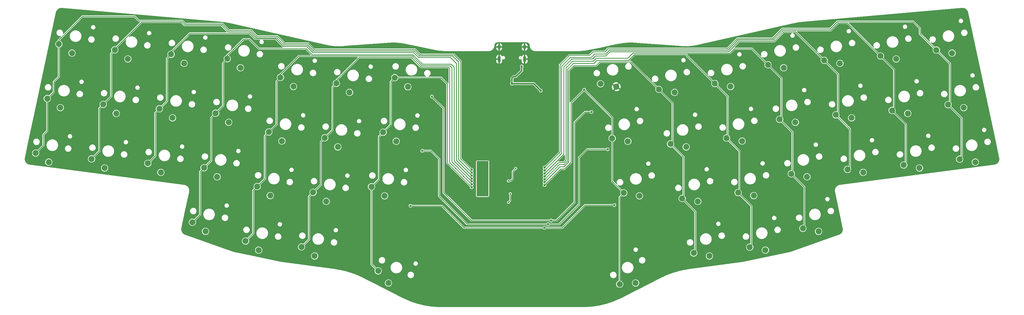
<source format=gbr>
%TF.GenerationSoftware,KiCad,Pcbnew,7.0.2*%
%TF.CreationDate,2024-09-14T12:23:29+10:00*%
%TF.ProjectId,keyboard,6b657962-6f61-4726-942e-6b696361645f,v1.0.0*%
%TF.SameCoordinates,Original*%
%TF.FileFunction,Copper,L1,Top*%
%TF.FilePolarity,Positive*%
%FSLAX46Y46*%
G04 Gerber Fmt 4.6, Leading zero omitted, Abs format (unit mm)*
G04 Created by KiCad (PCBNEW 7.0.2) date 2024-09-14 12:23:29*
%MOMM*%
%LPD*%
G01*
G04 APERTURE LIST*
G04 Aperture macros list*
%AMRoundRect*
0 Rectangle with rounded corners*
0 $1 Rounding radius*
0 $2 $3 $4 $5 $6 $7 $8 $9 X,Y pos of 4 corners*
0 Add a 4 corners polygon primitive as box body*
4,1,4,$2,$3,$4,$5,$6,$7,$8,$9,$2,$3,0*
0 Add four circle primitives for the rounded corners*
1,1,$1+$1,$2,$3*
1,1,$1+$1,$4,$5*
1,1,$1+$1,$6,$7*
1,1,$1+$1,$8,$9*
0 Add four rect primitives between the rounded corners*
20,1,$1+$1,$2,$3,$4,$5,0*
20,1,$1+$1,$4,$5,$6,$7,0*
20,1,$1+$1,$6,$7,$8,$9,0*
20,1,$1+$1,$8,$9,$2,$3,0*%
G04 Aperture macros list end*
%TA.AperFunction,ComponentPad*%
%ADD10C,2.032000*%
%TD*%
%TA.AperFunction,ComponentPad*%
%ADD11C,0.600000*%
%TD*%
%TA.AperFunction,ComponentPad*%
%ADD12RoundRect,0.500000X0.000000X-0.300000X0.000000X-0.300000X0.000000X0.300000X0.000000X0.300000X0*%
%TD*%
%TA.AperFunction,ComponentPad*%
%ADD13RoundRect,0.500000X0.000000X-0.600000X0.000000X-0.600000X0.000000X0.600000X0.000000X0.600000X0*%
%TD*%
%TA.AperFunction,ViaPad*%
%ADD14C,0.800000*%
%TD*%
%TA.AperFunction,ViaPad*%
%ADD15C,0.600000*%
%TD*%
%TA.AperFunction,Conductor*%
%ADD16C,0.500000*%
%TD*%
%TA.AperFunction,Conductor*%
%ADD17C,0.250000*%
%TD*%
G04 APERTURE END LIST*
D10*
%TO.P,SW41,1,1*%
%TO.N,Net-(D42-A)*%
X316604380Y-163755362D03*
%TO.P,SW41,2,2*%
%TO.N,/MCU/col10*%
X311277027Y-162740810D03*
%TD*%
%TO.P,SW38,1,1*%
%TO.N,Net-(D39-A)*%
X304753413Y-108000949D03*
%TO.P,SW38,2,2*%
%TO.N,/MCU/col10*%
X299426060Y-106986397D03*
%TD*%
%TO.P,SW47,1,1*%
%TO.N,Net-(D48-A)*%
X350863225Y-142160651D03*
%TO.P,SW47,2,2*%
%TO.N,/MCU/col12*%
X345535872Y-141146099D03*
%TD*%
%TO.P,SW50,1,1*%
%TO.N,Net-(D51-A)*%
X369863853Y-140166624D03*
%TO.P,SW50,2,2*%
%TO.N,/MCU/col13*%
X364536500Y-139152072D03*
%TD*%
%TO.P,SW49,1,1*%
%TO.N,Net-(D50-A)*%
X365913530Y-121581820D03*
%TO.P,SW49,2,2*%
%TO.N,/MCU/col13*%
X360586177Y-120567268D03*
%TD*%
%TO.P,SW26,1,1*%
%TO.N,Net-(D26-A)*%
X170488057Y-181365065D03*
%TO.P,SW26,2,2*%
%TO.N,/MCU/col6*%
X166986404Y-177223999D03*
%TD*%
D11*
%TO.P,,57,GND*%
%TO.N,GND*%
X213711078Y-148812500D03*
%TD*%
D10*
%TO.P,SW32,1,1*%
%TO.N,Net-(D33-A)*%
X275588404Y-153560276D03*
%TO.P,SW32,2,2*%
%TO.N,/MCU/col8*%
X270261051Y-152545724D03*
%TD*%
%TO.P,SW1,1,1*%
%TO.N,GND*%
X247855486Y-114472103D03*
%TO.P,SW1,2,2*%
%TO.N,/MCU/BOOT*%
X242528133Y-113457551D03*
%TD*%
D11*
%TO.P,,57,GND*%
%TO.N,GND*%
X212461078Y-148812500D03*
%TD*%
D10*
%TO.P,SW16,1,1*%
%TO.N,Net-(D16-A)*%
X134283452Y-132981444D03*
%TO.P,SW16,2,2*%
%TO.N,/MCU/col4*%
X129829329Y-129887775D03*
%TD*%
%TO.P,SW6,1,1*%
%TO.N,Net-(D6-A)*%
X78009260Y-123575847D03*
%TO.P,SW6,2,2*%
%TO.N,/MCU/col1*%
X73555137Y-120482178D03*
%TD*%
%TO.P,SW15,1,1*%
%TO.N,Net-(D15-A)*%
X138233774Y-114396640D03*
%TO.P,SW15,2,2*%
%TO.N,/MCU/col4*%
X133779651Y-111302971D03*
%TD*%
%TO.P,SW8,1,1*%
%TO.N,Net-(D8-A)*%
X101064166Y-106495996D03*
%TO.P,SW8,2,2*%
%TO.N,/MCU/col2*%
X96610043Y-103402327D03*
%TD*%
%TO.P,SW45,1,1*%
%TO.N,Net-(D46-A)*%
X342962580Y-104991043D03*
%TO.P,SW45,2,2*%
%TO.N,/MCU/col12*%
X337635227Y-103976491D03*
%TD*%
%TO.P,SW42,1,1*%
%TO.N,Net-(D43-A)*%
X323857997Y-106495996D03*
%TO.P,SW42,2,2*%
%TO.N,/MCU/col11*%
X318530644Y-105481444D03*
%TD*%
%TO.P,SW4,1,1*%
%TO.N,Net-(D4-A)*%
X55058310Y-140166624D03*
%TO.P,SW4,2,2*%
%TO.N,/MCU/col0*%
X50604187Y-137072955D03*
%TD*%
%TO.P,SW13,1,1*%
%TO.N,Net-(D13-A)*%
X112268105Y-145170558D03*
%TO.P,SW13,2,2*%
%TO.N,/MCU/col3*%
X107813982Y-142076889D03*
%TD*%
%TO.P,SW2,1,1*%
%TO.N,Net-(D2-A)*%
X62958954Y-102997016D03*
%TO.P,SW2,2,2*%
%TO.N,/MCU/col0*%
X58504831Y-99903347D03*
%TD*%
%TO.P,SW22,1,1*%
%TO.N,Net-(D22-A)*%
X145383436Y-172145080D03*
%TO.P,SW22,2,2*%
%TO.N,/MCU/col5*%
X140929313Y-169051411D03*
%TD*%
%TO.P,SW25,1,1*%
%TO.N,Net-(D25-A)*%
X169166033Y-151641712D03*
%TO.P,SW25,2,2*%
%TO.N,/MCU/col6*%
X164711910Y-148548043D03*
%TD*%
%TO.P,SW36,1,1*%
%TO.N,Net-(D37-A)*%
X294589032Y-151566249D03*
%TO.P,SW36,2,2*%
%TO.N,/MCU/col9*%
X289261679Y-150551697D03*
%TD*%
%TO.P,SW24,1,1*%
%TO.N,Net-(D24-A)*%
X173116355Y-133056908D03*
%TO.P,SW24,2,2*%
%TO.N,/MCU/col6*%
X168662232Y-129963239D03*
%TD*%
D11*
%TO.P,,57,GND*%
%TO.N,GND*%
X213711078Y-150062500D03*
%TD*%
D10*
%TO.P,SW20,1,1*%
%TO.N,Net-(D20-A)*%
X153284080Y-134975471D03*
%TO.P,SW20,2,2*%
%TO.N,/MCU/col5*%
X148829957Y-131881802D03*
%TD*%
%TO.P,SW11,1,1*%
%TO.N,Net-(D11-A)*%
X120168749Y-108000949D03*
%TO.P,SW11,2,2*%
%TO.N,/MCU/col3*%
X115714626Y-104907280D03*
%TD*%
%TO.P,SW46,1,1*%
%TO.N,Net-(D47-A)*%
X346912903Y-123575847D03*
%TO.P,SW46,2,2*%
%TO.N,/MCU/col12*%
X341585550Y-122561295D03*
%TD*%
%TO.P,SW14,1,1*%
%TO.N,Net-(D14-A)*%
X108317783Y-163755362D03*
%TO.P,SW14,2,2*%
%TO.N,/MCU/col3*%
X103863660Y-160661693D03*
%TD*%
D11*
%TO.P,,57,GND*%
%TO.N,GND*%
X212461078Y-147562500D03*
%TD*%
D10*
%TO.P,SW27,1,1*%
%TO.N,Net-(D28-A)*%
X251805808Y-133056908D03*
%TO.P,SW27,2,2*%
%TO.N,/MCU/col7*%
X246478455Y-132042356D03*
%TD*%
%TO.P,SW37,1,1*%
%TO.N,Net-(D38-A)*%
X298539354Y-170151053D03*
%TO.P,SW37,2,2*%
%TO.N,/MCU/col9*%
X293212001Y-169136501D03*
%TD*%
%TO.P,SW18,1,1*%
%TO.N,Net-(D18-A)*%
X126382808Y-170151053D03*
%TO.P,SW18,2,2*%
%TO.N,/MCU/col4*%
X121928685Y-167057384D03*
%TD*%
%TO.P,SW28,1,1*%
%TO.N,Net-(D29-A)*%
X255756130Y-151641712D03*
%TO.P,SW28,2,2*%
%TO.N,/MCU/col7*%
X250428777Y-150627160D03*
%TD*%
%TO.P,SW39,1,1*%
%TO.N,Net-(D40-A)*%
X308703735Y-126585753D03*
%TO.P,SW39,2,2*%
%TO.N,/MCU/col10*%
X303376382Y-125571201D03*
%TD*%
%TO.P,SW23,1,1*%
%TO.N,Net-(D23-A)*%
X177066677Y-114472103D03*
%TO.P,SW23,2,2*%
%TO.N,/MCU/col6*%
X172612554Y-111378434D03*
%TD*%
%TO.P,SW12,1,1*%
%TO.N,Net-(D12-A)*%
X116218427Y-126585753D03*
%TO.P,SW12,2,2*%
%TO.N,/MCU/col3*%
X111764304Y-123492084D03*
%TD*%
%TO.P,SW48,1,1*%
%TO.N,Net-(D49-A)*%
X361963208Y-102997016D03*
%TO.P,SW48,2,2*%
%TO.N,/MCU/col13*%
X356635855Y-101982464D03*
%TD*%
%TO.P,SW29,1,1*%
%TO.N,Net-(D30-A)*%
X254434105Y-181365065D03*
%TO.P,SW29,2,2*%
%TO.N,/MCU/col7*%
X249025692Y-181763904D03*
%TD*%
%TO.P,SW31,1,1*%
%TO.N,Net-(D32-A)*%
X271638082Y-134975471D03*
%TO.P,SW31,2,2*%
%TO.N,/MCU/col8*%
X266310729Y-133960919D03*
%TD*%
%TO.P,SW44,1,1*%
%TO.N,Net-(D45-A)*%
X331758641Y-143665604D03*
%TO.P,SW44,2,2*%
%TO.N,/MCU/col11*%
X326431288Y-142651052D03*
%TD*%
%TO.P,SW5,1,1*%
%TO.N,Net-(D5-A)*%
X81959582Y-104991043D03*
%TO.P,SW5,2,2*%
%TO.N,/MCU/col1*%
X77505459Y-101897374D03*
%TD*%
%TO.P,SW3,1,1*%
%TO.N,Net-(D3-A)*%
X59008632Y-121581820D03*
%TO.P,SW3,2,2*%
%TO.N,/MCU/col0*%
X54554509Y-118488151D03*
%TD*%
D11*
%TO.P,,57,GND*%
%TO.N,GND*%
X211211078Y-147562500D03*
%TD*%
%TO.P,,57,GND*%
%TO.N,GND*%
X211211078Y-148812500D03*
%TD*%
D10*
%TO.P,SW35,1,1*%
%TO.N,Net-(D36-A)*%
X290638710Y-132981444D03*
%TO.P,SW35,2,2*%
%TO.N,/MCU/col9*%
X285311357Y-131966892D03*
%TD*%
D11*
%TO.P,,57,GND*%
%TO.N,GND*%
X213711078Y-147562500D03*
%TD*%
D10*
%TO.P,SW43,1,1*%
%TO.N,Net-(D44-A)*%
X327808319Y-125080800D03*
%TO.P,SW43,2,2*%
%TO.N,/MCU/col11*%
X322480966Y-124066248D03*
%TD*%
%TO.P,SW7,1,1*%
%TO.N,Net-(D7-A)*%
X74058938Y-142160651D03*
%TO.P,SW7,2,2*%
%TO.N,/MCU/col1*%
X69604815Y-139066982D03*
%TD*%
%TO.P,SW40,1,1*%
%TO.N,Net-(D41-A)*%
X312654057Y-145170558D03*
%TO.P,SW40,2,2*%
%TO.N,/MCU/col10*%
X307326704Y-144156006D03*
%TD*%
%TO.P,SW21,1,1*%
%TO.N,Net-(D21-A)*%
X149333758Y-153560276D03*
%TO.P,SW21,2,2*%
%TO.N,/MCU/col5*%
X144879635Y-150466607D03*
%TD*%
D11*
%TO.P,,57,GND*%
%TO.N,GND*%
X212461078Y-150062500D03*
%TD*%
D10*
%TO.P,SW10,1,1*%
%TO.N,Net-(D10-A)*%
X93163521Y-143665604D03*
%TO.P,SW10,2,2*%
%TO.N,/MCU/col2*%
X88709398Y-140571935D03*
%TD*%
%TO.P,SW34,1,1*%
%TO.N,Net-(D35-A)*%
X286688388Y-114396640D03*
%TO.P,SW34,2,2*%
%TO.N,/MCU/col9*%
X281361035Y-113382088D03*
%TD*%
%TO.P,SW33,1,1*%
%TO.N,Net-(D34-A)*%
X279538727Y-172145080D03*
%TO.P,SW33,2,2*%
%TO.N,/MCU/col8*%
X274211374Y-171130528D03*
%TD*%
%TO.P,SW30,1,1*%
%TO.N,Net-(D31-A)*%
X267687760Y-116390667D03*
%TO.P,SW30,2,2*%
%TO.N,/MCU/col8*%
X262360407Y-115376115D03*
%TD*%
%TO.P,SW17,1,1*%
%TO.N,Net-(D17-A)*%
X130333130Y-151566249D03*
%TO.P,SW17,2,2*%
%TO.N,/MCU/col4*%
X125879007Y-148472580D03*
%TD*%
%TO.P,SW9,1,1*%
%TO.N,Net-(D9-A)*%
X97113844Y-125080800D03*
%TO.P,SW9,2,2*%
%TO.N,/MCU/col2*%
X92659721Y-121987131D03*
%TD*%
%TO.P,SW19,1,1*%
%TO.N,Net-(D19-A)*%
X157234402Y-116390667D03*
%TO.P,SW19,2,2*%
%TO.N,/MCU/col5*%
X152780279Y-113296998D03*
%TD*%
D11*
%TO.P,,57,GND*%
%TO.N,GND*%
X211211078Y-150062500D03*
%TD*%
D12*
%TO.P,J1,S1,SHIELD*%
%TO.N,GND*%
X208107159Y-100912500D03*
D13*
X208107159Y-105092500D03*
D12*
X216747159Y-100912500D03*
D13*
X216747159Y-105092500D03*
%TD*%
D14*
%TO.N,VBUS*%
X222250000Y-115812500D03*
X215750000Y-107500000D03*
X212427156Y-113412500D03*
%TO.N,GND*%
X209211078Y-110812500D03*
X213461078Y-139562500D03*
X207711078Y-140312500D03*
D15*
X213961078Y-155062500D03*
D14*
X197461078Y-183812500D03*
X197461078Y-108812500D03*
X67461078Y-123812500D03*
X226961078Y-117812500D03*
X216716078Y-106912500D03*
X217750000Y-119000000D03*
X297461078Y-123812500D03*
X242461078Y-138812500D03*
X242461078Y-153812500D03*
X182461078Y-183812500D03*
X209711078Y-132312500D03*
X229750000Y-139250000D03*
X107461078Y-123812500D03*
X182461078Y-123812500D03*
X337461078Y-123812500D03*
X213461078Y-132312500D03*
X226211078Y-134312500D03*
X197461078Y-153812500D03*
X317461078Y-123812500D03*
X216966078Y-110712500D03*
X242461078Y-168812500D03*
X372461078Y-138812500D03*
X227461078Y-108812500D03*
X319961078Y-163812500D03*
X200711078Y-156062500D03*
X227461078Y-183812500D03*
X215711078Y-153312500D03*
X182461078Y-138812500D03*
X233461078Y-116812500D03*
D15*
X215711078Y-157062500D03*
D14*
X182461078Y-153812500D03*
X212461078Y-183812500D03*
X362461078Y-88812500D03*
X209711078Y-140312500D03*
X211211078Y-156812500D03*
X182461078Y-168812500D03*
X209711078Y-117312500D03*
X212211078Y-156312500D03*
X208711078Y-140312500D03*
X52461078Y-138812500D03*
X207961078Y-110812500D03*
X62461078Y-88812500D03*
X237461078Y-108812500D03*
X213461078Y-117312500D03*
X208216078Y-106912500D03*
X215750000Y-120750000D03*
X207211078Y-152062500D03*
X197461078Y-103812500D03*
D15*
X213211078Y-158312500D03*
D14*
X215711078Y-110712500D03*
X218961078Y-144312500D03*
X127461078Y-123812500D03*
X102461078Y-163812500D03*
X187461078Y-108812500D03*
X227461078Y-113812500D03*
X220711078Y-149562500D03*
X223211078Y-133250000D03*
X212461078Y-108312500D03*
X225211078Y-124062500D03*
X227461078Y-103812500D03*
X87461078Y-123812500D03*
X207461078Y-143562500D03*
X242461078Y-123812500D03*
X197461078Y-113812500D03*
X214461078Y-139562500D03*
X357461078Y-123812500D03*
X227461078Y-153812500D03*
X242461078Y-183812500D03*
X215461078Y-130062500D03*
%TO.N,+3V3*%
X203461078Y-150812500D03*
X201461078Y-140812500D03*
X203461078Y-140812500D03*
X202461078Y-150812500D03*
X201461078Y-150812500D03*
X202461078Y-140812500D03*
D15*
%TO.N,+1V1*%
X213711078Y-142312500D03*
X211211078Y-146562500D03*
X211861078Y-150912500D03*
X211259190Y-153871120D03*
D14*
%TO.N,/MCU/row0*%
X185211078Y-117812500D03*
X239461078Y-123062500D03*
X225711078Y-160062500D03*
%TO.N,/MCU/row1*%
X224711078Y-161312500D03*
X181961078Y-136312500D03*
X244961078Y-135812500D03*
%TO.N,/MCU/row2*%
X247211078Y-154812500D03*
X177961078Y-155062500D03*
X223461078Y-162562500D03*
%TO.N,/MCU/col0*%
X198750000Y-142750000D03*
%TO.N,/MCU/col1*%
X198750000Y-143750000D03*
%TO.N,/MCU/col2*%
X198750000Y-144750000D03*
%TO.N,/MCU/col3*%
X198750000Y-145750000D03*
%TO.N,/MCU/col4*%
X198750000Y-146750000D03*
%TO.N,/MCU/col5*%
X198750000Y-147750000D03*
%TO.N,/MCU/col6*%
X198750000Y-148750000D03*
%TO.N,/MCU/col7*%
X223500000Y-148000000D03*
X237000000Y-115500000D03*
%TO.N,/MCU/col8*%
X223500000Y-147000000D03*
%TO.N,/MCU/col9*%
X223500000Y-146000000D03*
%TO.N,/MCU/col10*%
X223500000Y-145000000D03*
%TO.N,/MCU/col11*%
X223500000Y-144000000D03*
%TO.N,/MCU/col12*%
X223500000Y-143000000D03*
%TO.N,/MCU/col13*%
X223500000Y-142000000D03*
%TD*%
D16*
%TO.N,VBUS*%
X212427156Y-111572844D02*
X212427156Y-113412500D01*
X215750000Y-109000000D02*
X213750000Y-111000000D01*
X212427156Y-113412500D02*
X219850000Y-113412500D01*
X213000000Y-111000000D02*
X212427156Y-111572844D01*
X219850000Y-113412500D02*
X222250000Y-115812500D01*
X215750000Y-107500000D02*
X215750000Y-109000000D01*
X213750000Y-111000000D02*
X213000000Y-111000000D01*
D17*
%TO.N,+1V1*%
X211961078Y-146562500D02*
X211211078Y-146562500D01*
X211259190Y-153871120D02*
X211861078Y-153269232D01*
X212711078Y-143312500D02*
X212711078Y-145812500D01*
X213711078Y-142312500D02*
X212711078Y-143312500D01*
X211861078Y-153269232D02*
X211861078Y-150912500D01*
X212711078Y-145812500D02*
X211961078Y-146562500D01*
%TO.N,/MCU/row0*%
X227461078Y-160062500D02*
X225711078Y-160062500D01*
X198711078Y-160062500D02*
X189211078Y-150562500D01*
X225711078Y-160062500D02*
X198711078Y-160062500D01*
X189211078Y-121812500D02*
X185211078Y-117812500D01*
X233711078Y-126562500D02*
X233711078Y-153812500D01*
X239461078Y-123062500D02*
X237211078Y-123062500D01*
X237211078Y-123062500D02*
X233711078Y-126562500D01*
X189211078Y-150562500D02*
X189211078Y-121812500D01*
X233711078Y-153812500D02*
X227461078Y-160062500D01*
%TO.N,/MCU/row1*%
X187711078Y-151812500D02*
X187711078Y-139062500D01*
X244961078Y-135812500D02*
X237961078Y-135812500D01*
X235211078Y-138562500D02*
X235211078Y-154562500D01*
X237961078Y-135812500D02*
X235211078Y-138562500D01*
X197211078Y-161312500D02*
X187711078Y-151812500D01*
X184961078Y-136312500D02*
X181961078Y-136312500D01*
X224711078Y-161312500D02*
X197211078Y-161312500D01*
X235211078Y-154562500D02*
X228461078Y-161312500D01*
X187711078Y-139062500D02*
X184961078Y-136312500D01*
X228461078Y-161312500D02*
X224711078Y-161312500D01*
%TO.N,/MCU/row2*%
X196211078Y-162562500D02*
X188711078Y-155062500D01*
X237211078Y-154812500D02*
X229461078Y-162562500D01*
X247211078Y-154812500D02*
X237211078Y-154812500D01*
X229461078Y-162562500D02*
X223461078Y-162562500D01*
X188711078Y-155062500D02*
X177961078Y-155062500D01*
X223461078Y-162562500D02*
X196211078Y-162562500D01*
%TO.N,/MCU/col0*%
X66500000Y-90500000D02*
X58504831Y-98495169D01*
X58504831Y-98495169D02*
X58504831Y-99903347D01*
X179500000Y-101750000D02*
X145250000Y-101750000D01*
X123750000Y-95250000D02*
X116250000Y-95250000D01*
X125750000Y-97250000D02*
X123750000Y-95250000D01*
X192750000Y-103500000D02*
X181250000Y-103500000D01*
X84250000Y-90500000D02*
X66500000Y-90500000D01*
X114000000Y-93000000D02*
X101500000Y-93000000D01*
X50604187Y-137072955D02*
X53250000Y-134427142D01*
X54554509Y-118488151D02*
X56750000Y-116292660D01*
X56750000Y-116292660D02*
X56750000Y-112750000D01*
X198750000Y-142750000D02*
X195000000Y-139000000D01*
X53250000Y-134427142D02*
X53250000Y-130750000D01*
X101500000Y-93000000D02*
X100500000Y-92000000D01*
X145250000Y-101750000D02*
X143250000Y-99750000D01*
X58504831Y-110995169D02*
X58504831Y-99903347D01*
X54554509Y-129445491D02*
X54554509Y-118488151D01*
X56750000Y-112750000D02*
X58504831Y-110995169D01*
X181250000Y-103500000D02*
X179500000Y-101750000D01*
X116250000Y-95250000D02*
X114000000Y-93000000D01*
X132750000Y-97250000D02*
X125750000Y-97250000D01*
X135250000Y-99750000D02*
X132750000Y-97250000D01*
X195000000Y-139000000D02*
X195000000Y-105750000D01*
X143250000Y-99750000D02*
X135250000Y-99750000D01*
X53250000Y-130750000D02*
X54554509Y-129445491D01*
X195000000Y-105750000D02*
X192750000Y-103500000D01*
X100500000Y-92000000D02*
X85750000Y-92000000D01*
X85750000Y-92000000D02*
X84250000Y-90500000D01*
%TO.N,/MCU/col1*%
X179250000Y-102250000D02*
X145000000Y-102250000D01*
X123500000Y-95750000D02*
X116000000Y-95750000D01*
X143000000Y-100250000D02*
X135000000Y-100250000D01*
X72250000Y-136421797D02*
X72250000Y-121787315D01*
X198750000Y-143750000D02*
X194250000Y-139250000D01*
X132500000Y-97750000D02*
X125500000Y-97750000D01*
X86500000Y-92500000D02*
X77505459Y-101494541D01*
X145000000Y-102250000D02*
X143000000Y-100250000D01*
X101250000Y-93500000D02*
X100250000Y-92500000D01*
X135000000Y-100250000D02*
X132500000Y-97750000D01*
X72250000Y-121787315D02*
X73555137Y-120482178D01*
X100250000Y-92500000D02*
X86500000Y-92500000D01*
X194250000Y-139250000D02*
X194250000Y-106000000D01*
X116000000Y-95750000D02*
X113750000Y-93500000D01*
X69604815Y-139066982D02*
X72250000Y-136421797D01*
X76250000Y-103152833D02*
X77505459Y-101897374D01*
X73555137Y-120482178D02*
X76250000Y-117787315D01*
X192250000Y-104000000D02*
X181000000Y-104000000D01*
X125500000Y-97750000D02*
X123500000Y-95750000D01*
X181000000Y-104000000D02*
X179250000Y-102250000D01*
X76250000Y-117787315D02*
X76250000Y-103152833D01*
X77505459Y-101494541D02*
X77505459Y-101897374D01*
X194250000Y-106000000D02*
X192250000Y-104000000D01*
X113750000Y-93500000D02*
X101250000Y-93500000D01*
%TO.N,/MCU/col2*%
X95250000Y-104762370D02*
X96610043Y-103402327D01*
X125130000Y-98130000D02*
X123250000Y-96250000D01*
X123250000Y-96250000D02*
X103000000Y-96250000D01*
X179000000Y-102750000D02*
X144750000Y-102750000D01*
X193500000Y-139500000D02*
X193500000Y-106500000D01*
X91250000Y-123396852D02*
X92659721Y-121987131D01*
X88709398Y-140571935D02*
X91250000Y-138031333D01*
X96610043Y-102639957D02*
X96610043Y-103402327D01*
X91250000Y-138031333D02*
X91250000Y-123396852D01*
X144750000Y-102750000D02*
X142750000Y-100750000D01*
X193500000Y-106500000D02*
X191500000Y-104500000D01*
X180750000Y-104500000D02*
X179000000Y-102750000D01*
X103000000Y-96250000D02*
X96610043Y-102639957D01*
X198750000Y-144750000D02*
X193500000Y-139500000D01*
X142750000Y-100750000D02*
X134750000Y-100750000D01*
X92659721Y-121987131D02*
X95250000Y-119396852D01*
X95250000Y-119396852D02*
X95250000Y-104762370D01*
X134750000Y-100750000D02*
X132130000Y-98130000D01*
X132130000Y-98130000D02*
X125130000Y-98130000D01*
X191500000Y-104500000D02*
X180750000Y-104500000D01*
%TO.N,/MCU/col3*%
X110250000Y-139640871D02*
X110250000Y-125006388D01*
X114250000Y-106371906D02*
X115714626Y-104907280D01*
X110250000Y-125006388D02*
X111764304Y-123492084D01*
X107813982Y-142076889D02*
X110250000Y-139640871D01*
X182000000Y-106750000D02*
X178750000Y-103500000D01*
X114250000Y-121006388D02*
X114250000Y-106371906D01*
X144500000Y-103500000D02*
X142500000Y-101500000D01*
X121250000Y-98250000D02*
X115714626Y-103785374D01*
X111764304Y-123492084D02*
X114250000Y-121006388D01*
X126500000Y-101500000D02*
X123250000Y-98250000D01*
X123250000Y-98250000D02*
X121250000Y-98250000D01*
X103863660Y-160661693D02*
X106500000Y-158025353D01*
X198750000Y-145750000D02*
X192750000Y-139750000D01*
X192750000Y-107750000D02*
X191750000Y-106750000D01*
X191750000Y-106750000D02*
X182000000Y-106750000D01*
X142500000Y-101500000D02*
X126500000Y-101500000D01*
X178750000Y-103500000D02*
X144500000Y-103500000D01*
X115714626Y-103785374D02*
X115714626Y-104907280D01*
X106500000Y-143390871D02*
X107813982Y-142076889D01*
X106500000Y-158025353D02*
X106500000Y-143390871D01*
X192750000Y-139750000D02*
X192750000Y-107750000D01*
%TO.N,/MCU/col4*%
X192000000Y-108000000D02*
X191250000Y-107250000D01*
X198750000Y-146750000D02*
X192000000Y-140000000D01*
X140000000Y-104000000D02*
X133779651Y-110220349D01*
X191250000Y-107250000D02*
X181750000Y-107250000D01*
X178500000Y-104000000D02*
X140000000Y-104000000D01*
X121928685Y-167057384D02*
X124500000Y-164486069D01*
X132500000Y-127217104D02*
X132500000Y-112582622D01*
X181750000Y-107250000D02*
X178500000Y-104000000D01*
X132500000Y-112582622D02*
X133779651Y-111302971D01*
X125879007Y-148472580D02*
X128500000Y-145851587D01*
X128500000Y-145851587D02*
X128500000Y-131217104D01*
X124500000Y-149851587D02*
X125879007Y-148472580D01*
X133779651Y-110220349D02*
X133779651Y-111302971D01*
X124500000Y-164486069D02*
X124500000Y-149851587D01*
X192000000Y-140000000D02*
X192000000Y-108000000D01*
X129829329Y-129887775D02*
X132500000Y-127217104D01*
X128500000Y-131217104D02*
X129829329Y-129887775D01*
%TO.N,/MCU/col5*%
X147500000Y-147846242D02*
X147500000Y-133211759D01*
X152780279Y-112219721D02*
X152780279Y-113296998D01*
X191250000Y-140250000D02*
X191250000Y-108250000D01*
X181500000Y-107750000D02*
X178250000Y-104500000D01*
X160500000Y-104500000D02*
X152780279Y-112219721D01*
X151500000Y-129211759D02*
X151500000Y-114577277D01*
X148829957Y-131881802D02*
X151500000Y-129211759D01*
X143500000Y-151846242D02*
X144879635Y-150466607D01*
X144879635Y-150466607D02*
X147500000Y-147846242D01*
X147500000Y-133211759D02*
X148829957Y-131881802D01*
X140929313Y-169051411D02*
X143500000Y-166480724D01*
X190750000Y-107750000D02*
X181500000Y-107750000D01*
X151500000Y-114577277D02*
X152780279Y-113296998D01*
X191250000Y-108250000D02*
X190750000Y-107750000D01*
X198750000Y-147750000D02*
X191250000Y-140250000D01*
X178250000Y-104500000D02*
X160500000Y-104500000D01*
X143500000Y-166480724D02*
X143500000Y-151846242D01*
%TO.N,/MCU/col6*%
X188378434Y-111378434D02*
X172612554Y-111378434D01*
X168662232Y-129963239D02*
X171250000Y-127375471D01*
X171250000Y-127375471D02*
X171250000Y-112740988D01*
X190500000Y-140500000D02*
X190500000Y-113500000D01*
X167250000Y-131375471D02*
X168662232Y-129963239D01*
X164750000Y-148586133D02*
X164711910Y-148548043D01*
X198750000Y-148750000D02*
X190500000Y-140500000D01*
X171250000Y-112740988D02*
X172612554Y-111378434D01*
X190500000Y-113500000D02*
X188378434Y-111378434D01*
X167250000Y-146009953D02*
X167250000Y-131375471D01*
X166986404Y-177223999D02*
X164750000Y-174987595D01*
X164711910Y-148548043D02*
X167250000Y-146009953D01*
X164750000Y-174987595D02*
X164750000Y-148586133D01*
%TO.N,/MCU/col7*%
X246478455Y-146676838D02*
X250428777Y-150627160D01*
X229000000Y-142500000D02*
X230250000Y-142500000D01*
X246478455Y-132042356D02*
X246478455Y-146676838D01*
X246500000Y-125000000D02*
X237000000Y-115500000D01*
X230250000Y-142500000D02*
X232500000Y-140250000D01*
X249025692Y-152030245D02*
X249025692Y-181763904D01*
X232500000Y-120000000D02*
X237000000Y-115500000D01*
X223500000Y-148000000D02*
X229000000Y-142500000D01*
X246478455Y-125021545D02*
X246500000Y-125000000D01*
X246478455Y-132042356D02*
X246478455Y-125021545D01*
X232500000Y-140250000D02*
X232500000Y-120000000D01*
X250428777Y-150627160D02*
X249025692Y-152030245D01*
%TO.N,/MCU/col8*%
X274750000Y-170591902D02*
X274750000Y-157034673D01*
X267000000Y-120015708D02*
X262360407Y-115376115D01*
X241000000Y-107250000D02*
X242250000Y-106000000D01*
X274750000Y-157034673D02*
X270261051Y-152545724D01*
X230000000Y-141750000D02*
X231750000Y-140000000D01*
X270750000Y-152056775D02*
X270750000Y-138400190D01*
X223500000Y-147000000D02*
X228750000Y-141750000D01*
X231750000Y-140000000D02*
X231750000Y-109000000D01*
X252984292Y-106000000D02*
X262360407Y-115376115D01*
X231750000Y-109000000D02*
X233500000Y-107250000D01*
X242250000Y-106000000D02*
X252984292Y-106000000D01*
X267000000Y-133271648D02*
X267000000Y-120015708D01*
X270750000Y-138400190D02*
X266310729Y-133960919D01*
X270261051Y-152545724D02*
X270750000Y-152056775D01*
X274211374Y-171130528D02*
X274750000Y-170591902D01*
X233500000Y-107250000D02*
X241000000Y-107250000D01*
X266310729Y-133960919D02*
X267000000Y-133271648D01*
X228750000Y-141750000D02*
X230000000Y-141750000D01*
%TO.N,/MCU/col9*%
X293750000Y-155040018D02*
X289261679Y-150551697D01*
X241250000Y-105500000D02*
X252000000Y-105500000D01*
X271478947Y-103500000D02*
X281361035Y-113382088D01*
X289750000Y-150063376D02*
X289750000Y-136405535D01*
X231250000Y-139750000D02*
X231250000Y-108500000D01*
X230000000Y-141000000D02*
X231250000Y-139750000D01*
X285750000Y-117771053D02*
X281361035Y-113382088D01*
X233250000Y-106500000D02*
X240250000Y-106500000D01*
X293212001Y-169136501D02*
X293750000Y-168598502D01*
X231250000Y-108500000D02*
X233250000Y-106500000D01*
X254000000Y-103500000D02*
X271478947Y-103500000D01*
X228500000Y-141000000D02*
X230000000Y-141000000D01*
X289750000Y-136405535D02*
X285311357Y-131966892D01*
X293750000Y-168598502D02*
X293750000Y-155040018D01*
X289261679Y-150551697D02*
X289750000Y-150063376D01*
X223500000Y-146000000D02*
X228500000Y-141000000D01*
X285311357Y-131966892D02*
X285750000Y-131528249D01*
X285750000Y-131528249D02*
X285750000Y-117771053D01*
X240250000Y-106500000D02*
X241250000Y-105500000D01*
X252000000Y-105500000D02*
X254000000Y-103500000D01*
%TO.N,/MCU/col10*%
X241000000Y-104750000D02*
X251750000Y-104750000D01*
X311277027Y-162740810D02*
X311750000Y-162267837D01*
X230750000Y-108000000D02*
X233000000Y-105750000D01*
X311750000Y-162267837D02*
X311750000Y-148579302D01*
X303376382Y-125571201D02*
X304000000Y-124947583D01*
X286500000Y-103000000D02*
X288000000Y-101500000D01*
X307326704Y-144156006D02*
X307750000Y-143732710D01*
X230000000Y-140250000D02*
X230750000Y-139500000D01*
X223500000Y-145000000D02*
X228250000Y-140250000D01*
X230750000Y-139500000D02*
X230750000Y-108000000D01*
X293939663Y-101500000D02*
X299426060Y-106986397D01*
X233000000Y-105750000D02*
X240000000Y-105750000D01*
X307750000Y-143732710D02*
X307750000Y-129944819D01*
X311750000Y-148579302D02*
X307326704Y-144156006D01*
X253500000Y-103000000D02*
X286500000Y-103000000D01*
X304000000Y-111560337D02*
X299426060Y-106986397D01*
X288000000Y-101500000D02*
X293939663Y-101500000D01*
X240000000Y-105750000D02*
X241000000Y-104750000D01*
X228250000Y-140250000D02*
X230000000Y-140250000D01*
X307750000Y-129944819D02*
X303376382Y-125571201D01*
X304000000Y-124947583D02*
X304000000Y-111560337D01*
X251750000Y-104750000D02*
X253500000Y-103000000D01*
%TO.N,/MCU/col11*%
X304750000Y-95750000D02*
X308799200Y-95750000D01*
X327250000Y-128835282D02*
X322480966Y-124066248D01*
X245750000Y-102500000D02*
X286000000Y-102500000D01*
X301500000Y-99000000D02*
X304750000Y-95750000D01*
X322480966Y-124066248D02*
X323250000Y-123297214D01*
X230000000Y-107750000D02*
X232750000Y-105000000D01*
X323250000Y-123297214D02*
X323250000Y-110200800D01*
X286000000Y-102500000D02*
X289500000Y-99000000D01*
X230000000Y-137500000D02*
X230000000Y-107750000D01*
X289500000Y-99000000D02*
X301500000Y-99000000D01*
X323250000Y-110200800D02*
X318530644Y-105481444D01*
X308799200Y-95750000D02*
X318530644Y-105481444D01*
X223500000Y-144000000D02*
X230000000Y-137500000D01*
X240750000Y-104000000D02*
X244250000Y-104000000D01*
X244250000Y-104000000D02*
X245750000Y-102500000D01*
X326431288Y-142651052D02*
X327250000Y-141832340D01*
X239750000Y-105000000D02*
X240750000Y-104000000D01*
X232750000Y-105000000D02*
X239750000Y-105000000D01*
X327250000Y-141832340D02*
X327250000Y-128835282D01*
%TO.N,/MCU/col12*%
X301250000Y-98500000D02*
X304500000Y-95250000D01*
X244250000Y-103250000D02*
X245500000Y-102000000D01*
X223463155Y-142963155D02*
X229250000Y-137176310D01*
X289250000Y-98500000D02*
X301250000Y-98500000D01*
X320750000Y-95250000D02*
X323250000Y-92750000D01*
X342250000Y-108591264D02*
X337635227Y-103976491D01*
X240500000Y-103250000D02*
X244250000Y-103250000D01*
X245500000Y-102000000D02*
X285750000Y-102000000D01*
X223500000Y-143000000D02*
X223463155Y-142963155D01*
X346250000Y-127225745D02*
X341585550Y-122561295D01*
X341585550Y-122561295D02*
X342250000Y-121896845D01*
X229250000Y-137176310D02*
X229250000Y-107500000D01*
X229250000Y-107500000D02*
X232250000Y-104500000D01*
X239250000Y-104500000D02*
X240500000Y-103250000D01*
X285750000Y-102000000D02*
X289250000Y-98500000D01*
X326408736Y-92750000D02*
X337635227Y-103976491D01*
X232250000Y-104500000D02*
X239250000Y-104500000D01*
X304500000Y-95250000D02*
X320750000Y-95250000D01*
X323250000Y-92750000D02*
X326408736Y-92750000D01*
X346250000Y-140431971D02*
X346250000Y-127225745D01*
X345535872Y-141146099D02*
X346250000Y-140431971D01*
X342250000Y-121896845D02*
X342250000Y-108591264D01*
%TO.N,/MCU/col13*%
X360586177Y-120567268D02*
X361250000Y-119903445D01*
X351000000Y-94500000D02*
X351000000Y-96346609D01*
X228750000Y-107000000D02*
X232000000Y-103750000D01*
X285500000Y-101500000D02*
X289000000Y-98000000D01*
X348750000Y-92250000D02*
X351000000Y-94500000D01*
X232000000Y-103750000D02*
X238750000Y-103750000D01*
X245000000Y-101500000D02*
X285500000Y-101500000D01*
X244000000Y-102500000D02*
X245000000Y-101500000D01*
X365250000Y-138438572D02*
X365250000Y-125231091D01*
X304250000Y-94750000D02*
X320500000Y-94750000D01*
X361250000Y-119903445D02*
X361250000Y-106596609D01*
X223500000Y-142000000D02*
X228750000Y-136750000D01*
X365250000Y-125231091D02*
X360586177Y-120567268D01*
X289000000Y-98000000D02*
X301000000Y-98000000D01*
X240000000Y-102500000D02*
X244000000Y-102500000D01*
X364536500Y-139152072D02*
X365250000Y-138438572D01*
X351000000Y-96346609D02*
X356635855Y-101982464D01*
X323000000Y-92250000D02*
X348750000Y-92250000D01*
X361250000Y-106596609D02*
X356635855Y-101982464D01*
X301000000Y-98000000D02*
X304250000Y-94750000D01*
X320500000Y-94750000D02*
X323000000Y-92250000D01*
X238750000Y-103750000D02*
X240000000Y-102500000D01*
X228750000Y-136750000D02*
X228750000Y-107000000D01*
%TD*%
%TA.AperFunction,Conductor*%
%TO.N,+3V3*%
G36*
X204404117Y-139832185D02*
G01*
X204449872Y-139884989D01*
X204461078Y-139936500D01*
X204461078Y-151688500D01*
X204441393Y-151755539D01*
X204388589Y-151801294D01*
X204337078Y-151812500D01*
X200585078Y-151812500D01*
X200518039Y-151792815D01*
X200472284Y-151740011D01*
X200461078Y-151688500D01*
X200461078Y-139936500D01*
X200480763Y-139869461D01*
X200533567Y-139823706D01*
X200585078Y-139812500D01*
X204337078Y-139812500D01*
X204404117Y-139832185D01*
G37*
%TD.AperFunction*%
%TD*%
%TA.AperFunction,Conductor*%
%TO.N,GND*%
G36*
X230343834Y-137719005D02*
G01*
X230399767Y-137760877D01*
X230424184Y-137826341D01*
X230424500Y-137835187D01*
X230424500Y-139313811D01*
X230404815Y-139380850D01*
X230388181Y-139401492D01*
X229901493Y-139888181D01*
X229840170Y-139921666D01*
X229813812Y-139924500D01*
X228335188Y-139924500D01*
X228268149Y-139904815D01*
X228222394Y-139852011D01*
X228212450Y-139782853D01*
X228241475Y-139719297D01*
X228247507Y-139712819D01*
X229225913Y-138734413D01*
X230212821Y-137747504D01*
X230274142Y-137714021D01*
X230343834Y-137719005D01*
G37*
%TD.AperFunction*%
%TA.AperFunction,Conductor*%
G36*
X59520717Y-87594047D02*
G01*
X59563199Y-87594956D01*
X59589428Y-87595518D01*
X59597681Y-87595970D01*
X59648278Y-87600440D01*
X59648641Y-87600423D01*
X113014362Y-92268129D01*
X113151844Y-92282020D01*
X113162486Y-92283096D01*
X113916129Y-92361888D01*
X113918986Y-92362221D01*
X114274387Y-92407908D01*
X114840490Y-92486531D01*
X115219226Y-92545679D01*
X115782349Y-92643408D01*
X116134798Y-92708267D01*
X116137484Y-92708794D01*
X116881008Y-92863911D01*
X117022911Y-92894017D01*
X144971545Y-99220110D01*
X149197786Y-100176709D01*
X149197789Y-100176708D01*
X149223139Y-100182446D01*
X149223196Y-100182446D01*
X149556612Y-100257907D01*
X149558689Y-100258377D01*
X149560953Y-100258824D01*
X150057143Y-100351962D01*
X150073242Y-100354985D01*
X150085235Y-100357422D01*
X150086088Y-100357397D01*
X150286230Y-100394974D01*
X150286246Y-100394976D01*
X150288495Y-100395335D01*
X151018326Y-100504559D01*
X151020597Y-100504835D01*
X151753977Y-100586982D01*
X151756250Y-100587172D01*
X152492173Y-100642131D01*
X152494488Y-100642240D01*
X153231903Y-100669929D01*
X153234185Y-100669951D01*
X153972156Y-100670338D01*
X153974459Y-100670276D01*
X154170459Y-100663105D01*
X154175597Y-100662918D01*
X154176229Y-100663079D01*
X154186773Y-100662527D01*
X154711918Y-100643359D01*
X154714202Y-100643212D01*
X155018455Y-100620806D01*
X155027237Y-100620160D01*
X155027719Y-100620264D01*
X155064308Y-100617477D01*
X155064864Y-100617509D01*
X155080504Y-100616245D01*
X155081566Y-100616163D01*
X170702066Y-99466557D01*
X170702080Y-99466556D01*
X170702584Y-99466519D01*
X170850509Y-99458634D01*
X171567619Y-99422836D01*
X171572071Y-99422697D01*
X171917394Y-99418261D01*
X172449407Y-99416804D01*
X172453092Y-99416850D01*
X172831717Y-99427292D01*
X173334000Y-99449615D01*
X173336665Y-99449765D01*
X173721070Y-99475939D01*
X173723766Y-99476155D01*
X174224475Y-99522129D01*
X174601050Y-99563110D01*
X174604635Y-99563556D01*
X175131474Y-99637107D01*
X175473063Y-99688319D01*
X175477475Y-99689064D01*
X176185502Y-99822196D01*
X176326885Y-99849274D01*
X176329355Y-99849773D01*
X176386900Y-99862011D01*
X176386946Y-99862012D01*
X178950390Y-100406890D01*
X185007921Y-101694459D01*
X185007985Y-101694464D01*
X185365305Y-101770416D01*
X185433051Y-101784816D01*
X185434875Y-101785161D01*
X186316304Y-101945104D01*
X186318143Y-101945395D01*
X187203957Y-102078897D01*
X187205799Y-102079132D01*
X188095216Y-102186076D01*
X188097068Y-102186257D01*
X188989282Y-102266544D01*
X188991126Y-102266668D01*
X189885354Y-102320230D01*
X189887193Y-102320298D01*
X190782632Y-102347085D01*
X190784503Y-102347099D01*
X191206706Y-102347085D01*
X191206710Y-102347086D01*
X204429965Y-102347086D01*
X204434691Y-102348473D01*
X204449669Y-102347402D01*
X204458522Y-102347086D01*
X204475589Y-102347086D01*
X204475636Y-102347079D01*
X204592199Y-102347077D01*
X204738329Y-102327833D01*
X204738968Y-102327932D01*
X204743259Y-102327184D01*
X204752860Y-102325919D01*
X204760175Y-102325177D01*
X204829929Y-102320184D01*
X204845884Y-102313823D01*
X204848163Y-102313369D01*
X204852191Y-102312839D01*
X205013615Y-102269581D01*
X205014531Y-102269602D01*
X205019700Y-102267950D01*
X205043641Y-102261534D01*
X205049366Y-102260145D01*
X205100069Y-102249113D01*
X205111363Y-102242750D01*
X205105489Y-102244961D01*
X205274390Y-102174995D01*
X205275959Y-102174827D01*
X205283444Y-102171245D01*
X205336530Y-102149255D01*
X205340581Y-102147662D01*
X205352163Y-102143341D01*
X205357707Y-102138860D01*
X205518515Y-102046015D01*
X205520793Y-102045462D01*
X205530055Y-102039353D01*
X205574864Y-102013482D01*
X205578086Y-102011009D01*
X205581461Y-102008755D01*
X205578785Y-102010672D01*
X205589454Y-102003723D01*
X205594395Y-101998494D01*
X205742199Y-101885078D01*
X205745137Y-101883943D01*
X205755330Y-101875002D01*
X205782909Y-101853841D01*
X205796000Y-101840749D01*
X205806202Y-101831910D01*
X205809687Y-101827062D01*
X205941562Y-101695187D01*
X205945030Y-101693294D01*
X205955247Y-101681502D01*
X205968338Y-101668412D01*
X205989504Y-101640828D01*
X205997348Y-101631884D01*
X205999571Y-101627708D01*
X206112992Y-101479897D01*
X206116829Y-101477096D01*
X206125182Y-101464270D01*
X206123252Y-101466965D01*
X206125508Y-101463587D01*
X206127979Y-101460368D01*
X206153837Y-101415580D01*
X206159279Y-101407330D01*
X206160504Y-101404034D01*
X206239185Y-101267760D01*
X207107159Y-101267760D01*
X207107401Y-101273231D01*
X207117768Y-101389829D01*
X207173716Y-101585362D01*
X207267882Y-101765631D01*
X207396406Y-101923252D01*
X207554027Y-102051776D01*
X207734297Y-102145942D01*
X207857158Y-102181096D01*
X207857159Y-102181096D01*
X207857159Y-101378610D01*
X207881616Y-101418110D01*
X207971121Y-101485701D01*
X208078999Y-101516395D01*
X208190680Y-101506046D01*
X208291081Y-101456052D01*
X208357159Y-101383569D01*
X208357159Y-102181096D01*
X208480020Y-102145942D01*
X208660290Y-102051776D01*
X208817911Y-101923252D01*
X208946435Y-101765631D01*
X209040601Y-101585362D01*
X209096549Y-101389829D01*
X209106916Y-101273231D01*
X209107159Y-101267760D01*
X215747159Y-101267760D01*
X215747401Y-101273231D01*
X215757768Y-101389829D01*
X215813716Y-101585362D01*
X215907882Y-101765631D01*
X216036406Y-101923252D01*
X216194027Y-102051776D01*
X216374297Y-102145942D01*
X216497158Y-102181096D01*
X216497159Y-102181096D01*
X216497159Y-101378610D01*
X216521616Y-101418110D01*
X216611121Y-101485701D01*
X216718999Y-101516395D01*
X216830680Y-101506046D01*
X216931081Y-101456052D01*
X216997159Y-101383569D01*
X216997159Y-102181096D01*
X217120020Y-102145942D01*
X217300290Y-102051776D01*
X217457911Y-101923252D01*
X217586435Y-101765631D01*
X217680601Y-101585362D01*
X217736549Y-101389829D01*
X217746916Y-101273231D01*
X217747159Y-101267760D01*
X217747159Y-101162500D01*
X217047159Y-101162500D01*
X217047159Y-100662500D01*
X217747159Y-100662500D01*
X217747159Y-100557239D01*
X217746916Y-100551768D01*
X217736549Y-100435170D01*
X217680601Y-100239637D01*
X217586435Y-100059368D01*
X217457911Y-99901747D01*
X217300290Y-99773223D01*
X217120020Y-99679057D01*
X216997159Y-99643902D01*
X216997159Y-100446389D01*
X216972702Y-100406890D01*
X216883197Y-100339299D01*
X216775319Y-100308605D01*
X216663638Y-100318954D01*
X216563237Y-100368948D01*
X216497159Y-100441430D01*
X216497159Y-99643902D01*
X216374297Y-99679057D01*
X216194027Y-99773223D01*
X216036406Y-99901747D01*
X215907882Y-100059368D01*
X215813716Y-100239637D01*
X215757768Y-100435170D01*
X215747401Y-100551768D01*
X215747159Y-100557239D01*
X215747159Y-100662500D01*
X216447159Y-100662500D01*
X216447159Y-101162500D01*
X215747159Y-101162500D01*
X215747159Y-101267760D01*
X209107159Y-101267760D01*
X209107159Y-101162500D01*
X208407159Y-101162500D01*
X208407159Y-100662500D01*
X209107159Y-100662500D01*
X209107159Y-100557239D01*
X209106916Y-100551768D01*
X209096549Y-100435170D01*
X209040601Y-100239637D01*
X208946435Y-100059368D01*
X208817911Y-99901747D01*
X208660290Y-99773223D01*
X208480020Y-99679057D01*
X208357159Y-99643902D01*
X208357159Y-100446389D01*
X208332702Y-100406890D01*
X208243197Y-100339299D01*
X208135319Y-100308605D01*
X208023638Y-100318954D01*
X207923237Y-100368948D01*
X207857159Y-100441430D01*
X207857159Y-99643902D01*
X207734297Y-99679057D01*
X207554027Y-99773223D01*
X207396406Y-99901747D01*
X207267882Y-100059368D01*
X207173716Y-100239637D01*
X207117768Y-100435170D01*
X207107401Y-100551768D01*
X207107159Y-100557239D01*
X207107159Y-100662500D01*
X207807159Y-100662500D01*
X207807159Y-101162500D01*
X207107159Y-101162500D01*
X207107159Y-101267760D01*
X206239185Y-101267760D01*
X206253358Y-101243212D01*
X206257102Y-101239641D01*
X206262158Y-101226088D01*
X206263775Y-101221981D01*
X206285736Y-101168965D01*
X206288972Y-101162201D01*
X206289492Y-101159898D01*
X206359454Y-100991003D01*
X206357201Y-100996994D01*
X206362891Y-100988895D01*
X206374652Y-100934840D01*
X206376037Y-100929127D01*
X206382447Y-100905208D01*
X206383958Y-100900484D01*
X206384078Y-100899123D01*
X206427338Y-100737696D01*
X206427869Y-100733657D01*
X206428321Y-100731390D01*
X206434371Y-100719823D01*
X206439677Y-100645677D01*
X206440422Y-100638339D01*
X206441680Y-100628785D01*
X206442377Y-100624787D01*
X206442333Y-100623829D01*
X206461046Y-100481731D01*
X206461046Y-100481726D01*
X206461576Y-100477704D01*
X206461580Y-100351975D01*
X206462050Y-100341220D01*
X206465547Y-100301211D01*
X206466152Y-100295070D01*
X206477994Y-100174766D01*
X206481614Y-100154871D01*
X206498908Y-100090313D01*
X206500009Y-100086458D01*
X206527758Y-99994963D01*
X206534026Y-99978580D01*
X206564713Y-99912765D01*
X206567698Y-99906795D01*
X206610095Y-99827468D01*
X206617860Y-99814828D01*
X206660651Y-99753713D01*
X206666338Y-99746216D01*
X206722294Y-99678031D01*
X206730416Y-99669071D01*
X206783563Y-99615923D01*
X206792530Y-99607795D01*
X206860727Y-99551829D01*
X206868191Y-99546166D01*
X206929324Y-99503361D01*
X206941958Y-99495602D01*
X207021272Y-99453210D01*
X207027297Y-99450198D01*
X207093068Y-99419531D01*
X207109462Y-99413259D01*
X207201005Y-99385494D01*
X207204751Y-99384425D01*
X207269364Y-99367115D01*
X207289275Y-99363494D01*
X207416065Y-99351016D01*
X207455671Y-99347553D01*
X207466424Y-99347086D01*
X212460982Y-99347086D01*
X217455659Y-99347086D01*
X217466469Y-99347557D01*
X217508002Y-99351194D01*
X217632467Y-99363420D01*
X217652418Y-99367050D01*
X217719426Y-99385010D01*
X217723304Y-99386117D01*
X217812203Y-99413090D01*
X217828588Y-99419360D01*
X217896038Y-99450817D01*
X217902022Y-99453809D01*
X217949835Y-99479369D01*
X217979642Y-99495303D01*
X217992306Y-99503082D01*
X218054652Y-99546742D01*
X218062180Y-99552454D01*
X218129023Y-99607316D01*
X218138032Y-99615482D01*
X218192164Y-99669618D01*
X218200329Y-99678627D01*
X218210729Y-99691299D01*
X218255181Y-99745467D01*
X218260901Y-99753007D01*
X218304554Y-99815353D01*
X218312331Y-99828014D01*
X218353800Y-99905600D01*
X218356824Y-99911648D01*
X218388257Y-99979059D01*
X218394535Y-99995467D01*
X218421504Y-100084374D01*
X218422616Y-100088269D01*
X218440457Y-100154852D01*
X218440573Y-100155282D01*
X218444201Y-100175221D01*
X218456006Y-100295070D01*
X218456546Y-100301235D01*
X218460045Y-100341227D01*
X218460514Y-100351993D01*
X218460514Y-100477709D01*
X218461042Y-100481723D01*
X218461043Y-100481731D01*
X218479753Y-100623852D01*
X218479653Y-100624493D01*
X218480409Y-100628831D01*
X218481647Y-100638232D01*
X218482394Y-100645605D01*
X218487366Y-100715362D01*
X218493759Y-100731403D01*
X218494213Y-100733689D01*
X218494743Y-100737711D01*
X218495789Y-100741617D01*
X218495792Y-100741629D01*
X218538001Y-100899152D01*
X218537979Y-100900074D01*
X218539638Y-100905265D01*
X218546021Y-100929085D01*
X218547413Y-100934823D01*
X218558444Y-100985532D01*
X218564784Y-100996775D01*
X218562617Y-100991020D01*
X218608591Y-101102011D01*
X218632581Y-101159926D01*
X218632750Y-101161500D01*
X218636344Y-101169012D01*
X218658284Y-101221981D01*
X218659904Y-101226096D01*
X218664233Y-101237701D01*
X218668715Y-101243245D01*
X218761567Y-101404066D01*
X218762121Y-101406350D01*
X218768253Y-101415647D01*
X218792071Y-101456901D01*
X218792080Y-101456915D01*
X218794100Y-101460413D01*
X218796563Y-101463623D01*
X218798826Y-101467009D01*
X218796903Y-101464326D01*
X218803853Y-101474999D01*
X218809087Y-101479944D01*
X218829517Y-101506568D01*
X218922511Y-101627757D01*
X218923647Y-101630696D01*
X218932593Y-101640896D01*
X218951232Y-101665185D01*
X218953748Y-101668464D01*
X218956622Y-101671338D01*
X218956623Y-101671339D01*
X218966822Y-101681538D01*
X218975677Y-101691756D01*
X218980526Y-101695241D01*
X219009536Y-101724250D01*
X219112408Y-101827120D01*
X219114304Y-101830592D01*
X219126113Y-101840824D01*
X219139186Y-101853897D01*
X219142407Y-101856369D01*
X219142418Y-101856378D01*
X219166750Y-101875047D01*
X219175706Y-101882901D01*
X219179889Y-101885128D01*
X219327709Y-101998549D01*
X219330511Y-102002386D01*
X219343313Y-102010721D01*
X219340646Y-102008810D01*
X219344022Y-102011065D01*
X219347243Y-102013537D01*
X219350761Y-102015568D01*
X219350764Y-102015570D01*
X219392011Y-102039383D01*
X219400284Y-102044839D01*
X219403586Y-102046064D01*
X219547734Y-102129284D01*
X219564411Y-102138912D01*
X219567985Y-102142660D01*
X219581590Y-102147734D01*
X219585634Y-102149324D01*
X219638661Y-102171287D01*
X219645423Y-102174523D01*
X219647722Y-102175040D01*
X219816633Y-102244999D01*
X219810673Y-102242757D01*
X219818763Y-102248443D01*
X219872820Y-102260200D01*
X219878530Y-102261584D01*
X219902421Y-102267985D01*
X219907164Y-102269501D01*
X219908522Y-102269619D01*
X220069955Y-102312870D01*
X220073995Y-102313401D01*
X220076254Y-102313851D01*
X220087827Y-102319903D01*
X220161986Y-102325205D01*
X220169318Y-102325948D01*
X220170362Y-102326085D01*
X220178871Y-102327205D01*
X220182879Y-102327904D01*
X220183839Y-102327859D01*
X220329958Y-102347091D01*
X220461081Y-102347086D01*
X220461581Y-102347086D01*
X220463662Y-102347086D01*
X220472504Y-102347402D01*
X220485852Y-102348356D01*
X220492831Y-102347086D01*
X233715565Y-102347086D01*
X233715612Y-102347076D01*
X234139531Y-102347077D01*
X234141401Y-102347036D01*
X235036809Y-102320225D01*
X235038642Y-102320129D01*
X235932882Y-102266543D01*
X235934740Y-102266390D01*
X236826948Y-102186077D01*
X236828786Y-102185870D01*
X237718206Y-102078900D01*
X237720040Y-102078637D01*
X238605860Y-101945108D01*
X238607681Y-101944791D01*
X239489113Y-101784821D01*
X239490929Y-101784449D01*
X239891269Y-101699340D01*
X239897241Y-101698071D01*
X239897248Y-101698071D01*
X242109157Y-101227915D01*
X248592337Y-99849872D01*
X248594692Y-99849396D01*
X248739600Y-99821643D01*
X249444457Y-99689107D01*
X249448875Y-99688361D01*
X249791592Y-99636979D01*
X250317270Y-99563590D01*
X250320847Y-99563146D01*
X250698195Y-99522079D01*
X251198027Y-99476184D01*
X251200684Y-99475972D01*
X251585830Y-99449746D01*
X251588587Y-99449591D01*
X252089915Y-99427310D01*
X252469414Y-99416844D01*
X252473024Y-99416798D01*
X253003891Y-99418251D01*
X253350283Y-99422699D01*
X253354760Y-99422840D01*
X254071080Y-99458604D01*
X254218420Y-99466458D01*
X254220884Y-99466613D01*
X269789760Y-100612422D01*
X269789809Y-100612440D01*
X269841115Y-100616214D01*
X269841115Y-100616216D01*
X270210244Y-100643374D01*
X270210248Y-100643374D01*
X270212539Y-100643479D01*
X270717328Y-100661869D01*
X270733394Y-100662455D01*
X270745726Y-100663089D01*
X270746573Y-100662936D01*
X270950006Y-100670356D01*
X270952290Y-100670376D01*
X271690260Y-100669947D01*
X271692565Y-100669882D01*
X272429991Y-100642150D01*
X272432258Y-100642001D01*
X273168188Y-100587001D01*
X273170484Y-100586765D01*
X273903839Y-100504577D01*
X273906118Y-100504258D01*
X274635936Y-100394990D01*
X274638200Y-100394587D01*
X274836014Y-100357425D01*
X274836656Y-100357489D01*
X274846933Y-100355390D01*
X275363477Y-100258390D01*
X275365705Y-100257907D01*
X275694199Y-100183537D01*
X275710174Y-100179921D01*
X275710183Y-100179921D01*
X275724375Y-100176708D01*
X275724377Y-100176709D01*
X307897341Y-92894438D01*
X308026004Y-92867131D01*
X308042828Y-92863561D01*
X308784667Y-92708797D01*
X308787343Y-92708273D01*
X309139838Y-92643404D01*
X309702864Y-92545689D01*
X310081754Y-92486516D01*
X310647795Y-92407902D01*
X311003200Y-92362214D01*
X311005972Y-92361891D01*
X311761228Y-92282934D01*
X311905704Y-92268324D01*
X365007350Y-87623704D01*
X365300479Y-87598065D01*
X365300594Y-87598080D01*
X365324210Y-87595993D01*
X365332456Y-87595540D01*
X365403223Y-87594024D01*
X365593656Y-87591214D01*
X365609094Y-87591952D01*
X365720010Y-87604233D01*
X365869044Y-87623722D01*
X365882618Y-87626277D01*
X365997862Y-87654720D01*
X366001771Y-87655754D01*
X366137264Y-87693967D01*
X366148843Y-87697859D01*
X366262353Y-87742364D01*
X366267565Y-87744549D01*
X366393312Y-87800667D01*
X366402783Y-87805390D01*
X366510623Y-87865055D01*
X366516941Y-87868799D01*
X366579762Y-87908590D01*
X366632261Y-87941843D01*
X366639667Y-87946919D01*
X366739062Y-88020468D01*
X366746076Y-88026062D01*
X366849654Y-88114997D01*
X366855075Y-88119938D01*
X366943653Y-88205614D01*
X366950957Y-88213310D01*
X367041378Y-88317145D01*
X367045031Y-88321541D01*
X367120725Y-88417013D01*
X367127848Y-88426970D01*
X367204002Y-88545367D01*
X367206153Y-88548835D01*
X367267014Y-88650673D01*
X367273454Y-88662962D01*
X367335659Y-88799777D01*
X367379824Y-88902240D01*
X367385039Y-88916783D01*
X367438693Y-89102068D01*
X367457188Y-89167547D01*
X367459144Y-89175462D01*
X367463186Y-89194474D01*
X376468609Y-131561658D01*
X377968447Y-138617843D01*
X377970910Y-138629428D01*
X377972302Y-138637178D01*
X377985572Y-138727466D01*
X378007670Y-138883495D01*
X378008872Y-138898518D01*
X378011091Y-139014896D01*
X378011517Y-139148206D01*
X378010798Y-139161930D01*
X377997888Y-139281205D01*
X377997492Y-139284462D01*
X377980389Y-139411071D01*
X377978105Y-139423308D01*
X377949792Y-139541718D01*
X377948643Y-139546160D01*
X377914833Y-139667515D01*
X377911364Y-139678102D01*
X377867977Y-139792818D01*
X377865759Y-139798286D01*
X377815996Y-139913040D01*
X377811731Y-139921896D01*
X377753958Y-140030610D01*
X377750390Y-140036876D01*
X377685569Y-140143407D01*
X377680892Y-140150531D01*
X377609762Y-140251149D01*
X377604608Y-140257932D01*
X377525789Y-140354592D01*
X377521072Y-140360045D01*
X377437878Y-140450749D01*
X377430951Y-140457725D01*
X377339351Y-140542933D01*
X377334937Y-140546847D01*
X377241263Y-140626017D01*
X377232440Y-140632819D01*
X377129333Y-140705160D01*
X377125528Y-140707726D01*
X377023343Y-140773917D01*
X377012568Y-140780152D01*
X376898883Y-140838525D01*
X376895946Y-140839984D01*
X376787846Y-140891924D01*
X376775133Y-140897186D01*
X376649292Y-140941261D01*
X376552795Y-140973350D01*
X376539089Y-140977909D01*
X376538851Y-140977988D01*
X376524305Y-140981860D01*
X376371123Y-141012822D01*
X376309783Y-141024883D01*
X376280129Y-141030714D01*
X376272371Y-141031985D01*
X323928501Y-147910187D01*
X323928219Y-147910143D01*
X323905833Y-147913097D01*
X323901915Y-147912487D01*
X323889901Y-147914912D01*
X323881596Y-147916297D01*
X323755624Y-147932924D01*
X323755617Y-147932925D01*
X323751748Y-147933436D01*
X323747975Y-147934429D01*
X323747963Y-147934432D01*
X323614330Y-147969626D01*
X323613789Y-147969610D01*
X323610096Y-147970741D01*
X323603077Y-147972589D01*
X323596041Y-147974225D01*
X323525378Y-147988488D01*
X323509586Y-147997212D01*
X323505947Y-147998171D01*
X323502304Y-147999644D01*
X323502291Y-147999649D01*
X323359128Y-148057565D01*
X323358170Y-148057659D01*
X323352679Y-148060174D01*
X323334749Y-148067427D01*
X323329232Y-148069508D01*
X323275527Y-148088314D01*
X323264223Y-148096687D01*
X323270315Y-148093494D01*
X323120495Y-148177555D01*
X323118889Y-148177923D01*
X323111071Y-148182842D01*
X323072552Y-148204455D01*
X323068509Y-148206627D01*
X323045691Y-148218341D01*
X323039529Y-148224630D01*
X322900669Y-148327633D01*
X322898410Y-148328463D01*
X322889019Y-148336274D01*
X322847642Y-148366966D01*
X322847625Y-148366979D01*
X322844491Y-148369305D01*
X322841722Y-148371963D01*
X322832990Y-148378695D01*
X322832700Y-148378898D01*
X322827994Y-148385145D01*
X322702932Y-148505232D01*
X322700110Y-148506699D01*
X322690107Y-148517548D01*
X322663978Y-148542637D01*
X322663973Y-148542642D01*
X322661147Y-148545356D01*
X322658685Y-148548407D01*
X322658674Y-148548420D01*
X322654009Y-148554203D01*
X322643015Y-148565999D01*
X322639507Y-148572181D01*
X322530517Y-148707293D01*
X322527204Y-148709590D01*
X322526985Y-148709951D01*
X322517569Y-148723345D01*
X322504031Y-148740127D01*
X322504018Y-148740145D01*
X322501558Y-148743195D01*
X322499501Y-148746535D01*
X322499491Y-148746550D01*
X322488181Y-148764919D01*
X322479607Y-148776979D01*
X322477372Y-148782474D01*
X322386359Y-148930293D01*
X322382733Y-148933559D01*
X322382414Y-148934296D01*
X322374247Y-148949963D01*
X322370364Y-148956270D01*
X322370347Y-148956300D01*
X322368291Y-148959641D01*
X322366668Y-148963225D01*
X322366669Y-148963225D01*
X322351732Y-148996228D01*
X322345615Y-149007812D01*
X322344405Y-149012418D01*
X322272921Y-149170368D01*
X322269221Y-149174667D01*
X322268507Y-149177231D01*
X322265074Y-149187706D01*
X322263488Y-149191213D01*
X322262337Y-149194957D01*
X322262332Y-149194972D01*
X322247204Y-149244212D01*
X322243398Y-149254522D01*
X322242943Y-149258080D01*
X322192166Y-149423343D01*
X322188637Y-149428684D01*
X322184856Y-149456699D01*
X322184159Y-149461227D01*
X322176638Y-149504729D01*
X322174790Y-149512941D01*
X322174796Y-149515387D01*
X322145532Y-149684654D01*
X322146574Y-149677290D01*
X322142375Y-149687348D01*
X322142575Y-149748196D01*
X322142454Y-149754096D01*
X322141597Y-149773426D01*
X322141102Y-149778961D01*
X322141289Y-149780370D01*
X322137605Y-149863491D01*
X322134277Y-149938587D01*
X322134585Y-149942317D01*
X322130989Y-149955492D01*
X322141758Y-150031493D01*
X322142561Y-150038655D01*
X322143164Y-150045936D01*
X322143318Y-150049530D01*
X322143526Y-150050306D01*
X322154925Y-150188000D01*
X322154926Y-150188012D01*
X322155249Y-150191904D01*
X322156059Y-150195725D01*
X322156060Y-150195732D01*
X322178887Y-150303418D01*
X322178895Y-150303496D01*
X322182226Y-150319166D01*
X322183710Y-150327551D01*
X322184552Y-150333496D01*
X322186038Y-150337103D01*
X324348245Y-160509482D01*
X324793811Y-162605705D01*
X324794693Y-162609852D01*
X324794694Y-162609869D01*
X324796662Y-162619122D01*
X324798089Y-162627109D01*
X324808221Y-162696964D01*
X324819530Y-162778776D01*
X324834127Y-162884378D01*
X324835284Y-162899728D01*
X324836731Y-163010010D01*
X324835754Y-163160033D01*
X324834898Y-163173778D01*
X324821086Y-163290490D01*
X324820543Y-163294511D01*
X324799494Y-163433299D01*
X324797081Y-163445227D01*
X324767352Y-163562288D01*
X324765828Y-163567761D01*
X324725994Y-163699076D01*
X324722505Y-163709031D01*
X324677224Y-163822526D01*
X324674318Y-163829228D01*
X324616557Y-163952388D01*
X324612479Y-163960328D01*
X324552571Y-164067294D01*
X324547932Y-164074919D01*
X324473098Y-164188512D01*
X324468901Y-164194492D01*
X324395781Y-164292402D01*
X324389116Y-164300577D01*
X324297955Y-164403153D01*
X324294085Y-164407311D01*
X324209818Y-164493805D01*
X324200908Y-164502095D01*
X324093548Y-164592570D01*
X324090402Y-164595135D01*
X323998118Y-164667875D01*
X323986829Y-164675796D01*
X323859415Y-164755013D01*
X323764648Y-164811383D01*
X323750962Y-164818410D01*
X323573706Y-164895924D01*
X323513270Y-164921882D01*
X323505730Y-164924832D01*
X315388535Y-167798622D01*
X307105184Y-170731236D01*
X307089581Y-170735635D01*
X290962719Y-174163506D01*
X290953539Y-174165100D01*
X272642104Y-176638877D01*
X272586297Y-176646413D01*
X272180444Y-176701223D01*
X272085352Y-176714065D01*
X272083264Y-176714400D01*
X271429060Y-176825355D01*
X271421907Y-176826468D01*
X271421480Y-176826640D01*
X271088597Y-176883089D01*
X271086552Y-176883489D01*
X270098102Y-177085597D01*
X270096072Y-177086066D01*
X269114991Y-177321360D01*
X269112981Y-177321896D01*
X268140381Y-177590110D01*
X268138376Y-177590718D01*
X267175379Y-177891542D01*
X267173404Y-177892215D01*
X266221080Y-178225313D01*
X266219110Y-178226058D01*
X265278567Y-178591046D01*
X265276644Y-178591849D01*
X264348910Y-178988324D01*
X264347025Y-178989187D01*
X264043065Y-179131394D01*
X264042727Y-179131445D01*
X264037761Y-179133860D01*
X263433166Y-179416696D01*
X263431287Y-179417634D01*
X262983731Y-179645718D01*
X262983727Y-179645720D01*
X262982869Y-179646158D01*
X262982867Y-179646159D01*
X250859768Y-185823184D01*
X249890419Y-186317093D01*
X249546085Y-186485320D01*
X248960868Y-186770251D01*
X248957234Y-186771948D01*
X248513803Y-186970370D01*
X248002314Y-187196865D01*
X247998916Y-187198309D01*
X247530885Y-187389105D01*
X247029333Y-187589789D01*
X247026188Y-187590999D01*
X246544428Y-187768730D01*
X246043147Y-187948517D01*
X246040265Y-187949511D01*
X245548807Y-188112249D01*
X245044888Y-188272623D01*
X245042281Y-188273421D01*
X244543506Y-188420152D01*
X244034483Y-188562052D01*
X243528864Y-188692479D01*
X243015602Y-188815703D01*
X242505879Y-188929040D01*
X241987904Y-189033699D01*
X241476945Y-189129389D01*
X241474261Y-189129861D01*
X240952339Y-189215763D01*
X240440635Y-189293870D01*
X240437617Y-189294292D01*
X239909325Y-189361682D01*
X239399430Y-189422034D01*
X239396078Y-189422384D01*
X238858048Y-189471278D01*
X238354456Y-189513756D01*
X238350774Y-189514012D01*
X237792271Y-189544413D01*
X237307009Y-189568936D01*
X237302999Y-189569074D01*
X236644992Y-189581004D01*
X236279123Y-189587164D01*
X236271944Y-189587285D01*
X188652130Y-189587303D01*
X188263531Y-189580761D01*
X187619885Y-189569098D01*
X187615874Y-189568960D01*
X187123777Y-189544092D01*
X186572185Y-189514068D01*
X186568503Y-189513812D01*
X186060443Y-189470958D01*
X185526949Y-189422477D01*
X185523597Y-189422126D01*
X185010243Y-189361366D01*
X184485502Y-189294430D01*
X184482484Y-189294007D01*
X183967783Y-189215444D01*
X183448984Y-189130058D01*
X183446299Y-189129585D01*
X182932560Y-189033375D01*
X182417498Y-188929303D01*
X181905154Y-188815384D01*
X181394694Y-188692833D01*
X180886439Y-188561727D01*
X180380304Y-188420630D01*
X179878833Y-188273107D01*
X179876226Y-188272309D01*
X179375279Y-188112881D01*
X178880978Y-187949202D01*
X178878097Y-187948208D01*
X178380233Y-187769646D01*
X177895107Y-187590672D01*
X177891962Y-187589463D01*
X177394784Y-187390529D01*
X176922497Y-187197998D01*
X176919100Y-187196554D01*
X176414018Y-186972895D01*
X175964270Y-186771646D01*
X175960634Y-186769948D01*
X175385969Y-186490143D01*
X175033125Y-186317778D01*
X165312846Y-181365064D01*
X169266909Y-181365064D01*
X169285461Y-181577112D01*
X169335511Y-181763904D01*
X169340554Y-181782722D01*
X169430513Y-181975639D01*
X169552604Y-182150003D01*
X169703119Y-182300518D01*
X169877483Y-182422609D01*
X170070400Y-182512568D01*
X170276007Y-182567660D01*
X170488057Y-182586212D01*
X170700107Y-182567660D01*
X170905714Y-182512568D01*
X171098631Y-182422609D01*
X171272995Y-182300518D01*
X171423510Y-182150003D01*
X171545601Y-181975639D01*
X171635560Y-181782722D01*
X171690652Y-181577115D01*
X171709204Y-181365065D01*
X171690652Y-181153015D01*
X171635560Y-180947408D01*
X171545601Y-180754492D01*
X171423510Y-180580127D01*
X171272995Y-180429612D01*
X171098631Y-180307521D01*
X171009683Y-180266043D01*
X170905715Y-180217562D01*
X170700104Y-180162469D01*
X170488056Y-180143917D01*
X170276009Y-180162469D01*
X170070398Y-180217562D01*
X169877483Y-180307521D01*
X169703118Y-180429612D01*
X169552604Y-180580126D01*
X169430513Y-180754491D01*
X169340554Y-180947406D01*
X169285461Y-181153017D01*
X169266909Y-181365064D01*
X165312846Y-181365064D01*
X161939679Y-179646355D01*
X161926587Y-179639653D01*
X161926329Y-179639558D01*
X161488994Y-179416702D01*
X161487103Y-179415798D01*
X160886003Y-179134631D01*
X160879534Y-179131498D01*
X160879083Y-179131394D01*
X160573250Y-178988330D01*
X160573156Y-178988290D01*
X160571321Y-178987486D01*
X159643593Y-178591053D01*
X159641647Y-178590279D01*
X159544095Y-178552427D01*
X176961980Y-178552427D01*
X176971989Y-178762535D01*
X176978805Y-178790631D01*
X177021579Y-178966946D01*
X177031736Y-178989187D01*
X177108959Y-179158283D01*
X177217899Y-179311266D01*
X177230968Y-179329619D01*
X177383200Y-179474772D01*
X177383202Y-179474773D01*
X177383203Y-179474774D01*
X177560146Y-179588489D01*
X177560151Y-179588491D01*
X177755425Y-179666668D01*
X177884221Y-179691491D01*
X177961965Y-179706475D01*
X177961966Y-179706475D01*
X178116651Y-179706475D01*
X178119605Y-179706475D01*
X178122556Y-179706193D01*
X178122560Y-179706193D01*
X178178976Y-179700805D01*
X178276526Y-179691491D01*
X178478348Y-179632231D01*
X178665307Y-179535846D01*
X178830647Y-179405822D01*
X178968392Y-179246856D01*
X179073563Y-179064694D01*
X179142359Y-178865921D01*
X179172294Y-178657720D01*
X179167278Y-178552427D01*
X245749868Y-178552427D01*
X245759877Y-178762535D01*
X245766693Y-178790631D01*
X245809467Y-178966946D01*
X245819624Y-178989187D01*
X245896847Y-179158283D01*
X246005787Y-179311266D01*
X246018856Y-179329619D01*
X246171088Y-179474772D01*
X246171090Y-179474773D01*
X246171091Y-179474774D01*
X246348034Y-179588489D01*
X246348039Y-179588491D01*
X246543313Y-179666668D01*
X246672109Y-179691491D01*
X246749853Y-179706475D01*
X246749854Y-179706475D01*
X246904539Y-179706475D01*
X246907493Y-179706475D01*
X246910444Y-179706193D01*
X246910448Y-179706193D01*
X246966864Y-179700805D01*
X247064414Y-179691491D01*
X247266236Y-179632231D01*
X247453195Y-179535846D01*
X247618535Y-179405822D01*
X247756280Y-179246856D01*
X247861451Y-179064694D01*
X247930247Y-178865921D01*
X247960182Y-178657720D01*
X247950173Y-178447616D01*
X247900583Y-178243204D01*
X247813204Y-178051870D01*
X247813203Y-178051869D01*
X247813202Y-178051866D01*
X247731863Y-177937643D01*
X247691194Y-177880531D01*
X247538962Y-177735378D01*
X247538959Y-177735376D01*
X247538958Y-177735375D01*
X247362015Y-177621660D01*
X247215659Y-177563067D01*
X247166737Y-177543482D01*
X247166736Y-177543481D01*
X247166734Y-177543481D01*
X246960197Y-177503675D01*
X246960196Y-177503675D01*
X246802557Y-177503675D01*
X246799627Y-177503954D01*
X246799601Y-177503956D01*
X246645638Y-177518658D01*
X246443811Y-177577919D01*
X246256857Y-177674302D01*
X246091516Y-177804327D01*
X245953768Y-177963295D01*
X245848599Y-178145454D01*
X245779802Y-178344229D01*
X245749868Y-178552427D01*
X179167278Y-178552427D01*
X179162285Y-178447616D01*
X179112695Y-178243204D01*
X179025316Y-178051870D01*
X179025315Y-178051869D01*
X179025314Y-178051866D01*
X178943976Y-177937643D01*
X178903306Y-177880531D01*
X178751074Y-177735378D01*
X178751071Y-177735376D01*
X178751070Y-177735375D01*
X178574127Y-177621660D01*
X178427771Y-177563067D01*
X178378849Y-177543482D01*
X178378848Y-177543481D01*
X178378846Y-177543481D01*
X178172309Y-177503675D01*
X178172308Y-177503675D01*
X178014669Y-177503675D01*
X178011739Y-177503954D01*
X178011713Y-177503956D01*
X177857750Y-177518658D01*
X177655923Y-177577919D01*
X177468969Y-177674302D01*
X177303628Y-177804327D01*
X177165880Y-177963295D01*
X177060711Y-178145454D01*
X176991914Y-178344229D01*
X176961980Y-178552427D01*
X159544095Y-178552427D01*
X158701080Y-178225321D01*
X158699130Y-178224621D01*
X157746781Y-177891550D01*
X157744789Y-177890910D01*
X156781779Y-177590118D01*
X156779776Y-177589548D01*
X155807170Y-177321368D01*
X155805134Y-177320861D01*
X154824060Y-177085605D01*
X154822011Y-177085168D01*
X153833565Y-176883096D01*
X153831503Y-176882728D01*
X153500639Y-176826640D01*
X153500333Y-176826490D01*
X153494914Y-176825655D01*
X152836810Y-176714071D01*
X152834758Y-176713777D01*
X152335963Y-176646431D01*
X133968622Y-174165100D01*
X133959442Y-174163506D01*
X124463491Y-172145079D01*
X144162288Y-172145079D01*
X144180840Y-172357127D01*
X144235933Y-172562738D01*
X144266255Y-172627763D01*
X144325892Y-172755654D01*
X144447983Y-172930018D01*
X144598498Y-173080533D01*
X144772862Y-173202624D01*
X144965779Y-173292583D01*
X145171386Y-173347675D01*
X145383436Y-173366227D01*
X145595486Y-173347675D01*
X145801093Y-173292583D01*
X145994010Y-173202624D01*
X146168374Y-173080533D01*
X146318889Y-172930018D01*
X146440980Y-172755654D01*
X146530939Y-172562737D01*
X146586031Y-172357130D01*
X146604583Y-172145080D01*
X146586031Y-171933030D01*
X146530939Y-171727423D01*
X146440980Y-171534507D01*
X146318889Y-171360142D01*
X146168374Y-171209627D01*
X145994010Y-171087536D01*
X145905062Y-171046058D01*
X145801094Y-170997577D01*
X145595483Y-170942484D01*
X145383436Y-170923932D01*
X145171388Y-170942484D01*
X144965777Y-170997577D01*
X144772862Y-171087536D01*
X144598497Y-171209627D01*
X144447983Y-171360141D01*
X144325892Y-171534506D01*
X144235933Y-171727421D01*
X144180840Y-171933032D01*
X144162288Y-172145079D01*
X124463491Y-172145079D01*
X117832580Y-170735635D01*
X117816977Y-170731236D01*
X117765098Y-170712869D01*
X116178212Y-170151052D01*
X125161660Y-170151052D01*
X125180212Y-170363100D01*
X125235305Y-170568711D01*
X125260815Y-170623416D01*
X125325264Y-170761627D01*
X125447355Y-170935991D01*
X125597870Y-171086506D01*
X125772234Y-171208597D01*
X125965151Y-171298556D01*
X126170758Y-171353648D01*
X126382808Y-171372200D01*
X126594858Y-171353648D01*
X126800465Y-171298556D01*
X126993382Y-171208597D01*
X127167746Y-171086506D01*
X127318261Y-170935991D01*
X127440352Y-170761627D01*
X127530311Y-170568710D01*
X127585403Y-170363103D01*
X127603955Y-170151053D01*
X127585403Y-169939003D01*
X127530311Y-169733396D01*
X127440352Y-169540480D01*
X127318261Y-169366115D01*
X127167746Y-169215600D01*
X126993382Y-169093509D01*
X126903101Y-169051410D01*
X126800466Y-169003550D01*
X126594855Y-168948457D01*
X126382807Y-168929905D01*
X126170760Y-168948457D01*
X125965149Y-169003550D01*
X125772234Y-169093509D01*
X125597869Y-169215600D01*
X125447355Y-169366114D01*
X125325264Y-169540479D01*
X125235305Y-169733394D01*
X125180212Y-169939005D01*
X125161660Y-170151052D01*
X116178212Y-170151052D01*
X111892511Y-168633754D01*
X101416963Y-164925019D01*
X101409411Y-164922063D01*
X101345006Y-164894400D01*
X101171317Y-164818410D01*
X101171130Y-164818328D01*
X101157444Y-164811298D01*
X101063373Y-164755343D01*
X100935236Y-164675678D01*
X100923964Y-164667768D01*
X100832093Y-164595355D01*
X100828948Y-164592791D01*
X100721172Y-164501969D01*
X100712261Y-164493679D01*
X100702625Y-164483789D01*
X100649973Y-164429747D01*
X100628297Y-164407499D01*
X100624427Y-164403340D01*
X100532952Y-164300413D01*
X100526288Y-164292239D01*
X100453416Y-164194666D01*
X100449230Y-164188704D01*
X100374128Y-164074711D01*
X100369505Y-164067113D01*
X100309764Y-163960449D01*
X100305702Y-163952543D01*
X100247746Y-163828974D01*
X100244872Y-163822347D01*
X100218144Y-163755362D01*
X107096635Y-163755362D01*
X107115187Y-163967409D01*
X107170280Y-164173020D01*
X107200771Y-164238407D01*
X107260239Y-164365936D01*
X107382330Y-164540300D01*
X107532845Y-164690815D01*
X107707209Y-164812906D01*
X107900126Y-164902865D01*
X108105733Y-164957957D01*
X108239373Y-164969649D01*
X108317782Y-164976509D01*
X108317782Y-164976508D01*
X108317783Y-164976509D01*
X108529833Y-164957957D01*
X108735440Y-164902865D01*
X108928357Y-164812906D01*
X109102721Y-164690815D01*
X109253236Y-164540300D01*
X109375327Y-164365936D01*
X109465286Y-164173019D01*
X109520378Y-163967412D01*
X109538930Y-163755362D01*
X109520378Y-163543312D01*
X109465286Y-163337705D01*
X109393529Y-163183823D01*
X121124518Y-163183823D01*
X121129599Y-163290490D01*
X121134527Y-163393928D01*
X121144111Y-163433432D01*
X121184117Y-163598339D01*
X121207023Y-163648496D01*
X121271497Y-163789676D01*
X121341737Y-163888313D01*
X121393506Y-163961012D01*
X121545738Y-164106165D01*
X121545740Y-164106166D01*
X121545741Y-164106167D01*
X121722684Y-164219882D01*
X121722689Y-164219884D01*
X121917963Y-164298061D01*
X122046759Y-164322884D01*
X122124503Y-164337868D01*
X122124504Y-164337868D01*
X122279189Y-164337868D01*
X122282143Y-164337868D01*
X122285094Y-164337586D01*
X122285098Y-164337586D01*
X122341514Y-164332198D01*
X122439064Y-164322884D01*
X122640886Y-164263624D01*
X122827845Y-164167239D01*
X122993185Y-164037215D01*
X123130930Y-163878249D01*
X123236101Y-163696087D01*
X123304897Y-163497314D01*
X123334832Y-163289113D01*
X123324823Y-163079009D01*
X123275233Y-162874597D01*
X123187854Y-162683263D01*
X123187853Y-162683262D01*
X123187852Y-162683259D01*
X123081717Y-162534215D01*
X123065844Y-162511924D01*
X122913612Y-162366771D01*
X122913609Y-162366769D01*
X122913608Y-162366768D01*
X122736665Y-162253053D01*
X122575385Y-162188486D01*
X122541387Y-162174875D01*
X122541386Y-162174874D01*
X122541384Y-162174874D01*
X122334847Y-162135068D01*
X122334846Y-162135068D01*
X122177207Y-162135068D01*
X122174277Y-162135347D01*
X122174251Y-162135349D01*
X122020288Y-162150051D01*
X121818461Y-162209312D01*
X121631507Y-162305695D01*
X121466166Y-162435720D01*
X121328418Y-162594688D01*
X121223249Y-162776847D01*
X121154452Y-162975622D01*
X121125962Y-163173778D01*
X121124518Y-163183823D01*
X109393529Y-163183823D01*
X109375327Y-163144789D01*
X109253236Y-162970424D01*
X109102721Y-162819909D01*
X108928357Y-162697818D01*
X108776722Y-162627109D01*
X108735441Y-162607859D01*
X108529830Y-162552766D01*
X108317783Y-162534214D01*
X108105735Y-162552766D01*
X107900124Y-162607859D01*
X107707209Y-162697818D01*
X107532844Y-162819909D01*
X107382330Y-162970423D01*
X107260239Y-163144788D01*
X107170280Y-163337703D01*
X107115187Y-163543314D01*
X107096635Y-163755362D01*
X100218144Y-163755362D01*
X100199698Y-163709132D01*
X100196227Y-163699227D01*
X100156236Y-163567410D01*
X100154743Y-163562053D01*
X100125096Y-163445331D01*
X100122688Y-163433432D01*
X100101542Y-163294042D01*
X100101011Y-163290113D01*
X100087251Y-163173878D01*
X100086397Y-163160161D01*
X100085408Y-163009265D01*
X100086839Y-162899811D01*
X100087992Y-162884529D01*
X100114804Y-162690673D01*
X100123911Y-162627863D01*
X100125339Y-162619871D01*
X100125499Y-162619122D01*
X100126047Y-162616539D01*
X100131306Y-162591818D01*
X100131306Y-162591800D01*
X100164482Y-162435720D01*
X101364915Y-156788132D01*
X103059493Y-156788132D01*
X103064626Y-156895871D01*
X103069502Y-156998237D01*
X103119092Y-157202647D01*
X103206472Y-157393985D01*
X103315412Y-157546968D01*
X103328481Y-157565321D01*
X103480713Y-157710474D01*
X103480715Y-157710475D01*
X103480716Y-157710476D01*
X103657659Y-157824191D01*
X103657664Y-157824193D01*
X103852938Y-157902370D01*
X103979928Y-157926845D01*
X104059478Y-157942177D01*
X104059479Y-157942177D01*
X104214164Y-157942177D01*
X104217118Y-157942177D01*
X104220069Y-157941895D01*
X104220073Y-157941895D01*
X104276489Y-157936507D01*
X104374039Y-157927193D01*
X104575861Y-157867933D01*
X104762820Y-157771548D01*
X104928160Y-157641524D01*
X105065905Y-157482558D01*
X105171076Y-157300396D01*
X105239872Y-157101623D01*
X105269807Y-156893422D01*
X105259798Y-156683318D01*
X105210208Y-156478906D01*
X105122829Y-156287572D01*
X105122828Y-156287571D01*
X105122827Y-156287568D01*
X105000820Y-156116235D01*
X105000819Y-156116233D01*
X104848587Y-155971080D01*
X104848584Y-155971078D01*
X104848583Y-155971077D01*
X104671640Y-155857362D01*
X104525284Y-155798769D01*
X104476362Y-155779184D01*
X104476361Y-155779183D01*
X104476359Y-155779183D01*
X104269822Y-155739377D01*
X104269821Y-155739377D01*
X104112182Y-155739377D01*
X104109252Y-155739656D01*
X104109226Y-155739658D01*
X103955263Y-155754360D01*
X103753436Y-155813621D01*
X103566482Y-155910004D01*
X103401141Y-156040029D01*
X103263393Y-156198997D01*
X103158224Y-156381156D01*
X103089427Y-156579931D01*
X103059493Y-156788129D01*
X103059493Y-156788132D01*
X101364915Y-156788132D01*
X101839100Y-154557268D01*
X101839099Y-154557266D01*
X101843478Y-154536667D01*
X101843479Y-154536658D01*
X102729869Y-150366521D01*
X102729945Y-150366380D01*
X102735762Y-150338934D01*
X102737220Y-150336228D01*
X102738413Y-150327810D01*
X102739881Y-150319493D01*
X102740571Y-150316235D01*
X102740573Y-150316236D01*
X102766921Y-150191908D01*
X102778636Y-150050314D01*
X102778831Y-150049809D01*
X102778996Y-150045967D01*
X102779602Y-150038643D01*
X102780407Y-150031470D01*
X102790521Y-149960091D01*
X102787570Y-149942331D01*
X102787880Y-149938596D01*
X102780861Y-149780402D01*
X102781091Y-149779468D01*
X102780553Y-149773457D01*
X102779699Y-149754205D01*
X102779693Y-149754062D01*
X102779572Y-149748169D01*
X102779758Y-149690711D01*
X102775484Y-149676493D01*
X102776614Y-149684668D01*
X102747346Y-149515416D01*
X102747534Y-149513778D01*
X102745501Y-149504748D01*
X102742246Y-149485927D01*
X102737961Y-149461147D01*
X102737265Y-149456620D01*
X102733840Y-149431260D01*
X102729967Y-149423351D01*
X102729965Y-149423343D01*
X102679194Y-149258120D01*
X102679164Y-149255716D01*
X102674939Y-149244273D01*
X102658644Y-149191241D01*
X102657047Y-149187712D01*
X102653607Y-149177214D01*
X102653521Y-149176905D01*
X102649206Y-149170389D01*
X102577726Y-149012459D01*
X102577284Y-149009311D01*
X102570404Y-148996280D01*
X102555461Y-148963265D01*
X102555460Y-148963264D01*
X102553837Y-148959677D01*
X102547880Y-148950003D01*
X102540420Y-148935691D01*
X102535761Y-148930320D01*
X102504821Y-148880071D01*
X102444759Y-148782525D01*
X102443697Y-148778633D01*
X102443435Y-148778311D01*
X102433947Y-148764966D01*
X102420569Y-148743238D01*
X102404540Y-148723368D01*
X102396038Y-148711273D01*
X102391599Y-148707325D01*
X102282621Y-148572231D01*
X102280751Y-148567723D01*
X102280166Y-148567179D01*
X102268113Y-148554247D01*
X102260981Y-148545405D01*
X102231995Y-148517572D01*
X102223127Y-148507954D01*
X102219188Y-148505275D01*
X102094140Y-148385201D01*
X102091322Y-148380282D01*
X102089153Y-148378760D01*
X102080418Y-148372025D01*
X102077640Y-148369358D01*
X102033084Y-148336308D01*
X102024661Y-148329303D01*
X102021458Y-148327684D01*
X101882610Y-148224691D01*
X101878753Y-148219585D01*
X101853662Y-148206704D01*
X101849617Y-148204531D01*
X101811049Y-148182890D01*
X101803934Y-148178415D01*
X101801618Y-148177600D01*
X101651825Y-148093553D01*
X101658354Y-148096960D01*
X101650307Y-148089667D01*
X101592935Y-148069576D01*
X101587417Y-148067495D01*
X101569436Y-148060221D01*
X101564381Y-148057907D01*
X101562984Y-148057611D01*
X101419846Y-147999704D01*
X101419840Y-147999702D01*
X101416199Y-147998229D01*
X101412581Y-147997276D01*
X101401363Y-147989491D01*
X101326156Y-147974295D01*
X101319135Y-147972663D01*
X101312012Y-147970787D01*
X101308573Y-147969733D01*
X101307765Y-147969669D01*
X101174187Y-147934486D01*
X101174181Y-147934484D01*
X101170404Y-147933490D01*
X101166520Y-147932977D01*
X101166519Y-147932977D01*
X101045991Y-147917065D01*
X101044506Y-147916869D01*
X101044408Y-147916856D01*
X101044238Y-147916833D01*
X101043811Y-147916777D01*
X101041432Y-147916465D01*
X101033030Y-147915066D01*
X101027075Y-147913862D01*
X101023142Y-147914061D01*
X68691918Y-143665604D01*
X91942373Y-143665604D01*
X91960925Y-143877651D01*
X92016018Y-144083262D01*
X92029892Y-144113014D01*
X92105977Y-144276178D01*
X92228068Y-144450542D01*
X92378583Y-144601057D01*
X92552947Y-144723148D01*
X92745864Y-144813107D01*
X92951471Y-144868199D01*
X93163521Y-144886751D01*
X93375571Y-144868199D01*
X93581178Y-144813107D01*
X93774095Y-144723148D01*
X93948459Y-144601057D01*
X94098974Y-144450542D01*
X94221065Y-144276178D01*
X94311024Y-144083261D01*
X94366116Y-143877654D01*
X94384668Y-143665604D01*
X94366116Y-143453554D01*
X94311024Y-143247947D01*
X94221065Y-143055031D01*
X94098974Y-142880666D01*
X93948459Y-142730151D01*
X93774095Y-142608060D01*
X93650257Y-142550313D01*
X93581179Y-142518101D01*
X93375568Y-142463008D01*
X93163521Y-142444456D01*
X92951473Y-142463008D01*
X92745862Y-142518101D01*
X92552947Y-142608060D01*
X92378582Y-142730151D01*
X92228068Y-142880665D01*
X92105977Y-143055030D01*
X92016018Y-143247945D01*
X91960925Y-143453556D01*
X91942373Y-143665604D01*
X68691918Y-143665604D01*
X57239061Y-142160651D01*
X72837790Y-142160651D01*
X72856342Y-142372698D01*
X72911435Y-142578309D01*
X72945356Y-142651052D01*
X73001394Y-142771225D01*
X73123485Y-142945589D01*
X73274000Y-143096104D01*
X73448364Y-143218195D01*
X73641281Y-143308154D01*
X73846888Y-143363246D01*
X74058938Y-143381798D01*
X74270988Y-143363246D01*
X74476595Y-143308154D01*
X74669512Y-143218195D01*
X74843876Y-143096104D01*
X74994391Y-142945589D01*
X75116482Y-142771225D01*
X75206441Y-142578308D01*
X75261533Y-142372701D01*
X75280085Y-142160651D01*
X75261533Y-141948601D01*
X75206441Y-141742994D01*
X75116482Y-141550078D01*
X74994391Y-141375713D01*
X74843876Y-141225198D01*
X74669512Y-141103107D01*
X74555736Y-141050052D01*
X74476596Y-141013148D01*
X74270985Y-140958055D01*
X74058937Y-140939503D01*
X73846890Y-140958055D01*
X73641279Y-141013148D01*
X73448364Y-141103107D01*
X73273999Y-141225198D01*
X73123485Y-141375712D01*
X73001394Y-141550077D01*
X72911435Y-141742992D01*
X72856342Y-141948603D01*
X72837790Y-142160651D01*
X57239061Y-142160651D01*
X48649637Y-141031965D01*
X48641878Y-141030694D01*
X48554946Y-141013608D01*
X48397529Y-140981783D01*
X48382983Y-140977909D01*
X48275327Y-140942117D01*
X48146666Y-140897063D01*
X48133965Y-140891806D01*
X48027582Y-140840697D01*
X48024646Y-140839239D01*
X47909220Y-140779980D01*
X47898443Y-140773744D01*
X47797512Y-140708371D01*
X47793706Y-140705805D01*
X47689321Y-140632572D01*
X47680497Y-140625770D01*
X47587812Y-140547440D01*
X47583398Y-140543526D01*
X47490804Y-140457397D01*
X47483886Y-140450430D01*
X47401492Y-140360600D01*
X47396792Y-140355167D01*
X47317122Y-140257467D01*
X47311999Y-140250724D01*
X47252547Y-140166624D01*
X53837162Y-140166624D01*
X53855714Y-140378671D01*
X53910807Y-140584282D01*
X53951065Y-140670614D01*
X54000766Y-140777198D01*
X54122857Y-140951562D01*
X54273372Y-141102077D01*
X54447736Y-141224168D01*
X54640653Y-141314127D01*
X54846260Y-141369219D01*
X55058310Y-141387771D01*
X55270360Y-141369219D01*
X55475967Y-141314127D01*
X55668884Y-141224168D01*
X55843248Y-141102077D01*
X55993763Y-140951562D01*
X56115854Y-140777198D01*
X56205813Y-140584281D01*
X56260905Y-140378674D01*
X56279457Y-140166624D01*
X56260905Y-139954574D01*
X56205813Y-139748967D01*
X56115854Y-139556051D01*
X55993763Y-139381686D01*
X55843248Y-139231171D01*
X55668884Y-139109080D01*
X55507217Y-139033693D01*
X55475968Y-139019121D01*
X55270357Y-138964028D01*
X55058310Y-138945476D01*
X54846262Y-138964028D01*
X54640651Y-139019121D01*
X54447736Y-139109080D01*
X54273371Y-139231171D01*
X54122857Y-139381685D01*
X54000766Y-139556050D01*
X53910807Y-139748965D01*
X53855714Y-139954576D01*
X53837162Y-140166624D01*
X47252547Y-140166624D01*
X47241542Y-140151056D01*
X47236869Y-140143940D01*
X47234135Y-140139447D01*
X47171355Y-140036269D01*
X47167801Y-140030028D01*
X47110602Y-139922393D01*
X47106344Y-139913549D01*
X47056016Y-139797488D01*
X47053807Y-139792043D01*
X47010880Y-139678540D01*
X47007419Y-139667976D01*
X46973180Y-139545070D01*
X46972058Y-139540734D01*
X46944081Y-139423716D01*
X46941803Y-139411504D01*
X46924430Y-139282848D01*
X46924039Y-139279628D01*
X46923974Y-139279029D01*
X46911345Y-139162319D01*
X46910627Y-139148592D01*
X46911068Y-139012305D01*
X46913237Y-138898801D01*
X46914434Y-138883864D01*
X46937488Y-138721109D01*
X46949765Y-138637615D01*
X46951159Y-138629862D01*
X46957084Y-138602005D01*
X46957084Y-138601985D01*
X46958635Y-138594687D01*
X47282089Y-137072955D01*
X49383039Y-137072955D01*
X49401591Y-137285002D01*
X49456684Y-137490613D01*
X49493945Y-137570518D01*
X49546643Y-137683529D01*
X49668734Y-137857893D01*
X49819249Y-138008408D01*
X49993613Y-138130499D01*
X50186530Y-138220458D01*
X50392137Y-138275550D01*
X50512507Y-138286081D01*
X50604186Y-138294102D01*
X50604186Y-138294101D01*
X50604187Y-138294102D01*
X50816237Y-138275550D01*
X51021844Y-138220458D01*
X51214761Y-138130499D01*
X51389125Y-138008408D01*
X51539640Y-137857893D01*
X51661731Y-137683529D01*
X51751690Y-137490612D01*
X51806782Y-137285005D01*
X51825334Y-137072955D01*
X51806782Y-136860905D01*
X51751690Y-136655298D01*
X51707942Y-136561481D01*
X51702672Y-136550179D01*
X51692180Y-136481102D01*
X51720700Y-136417318D01*
X51727360Y-136410106D01*
X53466290Y-134671176D01*
X53474258Y-134663876D01*
X53503192Y-134639599D01*
X53503192Y-134639598D01*
X53503194Y-134639597D01*
X53522091Y-134606864D01*
X53527887Y-134597767D01*
X53549554Y-134566826D01*
X53549554Y-134566824D01*
X53550173Y-134565941D01*
X53560399Y-134541254D01*
X53560586Y-134540189D01*
X53560588Y-134540187D01*
X53567149Y-134502972D01*
X53569478Y-134492466D01*
X53579264Y-134455949D01*
X53578975Y-134452651D01*
X53575972Y-134418318D01*
X53575500Y-134407511D01*
X53575500Y-134395552D01*
X54314969Y-134395552D01*
X54335022Y-134675916D01*
X54394769Y-134950569D01*
X54492996Y-135213928D01*
X54627702Y-135460624D01*
X54666870Y-135512946D01*
X54796148Y-135685641D01*
X54994901Y-135884394D01*
X55161598Y-136009182D01*
X55219917Y-136052839D01*
X55466613Y-136187545D01*
X55581727Y-136230480D01*
X55729971Y-136285772D01*
X56004626Y-136345520D01*
X56214814Y-136360553D01*
X56217029Y-136360553D01*
X56352949Y-136360553D01*
X56355164Y-136360553D01*
X56565352Y-136345520D01*
X56840007Y-136285772D01*
X57103364Y-136187545D01*
X57350062Y-136052838D01*
X57575077Y-135884394D01*
X57773830Y-135685641D01*
X57922963Y-135486422D01*
X60559644Y-135486422D01*
X60562216Y-135540415D01*
X60569653Y-135696527D01*
X60582436Y-135749217D01*
X60619243Y-135900938D01*
X60658331Y-135986528D01*
X60706623Y-136092275D01*
X60808197Y-136234914D01*
X60828632Y-136263611D01*
X60980864Y-136408764D01*
X60980866Y-136408765D01*
X60980867Y-136408766D01*
X61157810Y-136522481D01*
X61157815Y-136522483D01*
X61353089Y-136600660D01*
X61481885Y-136625483D01*
X61559629Y-136640467D01*
X61559630Y-136640467D01*
X61714315Y-136640467D01*
X61717269Y-136640467D01*
X61720220Y-136640185D01*
X61720224Y-136640185D01*
X61782356Y-136634252D01*
X61874190Y-136625483D01*
X62076012Y-136566223D01*
X62262971Y-136469838D01*
X62428311Y-136339814D01*
X62566056Y-136180848D01*
X62671227Y-135998686D01*
X62740023Y-135799913D01*
X62769958Y-135591712D01*
X62759949Y-135381608D01*
X62714294Y-135193418D01*
X68800648Y-135193418D01*
X68810657Y-135403526D01*
X68829134Y-135479689D01*
X68860247Y-135607937D01*
X68889034Y-135670972D01*
X68947627Y-135799274D01*
X69051090Y-135944566D01*
X69069636Y-135970610D01*
X69221868Y-136115763D01*
X69221870Y-136115764D01*
X69221871Y-136115765D01*
X69398814Y-136229480D01*
X69398819Y-136229482D01*
X69594093Y-136307659D01*
X69722889Y-136332482D01*
X69800633Y-136347466D01*
X69800634Y-136347466D01*
X69955319Y-136347466D01*
X69958273Y-136347466D01*
X69961224Y-136347184D01*
X69961228Y-136347184D01*
X70033958Y-136340239D01*
X70115194Y-136332482D01*
X70317016Y-136273222D01*
X70503975Y-136176837D01*
X70669315Y-136046813D01*
X70807060Y-135887847D01*
X70912231Y-135705685D01*
X70981027Y-135506912D01*
X71010962Y-135298711D01*
X71000953Y-135088607D01*
X70951363Y-134884195D01*
X70863984Y-134692861D01*
X70863983Y-134692860D01*
X70863982Y-134692857D01*
X70741975Y-134521524D01*
X70741974Y-134521522D01*
X70589742Y-134376369D01*
X70589739Y-134376367D01*
X70589738Y-134376366D01*
X70412795Y-134262651D01*
X70232651Y-134190532D01*
X70217517Y-134184473D01*
X70217516Y-134184472D01*
X70217514Y-134184472D01*
X70010977Y-134144666D01*
X70010976Y-134144666D01*
X69853337Y-134144666D01*
X69850407Y-134144945D01*
X69850381Y-134144947D01*
X69696418Y-134159649D01*
X69494591Y-134218910D01*
X69307637Y-134315293D01*
X69142296Y-134445318D01*
X69004548Y-134604286D01*
X68899379Y-134786445D01*
X68830582Y-134985220D01*
X68800648Y-135193418D01*
X62714294Y-135193418D01*
X62710359Y-135177196D01*
X62622980Y-134985862D01*
X62622979Y-134985861D01*
X62622978Y-134985858D01*
X62514353Y-134833317D01*
X62500970Y-134814523D01*
X62348738Y-134669370D01*
X62348735Y-134669368D01*
X62348734Y-134669367D01*
X62171791Y-134555652D01*
X62013878Y-134492433D01*
X61976513Y-134477474D01*
X61976512Y-134477473D01*
X61976510Y-134477473D01*
X61769973Y-134437667D01*
X61769972Y-134437667D01*
X61612333Y-134437667D01*
X61609403Y-134437946D01*
X61609377Y-134437948D01*
X61455414Y-134452650D01*
X61253587Y-134511911D01*
X61066633Y-134608294D01*
X60901292Y-134738319D01*
X60763544Y-134897287D01*
X60658375Y-135079446D01*
X60589578Y-135278221D01*
X60559644Y-135486419D01*
X60559644Y-135486422D01*
X57922963Y-135486422D01*
X57942274Y-135460626D01*
X58076981Y-135213928D01*
X58175208Y-134950571D01*
X58234956Y-134675916D01*
X58255008Y-134395553D01*
X58234956Y-134115190D01*
X58175208Y-133840535D01*
X58096967Y-133630762D01*
X58076981Y-133577177D01*
X57942275Y-133330481D01*
X57882149Y-133250162D01*
X57773830Y-133105465D01*
X57575077Y-132906712D01*
X57421109Y-132791453D01*
X57350060Y-132738266D01*
X57103364Y-132603560D01*
X56840005Y-132505333D01*
X56565352Y-132445586D01*
X56357374Y-132430711D01*
X56357372Y-132430710D01*
X56355164Y-132430553D01*
X56214814Y-132430553D01*
X56212606Y-132430710D01*
X56212603Y-132430711D01*
X56004625Y-132445586D01*
X55729972Y-132505333D01*
X55466613Y-132603560D01*
X55219917Y-132738266D01*
X54994898Y-132906714D01*
X54796150Y-133105462D01*
X54627702Y-133330481D01*
X54492996Y-133577177D01*
X54394769Y-133840536D01*
X54335022Y-134115189D01*
X54314969Y-134395552D01*
X53575500Y-134395552D01*
X53575500Y-131416291D01*
X61514541Y-131416291D01*
X61528353Y-131494619D01*
X61544817Y-131587986D01*
X61613870Y-131748070D01*
X61717981Y-131887915D01*
X61851535Y-131999981D01*
X62007334Y-132078226D01*
X62176978Y-132118432D01*
X62176980Y-132118432D01*
X62303986Y-132118432D01*
X62307585Y-132118432D01*
X62437313Y-132103269D01*
X62601142Y-132043640D01*
X62746803Y-131947837D01*
X62866445Y-131821025D01*
X62953616Y-131670039D01*
X63003618Y-131503020D01*
X63013756Y-131328972D01*
X62983481Y-131157278D01*
X62914428Y-130997194D01*
X62810317Y-130857349D01*
X62769653Y-130823228D01*
X62677317Y-130745748D01*
X62676763Y-130745283D01*
X62520964Y-130667038D01*
X62351320Y-130626832D01*
X62220713Y-130626832D01*
X62217146Y-130627248D01*
X62217144Y-130627249D01*
X62090982Y-130641995D01*
X61927154Y-130701624D01*
X61781495Y-130797426D01*
X61661853Y-130924238D01*
X61574682Y-131075223D01*
X61546488Y-131169400D01*
X61525436Y-131239721D01*
X61524680Y-131242245D01*
X61514541Y-131416291D01*
X53575500Y-131416291D01*
X53575500Y-130936188D01*
X53595185Y-130869149D01*
X53611819Y-130848507D01*
X54190855Y-130269471D01*
X54770805Y-129689520D01*
X54778758Y-129682232D01*
X54807703Y-129657946D01*
X54826591Y-129625229D01*
X54832390Y-129616126D01*
X54854063Y-129585175D01*
X54854063Y-129585173D01*
X54854682Y-129584290D01*
X54864907Y-129559603D01*
X54865094Y-129558540D01*
X54865097Y-129558536D01*
X54871659Y-129521313D01*
X54873988Y-129510807D01*
X54883772Y-129474298D01*
X54883406Y-129470118D01*
X54880481Y-129436678D01*
X54880009Y-129425871D01*
X54880009Y-121581820D01*
X57787484Y-121581820D01*
X57806036Y-121793867D01*
X57861129Y-121999478D01*
X57889591Y-122060514D01*
X57951088Y-122192394D01*
X58073179Y-122366758D01*
X58223694Y-122517273D01*
X58398058Y-122639364D01*
X58590975Y-122729323D01*
X58796582Y-122784415D01*
X59008632Y-122802967D01*
X59220682Y-122784415D01*
X59426289Y-122729323D01*
X59619206Y-122639364D01*
X59793570Y-122517273D01*
X59944085Y-122366758D01*
X60066176Y-122192394D01*
X60156135Y-121999477D01*
X60211227Y-121793870D01*
X60229779Y-121581820D01*
X60229249Y-121575767D01*
X60217516Y-121441649D01*
X60211227Y-121369770D01*
X60156135Y-121164163D01*
X60066176Y-120971247D01*
X59944085Y-120796882D01*
X59793570Y-120646367D01*
X59619206Y-120524276D01*
X59506918Y-120471915D01*
X59426290Y-120434317D01*
X59220679Y-120379224D01*
X59008631Y-120360672D01*
X58796584Y-120379224D01*
X58590973Y-120434317D01*
X58398058Y-120524276D01*
X58223693Y-120646367D01*
X58073179Y-120796881D01*
X57951088Y-120971246D01*
X57861129Y-121164161D01*
X57806036Y-121369772D01*
X57787484Y-121581820D01*
X54880009Y-121581820D01*
X54880009Y-119755495D01*
X54899694Y-119688456D01*
X54952498Y-119642701D01*
X54971914Y-119635721D01*
X54972166Y-119635654D01*
X55165083Y-119545695D01*
X55339447Y-119423604D01*
X55489962Y-119273089D01*
X55612053Y-119098725D01*
X55702012Y-118905808D01*
X55757104Y-118700201D01*
X55775656Y-118488151D01*
X55757104Y-118276101D01*
X55702012Y-118070494D01*
X55660475Y-117981418D01*
X55652994Y-117965375D01*
X55642502Y-117896298D01*
X55671022Y-117832514D01*
X55677682Y-117825302D01*
X56966290Y-116536694D01*
X56974258Y-116529394D01*
X57003192Y-116505117D01*
X57003192Y-116505116D01*
X57003194Y-116505115D01*
X57022091Y-116472382D01*
X57027887Y-116463285D01*
X57049554Y-116432344D01*
X57049554Y-116432342D01*
X57050173Y-116431459D01*
X57060398Y-116406772D01*
X57060585Y-116405709D01*
X57060588Y-116405705D01*
X57067150Y-116368482D01*
X57069479Y-116357976D01*
X57079263Y-116321467D01*
X57075972Y-116283847D01*
X57075500Y-116273040D01*
X57075500Y-115810748D01*
X58265291Y-115810748D01*
X58285344Y-116091112D01*
X58345091Y-116365765D01*
X58443318Y-116629124D01*
X58578024Y-116875820D01*
X58606723Y-116914157D01*
X58746470Y-117100837D01*
X58945223Y-117299590D01*
X59113984Y-117425923D01*
X59170239Y-117468035D01*
X59416935Y-117602741D01*
X59548614Y-117651854D01*
X59680293Y-117700968D01*
X59954948Y-117760716D01*
X60165136Y-117775749D01*
X60167351Y-117775749D01*
X60303271Y-117775749D01*
X60305486Y-117775749D01*
X60515674Y-117760716D01*
X60790329Y-117700968D01*
X61053686Y-117602741D01*
X61300384Y-117468034D01*
X61525399Y-117299590D01*
X61724152Y-117100837D01*
X61873288Y-116901615D01*
X64509966Y-116901615D01*
X64519975Y-117111723D01*
X64532758Y-117164413D01*
X64569565Y-117316134D01*
X64614205Y-117413882D01*
X64656945Y-117507471D01*
X64754649Y-117644676D01*
X64778954Y-117678807D01*
X64931186Y-117823960D01*
X64931188Y-117823961D01*
X64931189Y-117823962D01*
X65108132Y-117937677D01*
X65108137Y-117937679D01*
X65303411Y-118015856D01*
X65432207Y-118040679D01*
X65509951Y-118055663D01*
X65509952Y-118055663D01*
X65664637Y-118055663D01*
X65667591Y-118055663D01*
X65670542Y-118055381D01*
X65670546Y-118055381D01*
X65726962Y-118049993D01*
X65824512Y-118040679D01*
X66026334Y-117981419D01*
X66213293Y-117885034D01*
X66378633Y-117755010D01*
X66516378Y-117596044D01*
X66621549Y-117413882D01*
X66690345Y-117215109D01*
X66720280Y-117006908D01*
X66710271Y-116796804D01*
X66664616Y-116608614D01*
X72750970Y-116608614D01*
X72760979Y-116818722D01*
X72781089Y-116901615D01*
X72810569Y-117023133D01*
X72839356Y-117086167D01*
X72897949Y-117214470D01*
X72987801Y-117340648D01*
X73019958Y-117385806D01*
X73172190Y-117530959D01*
X73172192Y-117530960D01*
X73172193Y-117530961D01*
X73349136Y-117644676D01*
X73349141Y-117644678D01*
X73544415Y-117722855D01*
X73673211Y-117747678D01*
X73750955Y-117762662D01*
X73750956Y-117762662D01*
X73905641Y-117762662D01*
X73908595Y-117762662D01*
X73911546Y-117762380D01*
X73911550Y-117762380D01*
X73967966Y-117756992D01*
X74065516Y-117747678D01*
X74267338Y-117688418D01*
X74454297Y-117592033D01*
X74619637Y-117462009D01*
X74757382Y-117303043D01*
X74862553Y-117120881D01*
X74931349Y-116922108D01*
X74961284Y-116713907D01*
X74951275Y-116503803D01*
X74901685Y-116299391D01*
X74814306Y-116108057D01*
X74814305Y-116108056D01*
X74814304Y-116108053D01*
X74692297Y-115936720D01*
X74692296Y-115936718D01*
X74540064Y-115791565D01*
X74540061Y-115791563D01*
X74540060Y-115791562D01*
X74363117Y-115677847D01*
X74182973Y-115605728D01*
X74167839Y-115599669D01*
X74167838Y-115599668D01*
X74167836Y-115599668D01*
X73961299Y-115559862D01*
X73961298Y-115559862D01*
X73803659Y-115559862D01*
X73800729Y-115560141D01*
X73800703Y-115560143D01*
X73646740Y-115574845D01*
X73444913Y-115634106D01*
X73257959Y-115730489D01*
X73092618Y-115860514D01*
X72954870Y-116019482D01*
X72849701Y-116201641D01*
X72780904Y-116400416D01*
X72750970Y-116608614D01*
X66664616Y-116608614D01*
X66660681Y-116592392D01*
X66573302Y-116401058D01*
X66573301Y-116401057D01*
X66573300Y-116401054D01*
X66464673Y-116248510D01*
X66451292Y-116229719D01*
X66299060Y-116084566D01*
X66299057Y-116084564D01*
X66299056Y-116084563D01*
X66122113Y-115970848D01*
X65965027Y-115907960D01*
X65926835Y-115892670D01*
X65926834Y-115892669D01*
X65926832Y-115892669D01*
X65720295Y-115852863D01*
X65720294Y-115852863D01*
X65562655Y-115852863D01*
X65559725Y-115853142D01*
X65559699Y-115853144D01*
X65405736Y-115867846D01*
X65203909Y-115927107D01*
X65016955Y-116023490D01*
X64851614Y-116153515D01*
X64713866Y-116312483D01*
X64608697Y-116494642D01*
X64539900Y-116693417D01*
X64509966Y-116901615D01*
X61873288Y-116901615D01*
X61892596Y-116875822D01*
X62027303Y-116629124D01*
X62125530Y-116365767D01*
X62185278Y-116091112D01*
X62205330Y-115810749D01*
X62185278Y-115530386D01*
X62125530Y-115255731D01*
X62056897Y-115071718D01*
X62027303Y-114992373D01*
X61892597Y-114745677D01*
X61822072Y-114651467D01*
X61724152Y-114520661D01*
X61525399Y-114321908D01*
X61361993Y-114199584D01*
X61300382Y-114153462D01*
X61053686Y-114018756D01*
X60790327Y-113920529D01*
X60515674Y-113860782D01*
X60307696Y-113845907D01*
X60307694Y-113845906D01*
X60305486Y-113845749D01*
X60165136Y-113845749D01*
X60162928Y-113845906D01*
X60162925Y-113845907D01*
X59954947Y-113860782D01*
X59680294Y-113920529D01*
X59416935Y-114018756D01*
X59170239Y-114153462D01*
X58945220Y-114321910D01*
X58746472Y-114520658D01*
X58578024Y-114745677D01*
X58443318Y-114992373D01*
X58345091Y-115255732D01*
X58285344Y-115530385D01*
X58265291Y-115810748D01*
X57075500Y-115810748D01*
X57075500Y-112936186D01*
X57095185Y-112869147D01*
X57111814Y-112848510D01*
X57128837Y-112831487D01*
X65464863Y-112831487D01*
X65484406Y-112942315D01*
X65495139Y-113003182D01*
X65564192Y-113163266D01*
X65668303Y-113303111D01*
X65801857Y-113415177D01*
X65957656Y-113493422D01*
X66127300Y-113533628D01*
X66127302Y-113533628D01*
X66254308Y-113533628D01*
X66257907Y-113533628D01*
X66387635Y-113518465D01*
X66551464Y-113458836D01*
X66697125Y-113363033D01*
X66816767Y-113236221D01*
X66903938Y-113085235D01*
X66953940Y-112918216D01*
X66964078Y-112744168D01*
X66933803Y-112572474D01*
X66864750Y-112412390D01*
X66760639Y-112272545D01*
X66752331Y-112265574D01*
X66629926Y-112162863D01*
X66627085Y-112160479D01*
X66471286Y-112082234D01*
X66301642Y-112042028D01*
X66171035Y-112042028D01*
X66167468Y-112042444D01*
X66167466Y-112042445D01*
X66041304Y-112057191D01*
X65877476Y-112116820D01*
X65731817Y-112212622D01*
X65612175Y-112339434D01*
X65525004Y-112490419D01*
X65496810Y-112584596D01*
X65475758Y-112654917D01*
X65475002Y-112657441D01*
X65464863Y-112831487D01*
X57128837Y-112831487D01*
X58721121Y-111239203D01*
X58729089Y-111231903D01*
X58758023Y-111207626D01*
X58758023Y-111207625D01*
X58758025Y-111207624D01*
X58776922Y-111174891D01*
X58782718Y-111165794D01*
X58804385Y-111134853D01*
X58804385Y-111134851D01*
X58805004Y-111133968D01*
X58815230Y-111109281D01*
X58815417Y-111108216D01*
X58815419Y-111108214D01*
X58821980Y-111070999D01*
X58824309Y-111060493D01*
X58834095Y-111023976D01*
X58832884Y-111010137D01*
X58830803Y-110986345D01*
X58830331Y-110975538D01*
X58830331Y-102997016D01*
X61737806Y-102997016D01*
X61756358Y-103209063D01*
X61811451Y-103414674D01*
X61839913Y-103475710D01*
X61901410Y-103607590D01*
X62023501Y-103781954D01*
X62174016Y-103932469D01*
X62348380Y-104054560D01*
X62541297Y-104144519D01*
X62746904Y-104199611D01*
X62888270Y-104211979D01*
X62958953Y-104218163D01*
X62958953Y-104218162D01*
X62958954Y-104218163D01*
X63171004Y-104199611D01*
X63376611Y-104144519D01*
X63569528Y-104054560D01*
X63743892Y-103932469D01*
X63894407Y-103781954D01*
X64016498Y-103607590D01*
X64106457Y-103414673D01*
X64161549Y-103209066D01*
X64180101Y-102997016D01*
X64176789Y-102959165D01*
X64167838Y-102856845D01*
X64161549Y-102784966D01*
X64106457Y-102579359D01*
X64016498Y-102386443D01*
X63894407Y-102212078D01*
X63743892Y-102061563D01*
X63569528Y-101939472D01*
X63457240Y-101887111D01*
X63376612Y-101849513D01*
X63171001Y-101794420D01*
X62958953Y-101775868D01*
X62746906Y-101794420D01*
X62541295Y-101849513D01*
X62348380Y-101939472D01*
X62174015Y-102061563D01*
X62023501Y-102212077D01*
X61901410Y-102386442D01*
X61811451Y-102579357D01*
X61756358Y-102784968D01*
X61737806Y-102997016D01*
X58830331Y-102997016D01*
X58830331Y-101170691D01*
X58850016Y-101103652D01*
X58902820Y-101057897D01*
X58922236Y-101050917D01*
X58922488Y-101050850D01*
X59115405Y-100960891D01*
X59289769Y-100838800D01*
X59440284Y-100688285D01*
X59562375Y-100513921D01*
X59652334Y-100321004D01*
X59707426Y-100115397D01*
X59725978Y-99903347D01*
X59707426Y-99691297D01*
X59652334Y-99485690D01*
X59562375Y-99292774D01*
X59440284Y-99118409D01*
X59289769Y-98967894D01*
X59115405Y-98845803D01*
X58934307Y-98761355D01*
X58881869Y-98715184D01*
X58862717Y-98647990D01*
X58882933Y-98581109D01*
X58899027Y-98561298D01*
X60234380Y-97225945D01*
X62215613Y-97225945D01*
X62235666Y-97506308D01*
X62295413Y-97780961D01*
X62393640Y-98044320D01*
X62528346Y-98291016D01*
X62596549Y-98382124D01*
X62696792Y-98516033D01*
X62895545Y-98714786D01*
X63064306Y-98841119D01*
X63120561Y-98883231D01*
X63367257Y-99017937D01*
X63498936Y-99067050D01*
X63630615Y-99116164D01*
X63905270Y-99175912D01*
X64115458Y-99190945D01*
X64117673Y-99190945D01*
X64253593Y-99190945D01*
X64255808Y-99190945D01*
X64465996Y-99175912D01*
X64740651Y-99116164D01*
X65004008Y-99017937D01*
X65250706Y-98883230D01*
X65475721Y-98714786D01*
X65674474Y-98516033D01*
X65823607Y-98316814D01*
X68460288Y-98316814D01*
X68460885Y-98329351D01*
X68470297Y-98526919D01*
X68483444Y-98581109D01*
X68519887Y-98731330D01*
X68539811Y-98774958D01*
X68607267Y-98922667D01*
X68704971Y-99059872D01*
X68729276Y-99094003D01*
X68881508Y-99239156D01*
X68881510Y-99239157D01*
X68881511Y-99239158D01*
X69058454Y-99352873D01*
X69058459Y-99352875D01*
X69253733Y-99431052D01*
X69371176Y-99453687D01*
X69460273Y-99470859D01*
X69460274Y-99470859D01*
X69614959Y-99470859D01*
X69617913Y-99470859D01*
X69620864Y-99470577D01*
X69620868Y-99470577D01*
X69677284Y-99465189D01*
X69774834Y-99455875D01*
X69976656Y-99396615D01*
X70163615Y-99300230D01*
X70328955Y-99170206D01*
X70466700Y-99011240D01*
X70571871Y-98829078D01*
X70640667Y-98630305D01*
X70670602Y-98422104D01*
X70660593Y-98212000D01*
X70614939Y-98023813D01*
X76701292Y-98023813D01*
X76701764Y-98033716D01*
X76711301Y-98233918D01*
X76731077Y-98315433D01*
X76760891Y-98438329D01*
X76793340Y-98509382D01*
X76848271Y-98629666D01*
X76938121Y-98755841D01*
X76970280Y-98801002D01*
X77122512Y-98946155D01*
X77122514Y-98946156D01*
X77122515Y-98946157D01*
X77299458Y-99059872D01*
X77299463Y-99059874D01*
X77494737Y-99138051D01*
X77623533Y-99162874D01*
X77701277Y-99177858D01*
X77701278Y-99177858D01*
X77855963Y-99177858D01*
X77858917Y-99177858D01*
X77861868Y-99177576D01*
X77861872Y-99177576D01*
X77918288Y-99172188D01*
X78015838Y-99162874D01*
X78217660Y-99103614D01*
X78404619Y-99007229D01*
X78569959Y-98877205D01*
X78707704Y-98718239D01*
X78812875Y-98536077D01*
X78881671Y-98337304D01*
X78911606Y-98129103D01*
X78901597Y-97918999D01*
X78852007Y-97714587D01*
X78764628Y-97523253D01*
X78764627Y-97523252D01*
X78764626Y-97523249D01*
X78666921Y-97386043D01*
X78642618Y-97351914D01*
X78490386Y-97206761D01*
X78490383Y-97206759D01*
X78490382Y-97206758D01*
X78313439Y-97093043D01*
X78155684Y-97029887D01*
X78118161Y-97014865D01*
X78118160Y-97014864D01*
X78118158Y-97014864D01*
X77911621Y-96975058D01*
X77911620Y-96975058D01*
X77753981Y-96975058D01*
X77751051Y-96975337D01*
X77751025Y-96975339D01*
X77597062Y-96990041D01*
X77395235Y-97049302D01*
X77208281Y-97145685D01*
X77042940Y-97275710D01*
X76905192Y-97434678D01*
X76800023Y-97616837D01*
X76731226Y-97815612D01*
X76701292Y-98023810D01*
X76701292Y-98023813D01*
X70614939Y-98023813D01*
X70611003Y-98007588D01*
X70523624Y-97816254D01*
X70523623Y-97816253D01*
X70523622Y-97816250D01*
X70414995Y-97663706D01*
X70401614Y-97644915D01*
X70249382Y-97499762D01*
X70249379Y-97499760D01*
X70249378Y-97499759D01*
X70072435Y-97386044D01*
X69923864Y-97326565D01*
X69877157Y-97307866D01*
X69877156Y-97307865D01*
X69877154Y-97307865D01*
X69670617Y-97268059D01*
X69670616Y-97268059D01*
X69512977Y-97268059D01*
X69510047Y-97268338D01*
X69510021Y-97268340D01*
X69356058Y-97283042D01*
X69154231Y-97342303D01*
X68967277Y-97438686D01*
X68801936Y-97568711D01*
X68664188Y-97727679D01*
X68559019Y-97909838D01*
X68490222Y-98108613D01*
X68460288Y-98316811D01*
X68460288Y-98316814D01*
X65823607Y-98316814D01*
X65842918Y-98291018D01*
X65977625Y-98044320D01*
X66075852Y-97780963D01*
X66135600Y-97506308D01*
X66155652Y-97225945D01*
X66135600Y-96945582D01*
X66075852Y-96670927D01*
X66021926Y-96526345D01*
X65977625Y-96407569D01*
X65842919Y-96160873D01*
X65772394Y-96066663D01*
X65674474Y-95935857D01*
X65475721Y-95737104D01*
X65292883Y-95600233D01*
X65250704Y-95568658D01*
X65004008Y-95433952D01*
X64740649Y-95335725D01*
X64465996Y-95275978D01*
X64258018Y-95261103D01*
X64258016Y-95261102D01*
X64255808Y-95260945D01*
X64115458Y-95260945D01*
X64113250Y-95261102D01*
X64113247Y-95261103D01*
X63905269Y-95275978D01*
X63630616Y-95335725D01*
X63367257Y-95433952D01*
X63120561Y-95568658D01*
X62895542Y-95737106D01*
X62696794Y-95935854D01*
X62528346Y-96160873D01*
X62393640Y-96407569D01*
X62295413Y-96670928D01*
X62235666Y-96945581D01*
X62215613Y-97225945D01*
X60234380Y-97225945D01*
X63213642Y-94246683D01*
X69415185Y-94246683D01*
X69430478Y-94333410D01*
X69445461Y-94418378D01*
X69514514Y-94578462D01*
X69618625Y-94718307D01*
X69752179Y-94830373D01*
X69907978Y-94908618D01*
X70077622Y-94948824D01*
X70077624Y-94948824D01*
X70204630Y-94948824D01*
X70208229Y-94948824D01*
X70337957Y-94933661D01*
X70501786Y-94874032D01*
X70647447Y-94778229D01*
X70767089Y-94651417D01*
X70854260Y-94500431D01*
X70904262Y-94333412D01*
X70914400Y-94159364D01*
X70884125Y-93987670D01*
X70815072Y-93827586D01*
X70710961Y-93687741D01*
X70577407Y-93575675D01*
X70421608Y-93497430D01*
X70251964Y-93457224D01*
X70121357Y-93457224D01*
X70117790Y-93457640D01*
X70117788Y-93457641D01*
X69991626Y-93472387D01*
X69827798Y-93532016D01*
X69682139Y-93627818D01*
X69562497Y-93754630D01*
X69475326Y-93905615D01*
X69452221Y-93982793D01*
X69426080Y-94070113D01*
X69425324Y-94072637D01*
X69415185Y-94246683D01*
X63213642Y-94246683D01*
X66598507Y-90861819D01*
X66659831Y-90828334D01*
X66686189Y-90825500D01*
X84063812Y-90825500D01*
X84130851Y-90845185D01*
X84151493Y-90861819D01*
X85505955Y-92216282D01*
X85513263Y-92224256D01*
X85537545Y-92253194D01*
X85570266Y-92272085D01*
X85579360Y-92277878D01*
X85610316Y-92299554D01*
X85610317Y-92299554D01*
X85611201Y-92300173D01*
X85635891Y-92310400D01*
X85636954Y-92310587D01*
X85636955Y-92310588D01*
X85674146Y-92317145D01*
X85684704Y-92319486D01*
X85721191Y-92329263D01*
X85721192Y-92329262D01*
X85721193Y-92329263D01*
X85758811Y-92325971D01*
X85769618Y-92325500D01*
X85914812Y-92325500D01*
X85981851Y-92345185D01*
X86027606Y-92397989D01*
X86037550Y-92467147D01*
X86008525Y-92530703D01*
X86002493Y-92537181D01*
X77868597Y-100671075D01*
X77807274Y-100704560D01*
X77748824Y-100703169D01*
X77717509Y-100694778D01*
X77505458Y-100676226D01*
X77293411Y-100694778D01*
X77087800Y-100749871D01*
X76894885Y-100839830D01*
X76720520Y-100961921D01*
X76570006Y-101112435D01*
X76447915Y-101286800D01*
X76357956Y-101479715D01*
X76302863Y-101685326D01*
X76284311Y-101897374D01*
X76302863Y-102109421D01*
X76311952Y-102143341D01*
X76357956Y-102315031D01*
X76391256Y-102386443D01*
X76406973Y-102420149D01*
X76417464Y-102489227D01*
X76388944Y-102553010D01*
X76382271Y-102560234D01*
X76033714Y-102908791D01*
X76025741Y-102916097D01*
X75996806Y-102940377D01*
X75977914Y-102973097D01*
X75972106Y-102982213D01*
X75949831Y-103014026D01*
X75939597Y-103038732D01*
X75932852Y-103076981D01*
X75930512Y-103087537D01*
X75920735Y-103124024D01*
X75924028Y-103161650D01*
X75924500Y-103172459D01*
X75924500Y-117601126D01*
X75904815Y-117668165D01*
X75888181Y-117688807D01*
X74217997Y-119358990D01*
X74156674Y-119392475D01*
X74086982Y-119387491D01*
X74077912Y-119383692D01*
X74037125Y-119364673D01*
X73972794Y-119334675D01*
X73819552Y-119293614D01*
X73767184Y-119279582D01*
X73555136Y-119261030D01*
X73343089Y-119279582D01*
X73137478Y-119334675D01*
X72944563Y-119424634D01*
X72770198Y-119546725D01*
X72619684Y-119697239D01*
X72497593Y-119871604D01*
X72407634Y-120064519D01*
X72352541Y-120270130D01*
X72333989Y-120482178D01*
X72352541Y-120694225D01*
X72357863Y-120714088D01*
X72407634Y-120899835D01*
X72440934Y-120971247D01*
X72456651Y-121004953D01*
X72467142Y-121074031D01*
X72438622Y-121137814D01*
X72431949Y-121145038D01*
X72033714Y-121543273D01*
X72025741Y-121550579D01*
X71996806Y-121574859D01*
X71977914Y-121607579D01*
X71972106Y-121616695D01*
X71949831Y-121648508D01*
X71939597Y-121673214D01*
X71932852Y-121711463D01*
X71930512Y-121722019D01*
X71920735Y-121758506D01*
X71924028Y-121796132D01*
X71924500Y-121806941D01*
X71924500Y-136235608D01*
X71904815Y-136302647D01*
X71888181Y-136323289D01*
X70267675Y-137943794D01*
X70206352Y-137977279D01*
X70136660Y-137972295D01*
X70127590Y-137968496D01*
X70086803Y-137949477D01*
X70022472Y-137919479D01*
X69869230Y-137878418D01*
X69816862Y-137864386D01*
X69604815Y-137845834D01*
X69392767Y-137864386D01*
X69187156Y-137919479D01*
X68994241Y-138009438D01*
X68819876Y-138131529D01*
X68669362Y-138282043D01*
X68547271Y-138456408D01*
X68457312Y-138649323D01*
X68402219Y-138854934D01*
X68383667Y-139066982D01*
X68402219Y-139279029D01*
X68457312Y-139484640D01*
X68490612Y-139556051D01*
X68547271Y-139677556D01*
X68669362Y-139851920D01*
X68819877Y-140002435D01*
X68994241Y-140124526D01*
X69187158Y-140214485D01*
X69392765Y-140269577D01*
X69534131Y-140281945D01*
X69604814Y-140288129D01*
X69604814Y-140288128D01*
X69604815Y-140288129D01*
X69816865Y-140269577D01*
X70022472Y-140214485D01*
X70215389Y-140124526D01*
X70389753Y-140002435D01*
X70540268Y-139851920D01*
X70662359Y-139677556D01*
X70752318Y-139484639D01*
X70807410Y-139279032D01*
X70825962Y-139066982D01*
X70807410Y-138854932D01*
X70752318Y-138649325D01*
X70703300Y-138544206D01*
X70692808Y-138475129D01*
X70721328Y-138411345D01*
X70727988Y-138404133D01*
X72466290Y-136665831D01*
X72474258Y-136658531D01*
X72475267Y-136657685D01*
X72503194Y-136634252D01*
X72522091Y-136601519D01*
X72527887Y-136592422D01*
X72549554Y-136561481D01*
X72549554Y-136561479D01*
X72550173Y-136560596D01*
X72560400Y-136535905D01*
X72560587Y-136534843D01*
X72560588Y-136534842D01*
X72565684Y-136505938D01*
X72567146Y-136497648D01*
X72569483Y-136487100D01*
X72579264Y-136450603D01*
X72576606Y-136420226D01*
X72575972Y-136412972D01*
X72575500Y-136402165D01*
X72575500Y-136389579D01*
X73315597Y-136389579D01*
X73335650Y-136669943D01*
X73395397Y-136944596D01*
X73493624Y-137207955D01*
X73628330Y-137454651D01*
X73655251Y-137490613D01*
X73796776Y-137679668D01*
X73995529Y-137878421D01*
X74101514Y-137957760D01*
X74220545Y-138046866D01*
X74467241Y-138181572D01*
X74571459Y-138220443D01*
X74730599Y-138279799D01*
X75005254Y-138339547D01*
X75215442Y-138354580D01*
X75217657Y-138354580D01*
X75353577Y-138354580D01*
X75355792Y-138354580D01*
X75565980Y-138339547D01*
X75840635Y-138279799D01*
X76103992Y-138181572D01*
X76350690Y-138046865D01*
X76575705Y-137878421D01*
X76774458Y-137679668D01*
X76923591Y-137480449D01*
X79560272Y-137480449D01*
X79570281Y-137690553D01*
X79619871Y-137894965D01*
X79664511Y-137992713D01*
X79707251Y-138086302D01*
X79809271Y-138229568D01*
X79829260Y-138257638D01*
X79981492Y-138402791D01*
X79981494Y-138402792D01*
X79981495Y-138402793D01*
X80158438Y-138516508D01*
X80158443Y-138516510D01*
X80353717Y-138594687D01*
X80482513Y-138619510D01*
X80560257Y-138634494D01*
X80560258Y-138634494D01*
X80714943Y-138634494D01*
X80717897Y-138634494D01*
X80720848Y-138634212D01*
X80720852Y-138634212D01*
X80777268Y-138628824D01*
X80874818Y-138619510D01*
X81076640Y-138560250D01*
X81263599Y-138463865D01*
X81428939Y-138333841D01*
X81566684Y-138174875D01*
X81671855Y-137992713D01*
X81740651Y-137793940D01*
X81770586Y-137585739D01*
X81760577Y-137375635D01*
X81710987Y-137171223D01*
X81623608Y-136979889D01*
X81623607Y-136979888D01*
X81623606Y-136979885D01*
X81521883Y-136837036D01*
X81501598Y-136808550D01*
X81386049Y-136698374D01*
X87905231Y-136698374D01*
X87907251Y-136740782D01*
X87915240Y-136908479D01*
X87925743Y-136951771D01*
X87964830Y-137112890D01*
X87990709Y-137169557D01*
X88052210Y-137304227D01*
X88144969Y-137434487D01*
X88174219Y-137475563D01*
X88326451Y-137620716D01*
X88326453Y-137620717D01*
X88326454Y-137620718D01*
X88503397Y-137734433D01*
X88503402Y-137734435D01*
X88698676Y-137812612D01*
X88814952Y-137835022D01*
X88905216Y-137852419D01*
X88905217Y-137852419D01*
X89059902Y-137852419D01*
X89062856Y-137852419D01*
X89065807Y-137852137D01*
X89065811Y-137852137D01*
X89131818Y-137845834D01*
X89219777Y-137837435D01*
X89421599Y-137778175D01*
X89608558Y-137681790D01*
X89773898Y-137551766D01*
X89911643Y-137392800D01*
X90016814Y-137210638D01*
X90085610Y-137011865D01*
X90115545Y-136803664D01*
X90105536Y-136593560D01*
X90055946Y-136389148D01*
X89968567Y-136197814D01*
X89968566Y-136197813D01*
X89968565Y-136197810D01*
X89869935Y-136059305D01*
X89846557Y-136026475D01*
X89694325Y-135881322D01*
X89694322Y-135881320D01*
X89694321Y-135881319D01*
X89517378Y-135767604D01*
X89371022Y-135709011D01*
X89322100Y-135689426D01*
X89322099Y-135689425D01*
X89322097Y-135689425D01*
X89115560Y-135649619D01*
X89115559Y-135649619D01*
X88957920Y-135649619D01*
X88954990Y-135649898D01*
X88954964Y-135649900D01*
X88801001Y-135664602D01*
X88599174Y-135723863D01*
X88412220Y-135820246D01*
X88246879Y-135950271D01*
X88109131Y-136109239D01*
X88003962Y-136291398D01*
X87935165Y-136490173D01*
X87906936Y-136686514D01*
X87905231Y-136698374D01*
X81386049Y-136698374D01*
X81349366Y-136663397D01*
X81349363Y-136663395D01*
X81349362Y-136663394D01*
X81172419Y-136549679D01*
X81001123Y-136481102D01*
X80977141Y-136471501D01*
X80977140Y-136471500D01*
X80977138Y-136471500D01*
X80770601Y-136431694D01*
X80770600Y-136431694D01*
X80612961Y-136431694D01*
X80610031Y-136431973D01*
X80610005Y-136431975D01*
X80456042Y-136446677D01*
X80254215Y-136505938D01*
X80067261Y-136602321D01*
X79901920Y-136732346D01*
X79764172Y-136891314D01*
X79659003Y-137073473D01*
X79590206Y-137272248D01*
X79560272Y-137480446D01*
X79560272Y-137480449D01*
X76923591Y-137480449D01*
X76942902Y-137454653D01*
X77077609Y-137207955D01*
X77175836Y-136944598D01*
X77235584Y-136669943D01*
X77255636Y-136389580D01*
X77235584Y-136109217D01*
X77175836Y-135834562D01*
X77099824Y-135630766D01*
X77077609Y-135571204D01*
X76942903Y-135324508D01*
X76884918Y-135247050D01*
X76774458Y-135099492D01*
X76575705Y-134900739D01*
X76463197Y-134816517D01*
X76350688Y-134732293D01*
X76103992Y-134597587D01*
X75840633Y-134499360D01*
X75565980Y-134439613D01*
X75358002Y-134424738D01*
X75358000Y-134424737D01*
X75355792Y-134424580D01*
X75215442Y-134424580D01*
X75213234Y-134424737D01*
X75213231Y-134424738D01*
X75005253Y-134439613D01*
X74730600Y-134499360D01*
X74467241Y-134597587D01*
X74220545Y-134732293D01*
X73995526Y-134900741D01*
X73796778Y-135099489D01*
X73628330Y-135324508D01*
X73493624Y-135571204D01*
X73395397Y-135834563D01*
X73335650Y-136109216D01*
X73315597Y-136389579D01*
X72575500Y-136389579D01*
X72575500Y-133410318D01*
X80515169Y-133410318D01*
X80536368Y-133530537D01*
X80545445Y-133582013D01*
X80614498Y-133742097D01*
X80718609Y-133881942D01*
X80852163Y-133994008D01*
X81007962Y-134072253D01*
X81177606Y-134112459D01*
X81177608Y-134112459D01*
X81304614Y-134112459D01*
X81308213Y-134112459D01*
X81437941Y-134097296D01*
X81601770Y-134037667D01*
X81747431Y-133941864D01*
X81867073Y-133815052D01*
X81954244Y-133664066D01*
X82004246Y-133497047D01*
X82014384Y-133322999D01*
X81984109Y-133151305D01*
X81915056Y-132991221D01*
X81810945Y-132851376D01*
X81782245Y-132827294D01*
X81692315Y-132751833D01*
X81677391Y-132739310D01*
X81521592Y-132661065D01*
X81351948Y-132620859D01*
X81221341Y-132620859D01*
X81217774Y-132621275D01*
X81217772Y-132621276D01*
X81091610Y-132636022D01*
X80927782Y-132695651D01*
X80782123Y-132791453D01*
X80662481Y-132918265D01*
X80575310Y-133069250D01*
X80551313Y-133149407D01*
X80528392Y-133225972D01*
X80525308Y-133236272D01*
X80515169Y-133410318D01*
X72575500Y-133410318D01*
X72575500Y-123575847D01*
X76788112Y-123575847D01*
X76806664Y-123787894D01*
X76861757Y-123993505D01*
X76891396Y-124057065D01*
X76951716Y-124186421D01*
X77073807Y-124360785D01*
X77224322Y-124511300D01*
X77398686Y-124633391D01*
X77591603Y-124723350D01*
X77797210Y-124778442D01*
X77938576Y-124790810D01*
X78009259Y-124796994D01*
X78009259Y-124796993D01*
X78009260Y-124796994D01*
X78221310Y-124778442D01*
X78426917Y-124723350D01*
X78619834Y-124633391D01*
X78794198Y-124511300D01*
X78944713Y-124360785D01*
X79066804Y-124186421D01*
X79156763Y-123993504D01*
X79211855Y-123787897D01*
X79230407Y-123575847D01*
X79211855Y-123363797D01*
X79156763Y-123158190D01*
X79066804Y-122965274D01*
X78944713Y-122790909D01*
X78794198Y-122640394D01*
X78619834Y-122518303D01*
X78520469Y-122471968D01*
X78426918Y-122428344D01*
X78221307Y-122373251D01*
X78009260Y-122354699D01*
X77797212Y-122373251D01*
X77591601Y-122428344D01*
X77398686Y-122518303D01*
X77224321Y-122640394D01*
X77073807Y-122790908D01*
X76951716Y-122965273D01*
X76861757Y-123158188D01*
X76806664Y-123363799D01*
X76788112Y-123575847D01*
X72575500Y-123575847D01*
X72575500Y-121973502D01*
X72595185Y-121906463D01*
X72611815Y-121885825D01*
X72892277Y-121605362D01*
X72953598Y-121571879D01*
X73023289Y-121576863D01*
X73032362Y-121580663D01*
X73137480Y-121629681D01*
X73343087Y-121684773D01*
X73555137Y-121703325D01*
X73767187Y-121684773D01*
X73972794Y-121629681D01*
X74165711Y-121539722D01*
X74340075Y-121417631D01*
X74490590Y-121267116D01*
X74612681Y-121092752D01*
X74702640Y-120899835D01*
X74757732Y-120694228D01*
X74776284Y-120482178D01*
X74757732Y-120270128D01*
X74702640Y-120064521D01*
X74653622Y-119959402D01*
X74643130Y-119890325D01*
X74671650Y-119826541D01*
X74678310Y-119819329D01*
X76466290Y-118031349D01*
X76474258Y-118024049D01*
X76503192Y-117999772D01*
X76503192Y-117999771D01*
X76503194Y-117999770D01*
X76522091Y-117967037D01*
X76527887Y-117957940D01*
X76549554Y-117926999D01*
X76549554Y-117926997D01*
X76550173Y-117926114D01*
X76560399Y-117901427D01*
X76560586Y-117900362D01*
X76560588Y-117900360D01*
X76567149Y-117863145D01*
X76569478Y-117852639D01*
X76579264Y-117816122D01*
X76578271Y-117804776D01*
X77265919Y-117804776D01*
X77285972Y-118085139D01*
X77345719Y-118359792D01*
X77443946Y-118623151D01*
X77578652Y-118869847D01*
X77651352Y-118966962D01*
X77747098Y-119094864D01*
X77945851Y-119293617D01*
X78076807Y-119391649D01*
X78170867Y-119462062D01*
X78417563Y-119596768D01*
X78540715Y-119642701D01*
X78680921Y-119694995D01*
X78955576Y-119754743D01*
X79165764Y-119769776D01*
X79167979Y-119769776D01*
X79303899Y-119769776D01*
X79306114Y-119769776D01*
X79516302Y-119754743D01*
X79790957Y-119694995D01*
X80054314Y-119596768D01*
X80301012Y-119462061D01*
X80526027Y-119293617D01*
X80724780Y-119094864D01*
X80873913Y-118895645D01*
X83510594Y-118895645D01*
X83520603Y-119105749D01*
X83570193Y-119310161D01*
X83610539Y-119398507D01*
X83657573Y-119501498D01*
X83753299Y-119635925D01*
X83779582Y-119672834D01*
X83931814Y-119817987D01*
X83931816Y-119817988D01*
X83931817Y-119817989D01*
X84108760Y-119931704D01*
X84108765Y-119931706D01*
X84304039Y-120009883D01*
X84432835Y-120034706D01*
X84510579Y-120049690D01*
X84510580Y-120049690D01*
X84665265Y-120049690D01*
X84668219Y-120049690D01*
X84671170Y-120049408D01*
X84671174Y-120049408D01*
X84727590Y-120044020D01*
X84825140Y-120034706D01*
X85026962Y-119975446D01*
X85213921Y-119879061D01*
X85379261Y-119749037D01*
X85517006Y-119590071D01*
X85622177Y-119407909D01*
X85690973Y-119209136D01*
X85720908Y-119000935D01*
X85710899Y-118790831D01*
X85661309Y-118586419D01*
X85573930Y-118395085D01*
X85573929Y-118395084D01*
X85573928Y-118395081D01*
X85489202Y-118276101D01*
X85451920Y-118223746D01*
X85336371Y-118113570D01*
X91855554Y-118113570D01*
X91858109Y-118167199D01*
X91865563Y-118323675D01*
X91882886Y-118395081D01*
X91915153Y-118528086D01*
X91941793Y-118586419D01*
X92002533Y-118719423D01*
X92095291Y-118849682D01*
X92124542Y-118890759D01*
X92276774Y-119035912D01*
X92276776Y-119035913D01*
X92276777Y-119035914D01*
X92453720Y-119149629D01*
X92453725Y-119149631D01*
X92648999Y-119227808D01*
X92777795Y-119252631D01*
X92855539Y-119267615D01*
X92855540Y-119267615D01*
X93010225Y-119267615D01*
X93013179Y-119267615D01*
X93016130Y-119267333D01*
X93016134Y-119267333D01*
X93082141Y-119261030D01*
X93170100Y-119252631D01*
X93371922Y-119193371D01*
X93558881Y-119096986D01*
X93724221Y-118966962D01*
X93861966Y-118807996D01*
X93967137Y-118625834D01*
X94035933Y-118427061D01*
X94065868Y-118218860D01*
X94055859Y-118008756D01*
X94006269Y-117804344D01*
X93918890Y-117613010D01*
X93918889Y-117613009D01*
X93918888Y-117613006D01*
X93834394Y-117494352D01*
X93796880Y-117441671D01*
X93644648Y-117296518D01*
X93644645Y-117296516D01*
X93644644Y-117296515D01*
X93467701Y-117182800D01*
X93290160Y-117111723D01*
X93272423Y-117104622D01*
X93272422Y-117104621D01*
X93272420Y-117104621D01*
X93065883Y-117064815D01*
X93065882Y-117064815D01*
X92908243Y-117064815D01*
X92905313Y-117065094D01*
X92905287Y-117065096D01*
X92751324Y-117079798D01*
X92549497Y-117139059D01*
X92362543Y-117235442D01*
X92197202Y-117365467D01*
X92059454Y-117524435D01*
X91954285Y-117706594D01*
X91885488Y-117905369D01*
X91859062Y-118089169D01*
X91855554Y-118113570D01*
X85336371Y-118113570D01*
X85299688Y-118078593D01*
X85299685Y-118078591D01*
X85299684Y-118078590D01*
X85122741Y-117964875D01*
X84951445Y-117896298D01*
X84927463Y-117886697D01*
X84927462Y-117886696D01*
X84927460Y-117886696D01*
X84720923Y-117846890D01*
X84720922Y-117846890D01*
X84563283Y-117846890D01*
X84560353Y-117847169D01*
X84560327Y-117847171D01*
X84406364Y-117861873D01*
X84204537Y-117921134D01*
X84017583Y-118017517D01*
X83852242Y-118147542D01*
X83714494Y-118306510D01*
X83609325Y-118488669D01*
X83540528Y-118687444D01*
X83510594Y-118895642D01*
X83510594Y-118895645D01*
X80873913Y-118895645D01*
X80893224Y-118869849D01*
X81027931Y-118623151D01*
X81126158Y-118359794D01*
X81185906Y-118085139D01*
X81205958Y-117804776D01*
X81185906Y-117524413D01*
X81126158Y-117249758D01*
X81050146Y-117045961D01*
X81027931Y-116986400D01*
X80893225Y-116739704D01*
X80835240Y-116662246D01*
X80724780Y-116514688D01*
X80526027Y-116315935D01*
X80413519Y-116231712D01*
X80301010Y-116147489D01*
X80054314Y-116012783D01*
X79790955Y-115914556D01*
X79516302Y-115854809D01*
X79308324Y-115839934D01*
X79308322Y-115839933D01*
X79306114Y-115839776D01*
X79165764Y-115839776D01*
X79163556Y-115839933D01*
X79163553Y-115839934D01*
X78955575Y-115854809D01*
X78680922Y-115914556D01*
X78417563Y-116012783D01*
X78170867Y-116147489D01*
X77945848Y-116315937D01*
X77747100Y-116514685D01*
X77578652Y-116739704D01*
X77443946Y-116986400D01*
X77345719Y-117249759D01*
X77285972Y-117524412D01*
X77265919Y-117804776D01*
X76578271Y-117804776D01*
X76575972Y-117778491D01*
X76575500Y-117767684D01*
X76575500Y-114825514D01*
X84465491Y-114825514D01*
X84485446Y-114938677D01*
X84495767Y-114997209D01*
X84564820Y-115157293D01*
X84668931Y-115297138D01*
X84802485Y-115409204D01*
X84958284Y-115487449D01*
X85127928Y-115527655D01*
X85127930Y-115527655D01*
X85254936Y-115527655D01*
X85258535Y-115527655D01*
X85388263Y-115512492D01*
X85552092Y-115452863D01*
X85697753Y-115357060D01*
X85817395Y-115230248D01*
X85904566Y-115079262D01*
X85954568Y-114912243D01*
X85964706Y-114738195D01*
X85934431Y-114566501D01*
X85865378Y-114406417D01*
X85761267Y-114266572D01*
X85753500Y-114260055D01*
X85642637Y-114167029D01*
X85627713Y-114154506D01*
X85471914Y-114076261D01*
X85302270Y-114036055D01*
X85171663Y-114036055D01*
X85168096Y-114036471D01*
X85168094Y-114036472D01*
X85041932Y-114051218D01*
X84878104Y-114110847D01*
X84732445Y-114206649D01*
X84612803Y-114333461D01*
X84525632Y-114484446D01*
X84506465Y-114548470D01*
X84488438Y-114608687D01*
X84475630Y-114651468D01*
X84465491Y-114825514D01*
X76575500Y-114825514D01*
X76575500Y-104991043D01*
X80738434Y-104991043D01*
X80756986Y-105203090D01*
X80812079Y-105408701D01*
X80841718Y-105472261D01*
X80902038Y-105601617D01*
X81024129Y-105775981D01*
X81174644Y-105926496D01*
X81349008Y-106048587D01*
X81541925Y-106138546D01*
X81747532Y-106193638D01*
X81883229Y-106205510D01*
X81959581Y-106212190D01*
X81959581Y-106212189D01*
X81959582Y-106212190D01*
X82171632Y-106193638D01*
X82377239Y-106138546D01*
X82570156Y-106048587D01*
X82744520Y-105926496D01*
X82895035Y-105775981D01*
X83017126Y-105601617D01*
X83107085Y-105408700D01*
X83162177Y-105203093D01*
X83180729Y-104991043D01*
X83162177Y-104778993D01*
X83107085Y-104573386D01*
X83017126Y-104380470D01*
X82895035Y-104206105D01*
X82744520Y-104055590D01*
X82570156Y-103933499D01*
X82470791Y-103887164D01*
X82377240Y-103843540D01*
X82171629Y-103788447D01*
X81959582Y-103769895D01*
X81747534Y-103788447D01*
X81541923Y-103843540D01*
X81349008Y-103933499D01*
X81174643Y-104055590D01*
X81024129Y-104206104D01*
X80902038Y-104380469D01*
X80812079Y-104573384D01*
X80756986Y-104778995D01*
X80738434Y-104991043D01*
X76575500Y-104991043D01*
X76575500Y-103339020D01*
X76595185Y-103271981D01*
X76611815Y-103251343D01*
X76842599Y-103020558D01*
X76903920Y-102987075D01*
X76973611Y-102992059D01*
X76982684Y-102995859D01*
X77087802Y-103044877D01*
X77293409Y-103099969D01*
X77505459Y-103118521D01*
X77717509Y-103099969D01*
X77923116Y-103044877D01*
X78116033Y-102954918D01*
X78290397Y-102832827D01*
X78440912Y-102682312D01*
X78563003Y-102507948D01*
X78652962Y-102315031D01*
X78708054Y-102109424D01*
X78726606Y-101897374D01*
X78708054Y-101685324D01*
X78652962Y-101479717D01*
X78563003Y-101286801D01*
X78563002Y-101286799D01*
X78462281Y-101142953D01*
X78439954Y-101076747D01*
X78456965Y-101008979D01*
X78476171Y-100984153D01*
X81190800Y-98269524D01*
X81252123Y-98236040D01*
X81321815Y-98241024D01*
X81377748Y-98282896D01*
X81402165Y-98348360D01*
X81394663Y-98400539D01*
X81296041Y-98664955D01*
X81236294Y-98939608D01*
X81216241Y-99219972D01*
X81236294Y-99500335D01*
X81296041Y-99774988D01*
X81394268Y-100038347D01*
X81528974Y-100285043D01*
X81591785Y-100368948D01*
X81697420Y-100510060D01*
X81896173Y-100708813D01*
X82027129Y-100806845D01*
X82121189Y-100877258D01*
X82367885Y-101011964D01*
X82491037Y-101057897D01*
X82631243Y-101110191D01*
X82905898Y-101169939D01*
X83116086Y-101184972D01*
X83118301Y-101184972D01*
X83254221Y-101184972D01*
X83256436Y-101184972D01*
X83466624Y-101169939D01*
X83741279Y-101110191D01*
X84004636Y-101011964D01*
X84251334Y-100877257D01*
X84476349Y-100708813D01*
X84675102Y-100510060D01*
X84824235Y-100310841D01*
X87460916Y-100310841D01*
X87463019Y-100354976D01*
X87470925Y-100520946D01*
X87491940Y-100607569D01*
X87520515Y-100725357D01*
X87557729Y-100806845D01*
X87607895Y-100916694D01*
X87703621Y-101051121D01*
X87729904Y-101088030D01*
X87882136Y-101233183D01*
X87882138Y-101233184D01*
X87882139Y-101233185D01*
X88059082Y-101346900D01*
X88059087Y-101346902D01*
X88254361Y-101425079D01*
X88382778Y-101449829D01*
X88460901Y-101464886D01*
X88460902Y-101464886D01*
X88615587Y-101464886D01*
X88618541Y-101464886D01*
X88621492Y-101464604D01*
X88621496Y-101464604D01*
X88702604Y-101456859D01*
X88775462Y-101449902D01*
X88977284Y-101390642D01*
X89164243Y-101294257D01*
X89329583Y-101164233D01*
X89467328Y-101005267D01*
X89572499Y-100823105D01*
X89641295Y-100624332D01*
X89671230Y-100416131D01*
X89661221Y-100206027D01*
X89611631Y-100001615D01*
X89524252Y-99810281D01*
X89524251Y-99810280D01*
X89524250Y-99810277D01*
X89430808Y-99679057D01*
X89402242Y-99638942D01*
X89286693Y-99528766D01*
X95805876Y-99528766D01*
X95807512Y-99563099D01*
X95815885Y-99738871D01*
X95833208Y-99810277D01*
X95865475Y-99943282D01*
X95892115Y-100001615D01*
X95952855Y-100134619D01*
X96027639Y-100239637D01*
X96074864Y-100305955D01*
X96227096Y-100451108D01*
X96227098Y-100451109D01*
X96227099Y-100451110D01*
X96404042Y-100564825D01*
X96404047Y-100564827D01*
X96599321Y-100643004D01*
X96728117Y-100667827D01*
X96805861Y-100682811D01*
X96805862Y-100682811D01*
X96960547Y-100682811D01*
X96963501Y-100682811D01*
X96966452Y-100682529D01*
X96966456Y-100682529D01*
X97032463Y-100676226D01*
X97120422Y-100667827D01*
X97322244Y-100608567D01*
X97509203Y-100512182D01*
X97674543Y-100382158D01*
X97812288Y-100223192D01*
X97917459Y-100041030D01*
X97986255Y-99842257D01*
X98016190Y-99634056D01*
X98006181Y-99423952D01*
X97956591Y-99219540D01*
X97869212Y-99028206D01*
X97869211Y-99028205D01*
X97869210Y-99028202D01*
X97784716Y-98909548D01*
X97747202Y-98856867D01*
X97594970Y-98711714D01*
X97594967Y-98711712D01*
X97594966Y-98711711D01*
X97418023Y-98597996D01*
X97240482Y-98526919D01*
X97222745Y-98519818D01*
X97222744Y-98519817D01*
X97222742Y-98519817D01*
X97016205Y-98480011D01*
X97016204Y-98480011D01*
X96858565Y-98480011D01*
X96855635Y-98480290D01*
X96855609Y-98480292D01*
X96701646Y-98494994D01*
X96499819Y-98554255D01*
X96312865Y-98650638D01*
X96147524Y-98780663D01*
X96009776Y-98939631D01*
X95904607Y-99121790D01*
X95835810Y-99320565D01*
X95805876Y-99528763D01*
X95805876Y-99528766D01*
X89286693Y-99528766D01*
X89250010Y-99493789D01*
X89250007Y-99493787D01*
X89250006Y-99493786D01*
X89073063Y-99380071D01*
X88915877Y-99317143D01*
X88877785Y-99301893D01*
X88877784Y-99301892D01*
X88877782Y-99301892D01*
X88671245Y-99262086D01*
X88671244Y-99262086D01*
X88513605Y-99262086D01*
X88510675Y-99262365D01*
X88510649Y-99262367D01*
X88356686Y-99277069D01*
X88154859Y-99336330D01*
X87967905Y-99432713D01*
X87802564Y-99562738D01*
X87664816Y-99721706D01*
X87559647Y-99903865D01*
X87490850Y-100102640D01*
X87461237Y-100308605D01*
X87460916Y-100310841D01*
X84824235Y-100310841D01*
X84843546Y-100285045D01*
X84978253Y-100038347D01*
X85076480Y-99774990D01*
X85136228Y-99500335D01*
X85156280Y-99219972D01*
X85136228Y-98939609D01*
X85076480Y-98664954D01*
X85002409Y-98466362D01*
X84978253Y-98401596D01*
X84843547Y-98154900D01*
X84785562Y-98077442D01*
X84675102Y-97929884D01*
X84476349Y-97731131D01*
X84363841Y-97646908D01*
X84251332Y-97562685D01*
X84004636Y-97427979D01*
X83741277Y-97329752D01*
X83466624Y-97270005D01*
X83258646Y-97255130D01*
X83258644Y-97255129D01*
X83256436Y-97254972D01*
X83116086Y-97254972D01*
X83113878Y-97255129D01*
X83113875Y-97255130D01*
X82905897Y-97270005D01*
X82631244Y-97329752D01*
X82366828Y-97428373D01*
X82297136Y-97433357D01*
X82235813Y-97399872D01*
X82202329Y-97338548D01*
X82207313Y-97268857D01*
X82235811Y-97224514D01*
X83219615Y-96240710D01*
X88415813Y-96240710D01*
X88437012Y-96360929D01*
X88446089Y-96412405D01*
X88515142Y-96572489D01*
X88619253Y-96712334D01*
X88752807Y-96824400D01*
X88908606Y-96902645D01*
X89078250Y-96942851D01*
X89078252Y-96942851D01*
X89205258Y-96942851D01*
X89208857Y-96942851D01*
X89338585Y-96927688D01*
X89502414Y-96868059D01*
X89648075Y-96772256D01*
X89767717Y-96645444D01*
X89854888Y-96494458D01*
X89904890Y-96327439D01*
X89915028Y-96153391D01*
X89884753Y-95981697D01*
X89815700Y-95821613D01*
X89711589Y-95681768D01*
X89578035Y-95569702D01*
X89422236Y-95491457D01*
X89252592Y-95451251D01*
X89121985Y-95451251D01*
X89118418Y-95451667D01*
X89118416Y-95451668D01*
X88992254Y-95466414D01*
X88828426Y-95526043D01*
X88682767Y-95621845D01*
X88563125Y-95748657D01*
X88475954Y-95899642D01*
X88425952Y-96066664D01*
X88415813Y-96240710D01*
X83219615Y-96240710D01*
X86598506Y-92861819D01*
X86659830Y-92828334D01*
X86686188Y-92825500D01*
X100063812Y-92825500D01*
X100130851Y-92845185D01*
X100151493Y-92861819D01*
X101005950Y-93716276D01*
X101013258Y-93724250D01*
X101037545Y-93753194D01*
X101061594Y-93767079D01*
X101070256Y-93772080D01*
X101079379Y-93777892D01*
X101110316Y-93799554D01*
X101110317Y-93799554D01*
X101111198Y-93800171D01*
X101135891Y-93810400D01*
X101136954Y-93810587D01*
X101136955Y-93810588D01*
X101174143Y-93817145D01*
X101184701Y-93819485D01*
X101221193Y-93829264D01*
X101258823Y-93825971D01*
X101269630Y-93825500D01*
X113563812Y-93825500D01*
X113630851Y-93845185D01*
X113651493Y-93861819D01*
X115502493Y-95712819D01*
X115535978Y-95774142D01*
X115530994Y-95843834D01*
X115489122Y-95899767D01*
X115423658Y-95924184D01*
X115414812Y-95924500D01*
X103019628Y-95924500D01*
X103008820Y-95924028D01*
X102971192Y-95920735D01*
X102934704Y-95930512D01*
X102924148Y-95932852D01*
X102885899Y-95939597D01*
X102861193Y-95949831D01*
X102829380Y-95972106D01*
X102820264Y-95977914D01*
X102787545Y-95996805D01*
X102763262Y-96025744D01*
X102755956Y-96033716D01*
X96640258Y-102149414D01*
X96578935Y-102182899D01*
X96563385Y-102185261D01*
X96397995Y-102199731D01*
X96192384Y-102254824D01*
X95999469Y-102344783D01*
X95825104Y-102466874D01*
X95674590Y-102617388D01*
X95552499Y-102791753D01*
X95462540Y-102984668D01*
X95407447Y-103190279D01*
X95388895Y-103402326D01*
X95407447Y-103614374D01*
X95416931Y-103649767D01*
X95462540Y-103819984D01*
X95491902Y-103882951D01*
X95511557Y-103925102D01*
X95522048Y-103994180D01*
X95493528Y-104057963D01*
X95486855Y-104065187D01*
X95033714Y-104518328D01*
X95025741Y-104525634D01*
X94996806Y-104549914D01*
X94977914Y-104582634D01*
X94972106Y-104591750D01*
X94949831Y-104623563D01*
X94939597Y-104648269D01*
X94932852Y-104686518D01*
X94930512Y-104697074D01*
X94920735Y-104733561D01*
X94924028Y-104771187D01*
X94924500Y-104781996D01*
X94924500Y-119210663D01*
X94904815Y-119277702D01*
X94888181Y-119298344D01*
X93322581Y-120863943D01*
X93261258Y-120897428D01*
X93191566Y-120892444D01*
X93182496Y-120888645D01*
X93146326Y-120871779D01*
X93077378Y-120839628D01*
X92917843Y-120796881D01*
X92871768Y-120784535D01*
X92659720Y-120765983D01*
X92447673Y-120784535D01*
X92242062Y-120839628D01*
X92049147Y-120929587D01*
X91874782Y-121051678D01*
X91724268Y-121202192D01*
X91602177Y-121376557D01*
X91512218Y-121569472D01*
X91457125Y-121775083D01*
X91438573Y-121987131D01*
X91457125Y-122199178D01*
X91471887Y-122254271D01*
X91512218Y-122404788D01*
X91543544Y-122471967D01*
X91561235Y-122509906D01*
X91571726Y-122578984D01*
X91543206Y-122642767D01*
X91536533Y-122649991D01*
X91033714Y-123152810D01*
X91025741Y-123160116D01*
X90996806Y-123184396D01*
X90977914Y-123217116D01*
X90972106Y-123226232D01*
X90949831Y-123258045D01*
X90939597Y-123282751D01*
X90932852Y-123321000D01*
X90930512Y-123331556D01*
X90920735Y-123368043D01*
X90924028Y-123405669D01*
X90924500Y-123416478D01*
X90924500Y-137845144D01*
X90904815Y-137912183D01*
X90888181Y-137932825D01*
X89372258Y-139448747D01*
X89310935Y-139482232D01*
X89241243Y-139477248D01*
X89232173Y-139473449D01*
X89191926Y-139454682D01*
X89127055Y-139424432D01*
X88944949Y-139375637D01*
X88921445Y-139369339D01*
X88709398Y-139350787D01*
X88497350Y-139369339D01*
X88291739Y-139424432D01*
X88098824Y-139514391D01*
X87924459Y-139636482D01*
X87773945Y-139786996D01*
X87651854Y-139961361D01*
X87561895Y-140154276D01*
X87506802Y-140359887D01*
X87488250Y-140571935D01*
X87506802Y-140783982D01*
X87561895Y-140989593D01*
X87593222Y-141056773D01*
X87651854Y-141182509D01*
X87773945Y-141356873D01*
X87924460Y-141507388D01*
X88098824Y-141629479D01*
X88291741Y-141719438D01*
X88497348Y-141774530D01*
X88709398Y-141793082D01*
X88921448Y-141774530D01*
X89127055Y-141719438D01*
X89319972Y-141629479D01*
X89494336Y-141507388D01*
X89644851Y-141356873D01*
X89766942Y-141182509D01*
X89856901Y-140989592D01*
X89911993Y-140783985D01*
X89930545Y-140571935D01*
X89911993Y-140359885D01*
X89856901Y-140154278D01*
X89807883Y-140049159D01*
X89797391Y-139980082D01*
X89825911Y-139916298D01*
X89832571Y-139909086D01*
X91466290Y-138275367D01*
X91474258Y-138268067D01*
X91503192Y-138243790D01*
X91503192Y-138243789D01*
X91503194Y-138243788D01*
X91522091Y-138211055D01*
X91527887Y-138201958D01*
X91549554Y-138171017D01*
X91549554Y-138171015D01*
X91550173Y-138170132D01*
X91560399Y-138145445D01*
X91560586Y-138144380D01*
X91560588Y-138144378D01*
X91567149Y-138107163D01*
X91569478Y-138096657D01*
X91579264Y-138060140D01*
X91575972Y-138022509D01*
X91575500Y-138011702D01*
X91575500Y-137894533D01*
X92420180Y-137894533D01*
X92440233Y-138174896D01*
X92499980Y-138449549D01*
X92598207Y-138712908D01*
X92732913Y-138959604D01*
X92777467Y-139019121D01*
X92901359Y-139184621D01*
X93100112Y-139383374D01*
X93197911Y-139456585D01*
X93325128Y-139551819D01*
X93571824Y-139686525D01*
X93652810Y-139716731D01*
X93835182Y-139784752D01*
X94109837Y-139844500D01*
X94320025Y-139859533D01*
X94322240Y-139859533D01*
X94458160Y-139859533D01*
X94460375Y-139859533D01*
X94670563Y-139844500D01*
X94945218Y-139784752D01*
X95208575Y-139686525D01*
X95455273Y-139551818D01*
X95680288Y-139383374D01*
X95879041Y-139184621D01*
X96028174Y-138985402D01*
X98664855Y-138985402D01*
X98668741Y-139066981D01*
X98674864Y-139195507D01*
X98695127Y-139279032D01*
X98724454Y-139399918D01*
X98765691Y-139490215D01*
X98811834Y-139591255D01*
X98898457Y-139712899D01*
X98933843Y-139762591D01*
X99086075Y-139907744D01*
X99086077Y-139907745D01*
X99086078Y-139907746D01*
X99263021Y-140021461D01*
X99263026Y-140021463D01*
X99458300Y-140099640D01*
X99593187Y-140125637D01*
X99664840Y-140139447D01*
X99664841Y-140139447D01*
X99819526Y-140139447D01*
X99822480Y-140139447D01*
X99825431Y-140139165D01*
X99825435Y-140139165D01*
X99881851Y-140133777D01*
X99979401Y-140124463D01*
X100181223Y-140065203D01*
X100368182Y-139968818D01*
X100533522Y-139838794D01*
X100671267Y-139679828D01*
X100776438Y-139497666D01*
X100845234Y-139298893D01*
X100875169Y-139090692D01*
X100865160Y-138880588D01*
X100815570Y-138676176D01*
X100728191Y-138484842D01*
X100728190Y-138484841D01*
X100728189Y-138484838D01*
X100635432Y-138354580D01*
X100606181Y-138313503D01*
X100490633Y-138203328D01*
X107009815Y-138203328D01*
X107011743Y-138243790D01*
X107019824Y-138413433D01*
X107037147Y-138484838D01*
X107069414Y-138617844D01*
X107076526Y-138633417D01*
X107156794Y-138809181D01*
X107249968Y-138940024D01*
X107278803Y-138980517D01*
X107431035Y-139125670D01*
X107431037Y-139125671D01*
X107431038Y-139125672D01*
X107607981Y-139239387D01*
X107607986Y-139239389D01*
X107803260Y-139317566D01*
X107932056Y-139342389D01*
X108009800Y-139357373D01*
X108009801Y-139357373D01*
X108164486Y-139357373D01*
X108167440Y-139357373D01*
X108170391Y-139357091D01*
X108170395Y-139357091D01*
X108236412Y-139350787D01*
X108324361Y-139342389D01*
X108526183Y-139283129D01*
X108713142Y-139186744D01*
X108878482Y-139056720D01*
X109016227Y-138897754D01*
X109121398Y-138715592D01*
X109190194Y-138516819D01*
X109220129Y-138308618D01*
X109210120Y-138098514D01*
X109160530Y-137894102D01*
X109073151Y-137702768D01*
X109073150Y-137702767D01*
X109073149Y-137702764D01*
X108951142Y-137531431D01*
X108951141Y-137531429D01*
X108798909Y-137386276D01*
X108798906Y-137386274D01*
X108798905Y-137386273D01*
X108621962Y-137272558D01*
X108453503Y-137205117D01*
X108426684Y-137194380D01*
X108426683Y-137194379D01*
X108426681Y-137194379D01*
X108220144Y-137154573D01*
X108220143Y-137154573D01*
X108062504Y-137154573D01*
X108059574Y-137154852D01*
X108059548Y-137154854D01*
X107905585Y-137169556D01*
X107703758Y-137228817D01*
X107516804Y-137325200D01*
X107351463Y-137455225D01*
X107213715Y-137614193D01*
X107108546Y-137796352D01*
X107039749Y-137995127D01*
X107010013Y-138201949D01*
X107009815Y-138203328D01*
X100490633Y-138203328D01*
X100453949Y-138168350D01*
X100453946Y-138168348D01*
X100453945Y-138168347D01*
X100277002Y-138054632D01*
X100122336Y-137992713D01*
X100081724Y-137976454D01*
X100081723Y-137976453D01*
X100081721Y-137976453D01*
X99875184Y-137936647D01*
X99875183Y-137936647D01*
X99717544Y-137936647D01*
X99714614Y-137936926D01*
X99714588Y-137936928D01*
X99560625Y-137951630D01*
X99358798Y-138010891D01*
X99171844Y-138107274D01*
X99006503Y-138237299D01*
X98868755Y-138396267D01*
X98763586Y-138578426D01*
X98694789Y-138777201D01*
X98665557Y-138980517D01*
X98664855Y-138985402D01*
X96028174Y-138985402D01*
X96047485Y-138959606D01*
X96182192Y-138712908D01*
X96280419Y-138449551D01*
X96340167Y-138174896D01*
X96360219Y-137894533D01*
X96340167Y-137614170D01*
X96280419Y-137339515D01*
X96230291Y-137205117D01*
X96182192Y-137076157D01*
X96047486Y-136829461D01*
X95989502Y-136752004D01*
X95879041Y-136604445D01*
X95680288Y-136405692D01*
X95529068Y-136292490D01*
X95455271Y-136237246D01*
X95208575Y-136102540D01*
X94945216Y-136004313D01*
X94670563Y-135944566D01*
X94462585Y-135929691D01*
X94462583Y-135929690D01*
X94460375Y-135929533D01*
X94320025Y-135929533D01*
X94317817Y-135929690D01*
X94317814Y-135929691D01*
X94109836Y-135944566D01*
X93835183Y-136004313D01*
X93571824Y-136102540D01*
X93325128Y-136237246D01*
X93100109Y-136405694D01*
X92901361Y-136604442D01*
X92732913Y-136829461D01*
X92598207Y-137076157D01*
X92499980Y-137339516D01*
X92440233Y-137614169D01*
X92420180Y-137894533D01*
X91575500Y-137894533D01*
X91575500Y-134915271D01*
X99619752Y-134915271D01*
X99632200Y-134985862D01*
X99650028Y-135086966D01*
X99719081Y-135247050D01*
X99823192Y-135386895D01*
X99956746Y-135498961D01*
X100112545Y-135577206D01*
X100282189Y-135617412D01*
X100282191Y-135617412D01*
X100409197Y-135617412D01*
X100412796Y-135617412D01*
X100542524Y-135602249D01*
X100706353Y-135542620D01*
X100852014Y-135446817D01*
X100971656Y-135320005D01*
X101058827Y-135169019D01*
X101108829Y-135002000D01*
X101118967Y-134827952D01*
X101088692Y-134656258D01*
X101019639Y-134496174D01*
X100915528Y-134356329D01*
X100781974Y-134244263D01*
X100626175Y-134166018D01*
X100456531Y-134125812D01*
X100325924Y-134125812D01*
X100322357Y-134126228D01*
X100322355Y-134126229D01*
X100196193Y-134140975D01*
X100032365Y-134200604D01*
X99886706Y-134296406D01*
X99767064Y-134423218D01*
X99679893Y-134574203D01*
X99650859Y-134671187D01*
X99630761Y-134738320D01*
X99629891Y-134741225D01*
X99619752Y-134915271D01*
X91575500Y-134915271D01*
X91575500Y-130797426D01*
X91575500Y-125080800D01*
X95892696Y-125080800D01*
X95911248Y-125292847D01*
X95966341Y-125498458D01*
X95991815Y-125553086D01*
X96056300Y-125691374D01*
X96178391Y-125865738D01*
X96328906Y-126016253D01*
X96503270Y-126138344D01*
X96696187Y-126228303D01*
X96901794Y-126283395D01*
X97113844Y-126301947D01*
X97325894Y-126283395D01*
X97531501Y-126228303D01*
X97724418Y-126138344D01*
X97898782Y-126016253D01*
X98049297Y-125865738D01*
X98171388Y-125691374D01*
X98261347Y-125498457D01*
X98316439Y-125292850D01*
X98334991Y-125080800D01*
X98316439Y-124868750D01*
X98261347Y-124663143D01*
X98171388Y-124470227D01*
X98049297Y-124295862D01*
X97898782Y-124145347D01*
X97724418Y-124023256D01*
X97600580Y-123965509D01*
X97531502Y-123933297D01*
X97325891Y-123878204D01*
X97113844Y-123859652D01*
X96901796Y-123878204D01*
X96696185Y-123933297D01*
X96503270Y-124023256D01*
X96328905Y-124145347D01*
X96178391Y-124295861D01*
X96056300Y-124470226D01*
X95966341Y-124663141D01*
X95911248Y-124868752D01*
X95892696Y-125080800D01*
X91575500Y-125080800D01*
X91575500Y-123583035D01*
X91595184Y-123516000D01*
X91611813Y-123495363D01*
X91996861Y-123110315D01*
X92058182Y-123076832D01*
X92127874Y-123081816D01*
X92136946Y-123085616D01*
X92242064Y-123134634D01*
X92447671Y-123189726D01*
X92659721Y-123208278D01*
X92871771Y-123189726D01*
X93077378Y-123134634D01*
X93270295Y-123044675D01*
X93444659Y-122922584D01*
X93595174Y-122772069D01*
X93717265Y-122597705D01*
X93807224Y-122404788D01*
X93862316Y-122199181D01*
X93880868Y-121987131D01*
X93862316Y-121775081D01*
X93807224Y-121569474D01*
X93758206Y-121464355D01*
X93747714Y-121395278D01*
X93776234Y-121331494D01*
X93782894Y-121324282D01*
X95466290Y-119640886D01*
X95474258Y-119633586D01*
X95503192Y-119609309D01*
X95503192Y-119609308D01*
X95503194Y-119609307D01*
X95522091Y-119576574D01*
X95527887Y-119567477D01*
X95549554Y-119536536D01*
X95549554Y-119536534D01*
X95550173Y-119535651D01*
X95560399Y-119510964D01*
X95560586Y-119509899D01*
X95560588Y-119509897D01*
X95567149Y-119472682D01*
X95569478Y-119462176D01*
X95579264Y-119425659D01*
X95579174Y-119424634D01*
X95575972Y-119388028D01*
X95575500Y-119377221D01*
X95575500Y-119309728D01*
X96370503Y-119309728D01*
X96390556Y-119590092D01*
X96450303Y-119864745D01*
X96548530Y-120128104D01*
X96683236Y-120374800D01*
X96727790Y-120434317D01*
X96851682Y-120599817D01*
X97050435Y-120798570D01*
X97168882Y-120887238D01*
X97275451Y-120967015D01*
X97522147Y-121101721D01*
X97572496Y-121120500D01*
X97785505Y-121199948D01*
X98060160Y-121259696D01*
X98270348Y-121274729D01*
X98272563Y-121274729D01*
X98408483Y-121274729D01*
X98410698Y-121274729D01*
X98620886Y-121259696D01*
X98895541Y-121199948D01*
X99158898Y-121101721D01*
X99405596Y-120967014D01*
X99630611Y-120798570D01*
X99829364Y-120599817D01*
X99978500Y-120400595D01*
X102615178Y-120400595D01*
X102625187Y-120610703D01*
X102645450Y-120694228D01*
X102674777Y-120815114D01*
X102713467Y-120899833D01*
X102762157Y-121006451D01*
X102860952Y-121145187D01*
X102884166Y-121177787D01*
X103036398Y-121322940D01*
X103036400Y-121322941D01*
X103036401Y-121322942D01*
X103213344Y-121436657D01*
X103213349Y-121436659D01*
X103408623Y-121514836D01*
X103546317Y-121541373D01*
X103615163Y-121554643D01*
X103615164Y-121554643D01*
X103769849Y-121554643D01*
X103772803Y-121554643D01*
X103775754Y-121554361D01*
X103775758Y-121554361D01*
X103851787Y-121547101D01*
X103929724Y-121539659D01*
X104131546Y-121480399D01*
X104318505Y-121384014D01*
X104483845Y-121253990D01*
X104621590Y-121095024D01*
X104726761Y-120912862D01*
X104795557Y-120714089D01*
X104825492Y-120505888D01*
X104815483Y-120295784D01*
X104765893Y-120091372D01*
X104678514Y-119900038D01*
X104678513Y-119900037D01*
X104678512Y-119900034D01*
X104585755Y-119769776D01*
X104556504Y-119728699D01*
X104440955Y-119618523D01*
X110960137Y-119618523D01*
X110963780Y-119694995D01*
X110970146Y-119828628D01*
X110980572Y-119871604D01*
X111019736Y-120033039D01*
X111046376Y-120091372D01*
X111107116Y-120224376D01*
X111200289Y-120355218D01*
X111229125Y-120395712D01*
X111381357Y-120540865D01*
X111381359Y-120540866D01*
X111381360Y-120540867D01*
X111558303Y-120654582D01*
X111558308Y-120654584D01*
X111753582Y-120732761D01*
X111882378Y-120757584D01*
X111960122Y-120772568D01*
X111960123Y-120772568D01*
X112114808Y-120772568D01*
X112117762Y-120772568D01*
X112120713Y-120772286D01*
X112120717Y-120772286D01*
X112186724Y-120765983D01*
X112274683Y-120757584D01*
X112476505Y-120698324D01*
X112663464Y-120601939D01*
X112828804Y-120471915D01*
X112966549Y-120312949D01*
X113071720Y-120130787D01*
X113140516Y-119932014D01*
X113170451Y-119723813D01*
X113160442Y-119513709D01*
X113110852Y-119309297D01*
X113023473Y-119117963D01*
X113023472Y-119117962D01*
X113023471Y-119117959D01*
X112940138Y-119000935D01*
X112901463Y-118946624D01*
X112749231Y-118801471D01*
X112749228Y-118801469D01*
X112749227Y-118801468D01*
X112572284Y-118687753D01*
X112410917Y-118623151D01*
X112377006Y-118609575D01*
X112377005Y-118609574D01*
X112377003Y-118609574D01*
X112170466Y-118569768D01*
X112170465Y-118569768D01*
X112012826Y-118569768D01*
X112009896Y-118570047D01*
X112009870Y-118570049D01*
X111855907Y-118584751D01*
X111654080Y-118644012D01*
X111467126Y-118740395D01*
X111301785Y-118870420D01*
X111164037Y-119029388D01*
X111058868Y-119211547D01*
X110990071Y-119410322D01*
X110960137Y-119618520D01*
X110960137Y-119618523D01*
X104440955Y-119618523D01*
X104404272Y-119583546D01*
X104404269Y-119583544D01*
X104404268Y-119583543D01*
X104227325Y-119469828D01*
X104072659Y-119407909D01*
X104032047Y-119391650D01*
X104032046Y-119391649D01*
X104032044Y-119391649D01*
X103825507Y-119351843D01*
X103825506Y-119351843D01*
X103667867Y-119351843D01*
X103664937Y-119352122D01*
X103664911Y-119352124D01*
X103510948Y-119366826D01*
X103309121Y-119426087D01*
X103122167Y-119522470D01*
X102956826Y-119652495D01*
X102819078Y-119811463D01*
X102713909Y-119993622D01*
X102645112Y-120192397D01*
X102615178Y-120400595D01*
X99978500Y-120400595D01*
X99997808Y-120374802D01*
X100132515Y-120128104D01*
X100230742Y-119864747D01*
X100290490Y-119590092D01*
X100310542Y-119309729D01*
X100290490Y-119029366D01*
X100230742Y-118754711D01*
X100161762Y-118569768D01*
X100132515Y-118491353D01*
X99997809Y-118244657D01*
X99878395Y-118085139D01*
X99829364Y-118019641D01*
X99630611Y-117820888D01*
X99476817Y-117705759D01*
X99405594Y-117652442D01*
X99158898Y-117517736D01*
X98895539Y-117419509D01*
X98620886Y-117359762D01*
X98412908Y-117344887D01*
X98412906Y-117344886D01*
X98410698Y-117344729D01*
X98270348Y-117344729D01*
X98268140Y-117344886D01*
X98268137Y-117344887D01*
X98060159Y-117359762D01*
X97785506Y-117419509D01*
X97522147Y-117517736D01*
X97275451Y-117652442D01*
X97050432Y-117820890D01*
X96851684Y-118019638D01*
X96683236Y-118244657D01*
X96548530Y-118491353D01*
X96450303Y-118754712D01*
X96390556Y-119029365D01*
X96370503Y-119309728D01*
X95575500Y-119309728D01*
X95575500Y-116330467D01*
X103570075Y-116330467D01*
X103585563Y-116418297D01*
X103600351Y-116502162D01*
X103669404Y-116662246D01*
X103773515Y-116802091D01*
X103907069Y-116914157D01*
X104062868Y-116992402D01*
X104232512Y-117032608D01*
X104232514Y-117032608D01*
X104359520Y-117032608D01*
X104363119Y-117032608D01*
X104492847Y-117017445D01*
X104656676Y-116957816D01*
X104802337Y-116862013D01*
X104921979Y-116735201D01*
X105009150Y-116584215D01*
X105059152Y-116417196D01*
X105069290Y-116243148D01*
X105039015Y-116071454D01*
X104969962Y-115911370D01*
X104865851Y-115771525D01*
X104732297Y-115659459D01*
X104576498Y-115581214D01*
X104406854Y-115541008D01*
X104276247Y-115541008D01*
X104272680Y-115541424D01*
X104272678Y-115541425D01*
X104146516Y-115556171D01*
X103982688Y-115615800D01*
X103837029Y-115711602D01*
X103717387Y-115838414D01*
X103630216Y-115989399D01*
X103600467Y-116088771D01*
X103581084Y-116153516D01*
X103580214Y-116156421D01*
X103570075Y-116330467D01*
X95575500Y-116330467D01*
X95575500Y-112163372D01*
X95575500Y-106495996D01*
X99843018Y-106495996D01*
X99861570Y-106708043D01*
X99916663Y-106913654D01*
X99945486Y-106975464D01*
X100006622Y-107106570D01*
X100128713Y-107280934D01*
X100279228Y-107431449D01*
X100453592Y-107553540D01*
X100646509Y-107643499D01*
X100852116Y-107698591D01*
X101064166Y-107717143D01*
X101276216Y-107698591D01*
X101481823Y-107643499D01*
X101674740Y-107553540D01*
X101849104Y-107431449D01*
X101999619Y-107280934D01*
X102121710Y-107106570D01*
X102211669Y-106913653D01*
X102266761Y-106708046D01*
X102285313Y-106495996D01*
X102266761Y-106283946D01*
X102211669Y-106078339D01*
X102121710Y-105885423D01*
X101999619Y-105711058D01*
X101849104Y-105560543D01*
X101674740Y-105438452D01*
X101554573Y-105382417D01*
X101481824Y-105348493D01*
X101276213Y-105293400D01*
X101064166Y-105274848D01*
X100852118Y-105293400D01*
X100646507Y-105348493D01*
X100453592Y-105438452D01*
X100279227Y-105560543D01*
X100128713Y-105711057D01*
X100006622Y-105885422D01*
X99916663Y-106078337D01*
X99861570Y-106283948D01*
X99843018Y-106495996D01*
X95575500Y-106495996D01*
X95575500Y-104948553D01*
X95595184Y-104881518D01*
X95611810Y-104860885D01*
X95947183Y-104525511D01*
X96008504Y-104492028D01*
X96078196Y-104497012D01*
X96087268Y-104500812D01*
X96192386Y-104549830D01*
X96397993Y-104604922D01*
X96539359Y-104617289D01*
X96610042Y-104623474D01*
X96610042Y-104623473D01*
X96610043Y-104623474D01*
X96822093Y-104604922D01*
X97027700Y-104549830D01*
X97220617Y-104459871D01*
X97394981Y-104337780D01*
X97545496Y-104187265D01*
X97667587Y-104012901D01*
X97757546Y-103819984D01*
X97812638Y-103614377D01*
X97831190Y-103402327D01*
X97812638Y-103190277D01*
X97757546Y-102984670D01*
X97667587Y-102791754D01*
X97545496Y-102617389D01*
X97406897Y-102478790D01*
X97373412Y-102417467D01*
X97378396Y-102347775D01*
X97406897Y-102303428D01*
X98985402Y-100724924D01*
X100320825Y-100724924D01*
X100340878Y-101005288D01*
X100400625Y-101279941D01*
X100498852Y-101543300D01*
X100633558Y-101789996D01*
X100661303Y-101827059D01*
X100802004Y-102015013D01*
X101000757Y-102213766D01*
X101143067Y-102320298D01*
X101225773Y-102382211D01*
X101472469Y-102516917D01*
X101523132Y-102535813D01*
X101735827Y-102615144D01*
X102010482Y-102674892D01*
X102220670Y-102689925D01*
X102222885Y-102689925D01*
X102358805Y-102689925D01*
X102361020Y-102689925D01*
X102571208Y-102674892D01*
X102845863Y-102615144D01*
X103109220Y-102516917D01*
X103355918Y-102382210D01*
X103580933Y-102213766D01*
X103779686Y-102015013D01*
X103928819Y-101815794D01*
X106565500Y-101815794D01*
X106567433Y-101856378D01*
X106575509Y-102025899D01*
X106595772Y-102109424D01*
X106625099Y-102230310D01*
X106671837Y-102332652D01*
X106712479Y-102421647D01*
X106820005Y-102572644D01*
X106834488Y-102592983D01*
X106986720Y-102738136D01*
X106986722Y-102738137D01*
X106986723Y-102738138D01*
X107163666Y-102851853D01*
X107163671Y-102851855D01*
X107358945Y-102930032D01*
X107496639Y-102956570D01*
X107565485Y-102969839D01*
X107565486Y-102969839D01*
X107720171Y-102969839D01*
X107723125Y-102969839D01*
X107726076Y-102969557D01*
X107726080Y-102969557D01*
X107782496Y-102964169D01*
X107880046Y-102954855D01*
X108081868Y-102895595D01*
X108268827Y-102799210D01*
X108434167Y-102669186D01*
X108571912Y-102510220D01*
X108677083Y-102328058D01*
X108745879Y-102129285D01*
X108775814Y-101921084D01*
X108765805Y-101710980D01*
X108716215Y-101506568D01*
X108628836Y-101315234D01*
X108628835Y-101315233D01*
X108628834Y-101315230D01*
X108539370Y-101189597D01*
X108506826Y-101143895D01*
X108391277Y-101033719D01*
X114910459Y-101033719D01*
X114914102Y-101110191D01*
X114920468Y-101243824D01*
X114944378Y-101342380D01*
X114970058Y-101448235D01*
X114996698Y-101506568D01*
X115057438Y-101639572D01*
X115161113Y-101785161D01*
X115179447Y-101810908D01*
X115331679Y-101956061D01*
X115331681Y-101956062D01*
X115331682Y-101956063D01*
X115508625Y-102069778D01*
X115508630Y-102069780D01*
X115703904Y-102147957D01*
X115824886Y-102171274D01*
X115910444Y-102187764D01*
X115910445Y-102187764D01*
X116065130Y-102187764D01*
X116068084Y-102187764D01*
X116071035Y-102187482D01*
X116071039Y-102187482D01*
X116127455Y-102182094D01*
X116225005Y-102172780D01*
X116426827Y-102113520D01*
X116613786Y-102017135D01*
X116779126Y-101887111D01*
X116916871Y-101728145D01*
X117022042Y-101545983D01*
X117090838Y-101347210D01*
X117120773Y-101139009D01*
X117110764Y-100928905D01*
X117061174Y-100724493D01*
X116973795Y-100533159D01*
X116973794Y-100533158D01*
X116973793Y-100533155D01*
X116875118Y-100394587D01*
X116851785Y-100361820D01*
X116699553Y-100216667D01*
X116699550Y-100216665D01*
X116699549Y-100216664D01*
X116522606Y-100102949D01*
X116361239Y-100038347D01*
X116327328Y-100024771D01*
X116327327Y-100024770D01*
X116327325Y-100024770D01*
X116120788Y-99984964D01*
X116120787Y-99984964D01*
X115963148Y-99984964D01*
X115960218Y-99985243D01*
X115960192Y-99985245D01*
X115806229Y-99999947D01*
X115604402Y-100059208D01*
X115417448Y-100155591D01*
X115252107Y-100285616D01*
X115114359Y-100444584D01*
X115009190Y-100626743D01*
X114940393Y-100825518D01*
X114910459Y-101033716D01*
X114910459Y-101033719D01*
X108391277Y-101033719D01*
X108354594Y-100998742D01*
X108354591Y-100998740D01*
X108354590Y-100998739D01*
X108177647Y-100885024D01*
X108022981Y-100823105D01*
X107982369Y-100806846D01*
X107982368Y-100806845D01*
X107982366Y-100806845D01*
X107775829Y-100767039D01*
X107775828Y-100767039D01*
X107618189Y-100767039D01*
X107615259Y-100767318D01*
X107615233Y-100767320D01*
X107461270Y-100782022D01*
X107259443Y-100841283D01*
X107072489Y-100937666D01*
X106909394Y-101065925D01*
X106907147Y-101067692D01*
X106900381Y-101075500D01*
X106769400Y-101226659D01*
X106664231Y-101408818D01*
X106595434Y-101607593D01*
X106565500Y-101815791D01*
X106565500Y-101815794D01*
X103928819Y-101815794D01*
X103948130Y-101789998D01*
X104082837Y-101543300D01*
X104181064Y-101279943D01*
X104240812Y-101005288D01*
X104260864Y-100724925D01*
X104240812Y-100444562D01*
X104181064Y-100169907D01*
X104112084Y-99984964D01*
X104082837Y-99906549D01*
X103948131Y-99659853D01*
X103889024Y-99580896D01*
X103779686Y-99434837D01*
X103580933Y-99236084D01*
X103428254Y-99121790D01*
X103355916Y-99067638D01*
X103109220Y-98932932D01*
X102845861Y-98834705D01*
X102571208Y-98774958D01*
X102363230Y-98760083D01*
X102363228Y-98760082D01*
X102361020Y-98759925D01*
X102220670Y-98759925D01*
X102218462Y-98760082D01*
X102218459Y-98760083D01*
X102010481Y-98774958D01*
X101735828Y-98834705D01*
X101472469Y-98932932D01*
X101225773Y-99067638D01*
X101000754Y-99236086D01*
X100802006Y-99434834D01*
X100633558Y-99659853D01*
X100498852Y-99906549D01*
X100400625Y-100169908D01*
X100340878Y-100444561D01*
X100320825Y-100724924D01*
X98985402Y-100724924D01*
X100224636Y-99485690D01*
X101964662Y-97745663D01*
X107520397Y-97745663D01*
X107532845Y-97816254D01*
X107550673Y-97917358D01*
X107619726Y-98077442D01*
X107723837Y-98217287D01*
X107857391Y-98329353D01*
X108013190Y-98407598D01*
X108182834Y-98447804D01*
X108182836Y-98447804D01*
X108309842Y-98447804D01*
X108313441Y-98447804D01*
X108443169Y-98432641D01*
X108606998Y-98373012D01*
X108752659Y-98277209D01*
X108872301Y-98150397D01*
X108959472Y-97999411D01*
X109009474Y-97832392D01*
X109019612Y-97658344D01*
X108989337Y-97486650D01*
X108920284Y-97326566D01*
X108816173Y-97186721D01*
X108682619Y-97074655D01*
X108526820Y-96996410D01*
X108357176Y-96956204D01*
X108226569Y-96956204D01*
X108223002Y-96956620D01*
X108223000Y-96956621D01*
X108096838Y-96971367D01*
X107933010Y-97030996D01*
X107787351Y-97126798D01*
X107667709Y-97253610D01*
X107580538Y-97404595D01*
X107550088Y-97506308D01*
X107531406Y-97568712D01*
X107530536Y-97571617D01*
X107520397Y-97745663D01*
X101964662Y-97745663D01*
X103098506Y-96611819D01*
X103159830Y-96578334D01*
X103186188Y-96575500D01*
X123063812Y-96575500D01*
X123130851Y-96595185D01*
X123151493Y-96611819D01*
X124885955Y-98346282D01*
X124893263Y-98354256D01*
X124917545Y-98383194D01*
X124931003Y-98390963D01*
X124950261Y-98402083D01*
X124959382Y-98407894D01*
X124991195Y-98430169D01*
X125015901Y-98440402D01*
X125016954Y-98440587D01*
X125016955Y-98440588D01*
X125054143Y-98447145D01*
X125064701Y-98449484D01*
X125101193Y-98459263D01*
X125101193Y-98459262D01*
X125101194Y-98459263D01*
X125122086Y-98457435D01*
X125138811Y-98455971D01*
X125149618Y-98455500D01*
X126770755Y-98455500D01*
X126837794Y-98475185D01*
X126883549Y-98527989D01*
X126893493Y-98597147D01*
X126864468Y-98660703D01*
X126860949Y-98664594D01*
X126772292Y-98758563D01*
X126685121Y-98909548D01*
X126660556Y-98991603D01*
X126647016Y-99036832D01*
X126635119Y-99076570D01*
X126624980Y-99250616D01*
X126638849Y-99329264D01*
X126655256Y-99422311D01*
X126724309Y-99582395D01*
X126828420Y-99722240D01*
X126961974Y-99834306D01*
X127117773Y-99912551D01*
X127287417Y-99952757D01*
X127287419Y-99952757D01*
X127414425Y-99952757D01*
X127418024Y-99952757D01*
X127547752Y-99937594D01*
X127711581Y-99877965D01*
X127857242Y-99782162D01*
X127976884Y-99655350D01*
X128064055Y-99504364D01*
X128114057Y-99337345D01*
X128124195Y-99163297D01*
X128093920Y-98991603D01*
X128024867Y-98831519D01*
X127920756Y-98691674D01*
X127900273Y-98674487D01*
X127861574Y-98616317D01*
X127860466Y-98546456D01*
X127897304Y-98487086D01*
X127960391Y-98457057D01*
X127979982Y-98455500D01*
X131943812Y-98455500D01*
X132010851Y-98475185D01*
X132031493Y-98491819D01*
X134502493Y-100962819D01*
X134535978Y-101024142D01*
X134530994Y-101093834D01*
X134489122Y-101149767D01*
X134423658Y-101174184D01*
X134414812Y-101174500D01*
X126686188Y-101174500D01*
X126619149Y-101154815D01*
X126598507Y-101138181D01*
X123494043Y-98033717D01*
X123486734Y-98025741D01*
X123462454Y-97996805D01*
X123429736Y-97977915D01*
X123420627Y-97972112D01*
X123389684Y-97950446D01*
X123388803Y-97949829D01*
X123364107Y-97939599D01*
X123325852Y-97932853D01*
X123315296Y-97930512D01*
X123278807Y-97920735D01*
X123241180Y-97924028D01*
X123230372Y-97924500D01*
X121269628Y-97924500D01*
X121258820Y-97924028D01*
X121221192Y-97920735D01*
X121184704Y-97930512D01*
X121174148Y-97932852D01*
X121135899Y-97939597D01*
X121111193Y-97949831D01*
X121079380Y-97972106D01*
X121070264Y-97977914D01*
X121037545Y-97996805D01*
X121013262Y-98025744D01*
X121005956Y-98033716D01*
X115498340Y-103541332D01*
X115490367Y-103548638D01*
X115461432Y-103572918D01*
X115442546Y-103605629D01*
X115436736Y-103614748D01*
X115414457Y-103646565D01*
X115403148Y-103673870D01*
X115393109Y-103691260D01*
X115390308Y-103689643D01*
X115375845Y-103718817D01*
X115316861Y-103754446D01*
X115296970Y-103759776D01*
X115104052Y-103849736D01*
X114929687Y-103971827D01*
X114779173Y-104122341D01*
X114657082Y-104296706D01*
X114567123Y-104489621D01*
X114512030Y-104695232D01*
X114493478Y-104907280D01*
X114512030Y-105119327D01*
X114521389Y-105154254D01*
X114567123Y-105324937D01*
X114596201Y-105387294D01*
X114616140Y-105430055D01*
X114626631Y-105499133D01*
X114598111Y-105562916D01*
X114591438Y-105570140D01*
X114033714Y-106127864D01*
X114025741Y-106135170D01*
X113996806Y-106159450D01*
X113977914Y-106192170D01*
X113972106Y-106201286D01*
X113949831Y-106233099D01*
X113939597Y-106257805D01*
X113932852Y-106296054D01*
X113930512Y-106306610D01*
X113920735Y-106343099D01*
X113924027Y-106380725D01*
X113924499Y-106391532D01*
X113924500Y-120820199D01*
X113904815Y-120887238D01*
X113888181Y-120907880D01*
X112427164Y-122368896D01*
X112365841Y-122402381D01*
X112296149Y-122397397D01*
X112287079Y-122393598D01*
X112243444Y-122373251D01*
X112181961Y-122344581D01*
X112028719Y-122303520D01*
X111976351Y-122289488D01*
X111764303Y-122270936D01*
X111552256Y-122289488D01*
X111346645Y-122344581D01*
X111153730Y-122434540D01*
X110979365Y-122556631D01*
X110828851Y-122707145D01*
X110706760Y-122881510D01*
X110616801Y-123074425D01*
X110561708Y-123280036D01*
X110543156Y-123492083D01*
X110561708Y-123704131D01*
X110571067Y-123739058D01*
X110616801Y-123909741D01*
X110645879Y-123972098D01*
X110665818Y-124014859D01*
X110676309Y-124083937D01*
X110647789Y-124147720D01*
X110641116Y-124154944D01*
X110033714Y-124762346D01*
X110025741Y-124769652D01*
X109996806Y-124793932D01*
X109977914Y-124826652D01*
X109972106Y-124835768D01*
X109949831Y-124867581D01*
X109939597Y-124892287D01*
X109932852Y-124930536D01*
X109930512Y-124941092D01*
X109920735Y-124977579D01*
X109924028Y-125015205D01*
X109924500Y-125026014D01*
X109924500Y-139454682D01*
X109904815Y-139521721D01*
X109888181Y-139542363D01*
X108476842Y-140953701D01*
X108415519Y-140987186D01*
X108345827Y-140982202D01*
X108336757Y-140978403D01*
X108293122Y-140958056D01*
X108231639Y-140929386D01*
X108078397Y-140888325D01*
X108026029Y-140874293D01*
X107813982Y-140855741D01*
X107601934Y-140874293D01*
X107396323Y-140929386D01*
X107203408Y-141019345D01*
X107029043Y-141141436D01*
X106878529Y-141291950D01*
X106756438Y-141466315D01*
X106666479Y-141659230D01*
X106611386Y-141864841D01*
X106592834Y-142076889D01*
X106611386Y-142288936D01*
X106615112Y-142302840D01*
X106666479Y-142494546D01*
X106695557Y-142556903D01*
X106715496Y-142599664D01*
X106725987Y-142668742D01*
X106697467Y-142732525D01*
X106690794Y-142739749D01*
X106283714Y-143146829D01*
X106275741Y-143154135D01*
X106246806Y-143178415D01*
X106227914Y-143211135D01*
X106222106Y-143220251D01*
X106199831Y-143252064D01*
X106189597Y-143276770D01*
X106182852Y-143315019D01*
X106180512Y-143325575D01*
X106170735Y-143362062D01*
X106174028Y-143399688D01*
X106174500Y-143410497D01*
X106174500Y-157839164D01*
X106154815Y-157906203D01*
X106138181Y-157926845D01*
X104526520Y-159538505D01*
X104465197Y-159571990D01*
X104395505Y-159567006D01*
X104386435Y-159563207D01*
X104361910Y-159551771D01*
X104281317Y-159514190D01*
X104128075Y-159473129D01*
X104075707Y-159459097D01*
X103863659Y-159440545D01*
X103651612Y-159459097D01*
X103446001Y-159514190D01*
X103253086Y-159604149D01*
X103078721Y-159726240D01*
X102928207Y-159876754D01*
X102806116Y-160051119D01*
X102716157Y-160244034D01*
X102661064Y-160449645D01*
X102642512Y-160661693D01*
X102661064Y-160873740D01*
X102716157Y-161079351D01*
X102745235Y-161141708D01*
X102806116Y-161272267D01*
X102928207Y-161446631D01*
X103078722Y-161597146D01*
X103253086Y-161719237D01*
X103446003Y-161809196D01*
X103651610Y-161864288D01*
X103792976Y-161876656D01*
X103863659Y-161882840D01*
X103863659Y-161882839D01*
X103863660Y-161882840D01*
X104075710Y-161864288D01*
X104281317Y-161809196D01*
X104474234Y-161719237D01*
X104648598Y-161597146D01*
X104799113Y-161446631D01*
X104921204Y-161272267D01*
X105011163Y-161079350D01*
X105066255Y-160873743D01*
X105084807Y-160661693D01*
X105066255Y-160449643D01*
X105011163Y-160244036D01*
X104962145Y-160138917D01*
X104951653Y-160069840D01*
X104980173Y-160006056D01*
X104986833Y-159998844D01*
X106716290Y-158269387D01*
X106724258Y-158262087D01*
X106753192Y-158237810D01*
X106753192Y-158237809D01*
X106753194Y-158237808D01*
X106772091Y-158205075D01*
X106777887Y-158195978D01*
X106799554Y-158165037D01*
X106799554Y-158165035D01*
X106800173Y-158164152D01*
X106810399Y-158139465D01*
X106810586Y-158138400D01*
X106810588Y-158138398D01*
X106817149Y-158101183D01*
X106819478Y-158090677D01*
X106829264Y-158054160D01*
X106826860Y-158026686D01*
X106825972Y-158016529D01*
X106825500Y-158005722D01*
X106825500Y-157984290D01*
X107574442Y-157984290D01*
X107594495Y-158264654D01*
X107654242Y-158539307D01*
X107752469Y-158802666D01*
X107887175Y-159049362D01*
X107971399Y-159161871D01*
X108055621Y-159274379D01*
X108254374Y-159473132D01*
X108372956Y-159561901D01*
X108479390Y-159641577D01*
X108726086Y-159776283D01*
X108826701Y-159813810D01*
X108989444Y-159874510D01*
X109264099Y-159934258D01*
X109474287Y-159949291D01*
X109476502Y-159949291D01*
X109612422Y-159949291D01*
X109614637Y-159949291D01*
X109824825Y-159934258D01*
X110099480Y-159874510D01*
X110362837Y-159776283D01*
X110609535Y-159641576D01*
X110834550Y-159473132D01*
X111033303Y-159274379D01*
X111182436Y-159075160D01*
X113819117Y-159075160D01*
X113829126Y-159285264D01*
X113878716Y-159489676D01*
X113923356Y-159587424D01*
X113966096Y-159681013D01*
X114060661Y-159813810D01*
X114088105Y-159852349D01*
X114240337Y-159997502D01*
X114240339Y-159997503D01*
X114240340Y-159997504D01*
X114417283Y-160111219D01*
X114417288Y-160111221D01*
X114612562Y-160189398D01*
X114741358Y-160214221D01*
X114819102Y-160229205D01*
X114819103Y-160229205D01*
X114973788Y-160229205D01*
X114976742Y-160229205D01*
X114979693Y-160228923D01*
X114979697Y-160228923D01*
X115036113Y-160223535D01*
X115133663Y-160214221D01*
X115335485Y-160154961D01*
X115522444Y-160058576D01*
X115687784Y-159928552D01*
X115825529Y-159769586D01*
X115930700Y-159587424D01*
X115999496Y-159388651D01*
X116029431Y-159180450D01*
X116019422Y-158970346D01*
X115969832Y-158765934D01*
X115882453Y-158574600D01*
X115882452Y-158574599D01*
X115882451Y-158574596D01*
X115760444Y-158403263D01*
X115760443Y-158403261D01*
X115608211Y-158258108D01*
X115608208Y-158258106D01*
X115608207Y-158258105D01*
X115431264Y-158144390D01*
X115284908Y-158085797D01*
X115235986Y-158066212D01*
X115235985Y-158066211D01*
X115235983Y-158066211D01*
X115029446Y-158026405D01*
X115029445Y-158026405D01*
X114871806Y-158026405D01*
X114868876Y-158026684D01*
X114868850Y-158026686D01*
X114714887Y-158041388D01*
X114513060Y-158100649D01*
X114326106Y-158197032D01*
X114160765Y-158327057D01*
X114023017Y-158486025D01*
X113917848Y-158668184D01*
X113849051Y-158866959D01*
X113819117Y-159075157D01*
X113819117Y-159075160D01*
X111182436Y-159075160D01*
X111201747Y-159049364D01*
X111336454Y-158802666D01*
X111434681Y-158539309D01*
X111494429Y-158264654D01*
X111514481Y-157984291D01*
X111494429Y-157703928D01*
X111434681Y-157429273D01*
X111356947Y-157220860D01*
X111336454Y-157165915D01*
X111201748Y-156919219D01*
X111129133Y-156822217D01*
X111033303Y-156694203D01*
X110834550Y-156495450D01*
X110681871Y-156381156D01*
X110609533Y-156327004D01*
X110362837Y-156192298D01*
X110099478Y-156094071D01*
X109824825Y-156034324D01*
X109616847Y-156019449D01*
X109616845Y-156019448D01*
X109614637Y-156019291D01*
X109474287Y-156019291D01*
X109472079Y-156019448D01*
X109472076Y-156019449D01*
X109264098Y-156034324D01*
X108989445Y-156094071D01*
X108726086Y-156192298D01*
X108479390Y-156327004D01*
X108254371Y-156495452D01*
X108055623Y-156694200D01*
X107887175Y-156919219D01*
X107752469Y-157165915D01*
X107654242Y-157429274D01*
X107594495Y-157703927D01*
X107574442Y-157984290D01*
X106825500Y-157984290D01*
X106825500Y-155005029D01*
X114774014Y-155005029D01*
X114789307Y-155091756D01*
X114804290Y-155176724D01*
X114873343Y-155336808D01*
X114977454Y-155476653D01*
X115111008Y-155588719D01*
X115266807Y-155666964D01*
X115436451Y-155707170D01*
X115436453Y-155707170D01*
X115563459Y-155707170D01*
X115567058Y-155707170D01*
X115696786Y-155692007D01*
X115860615Y-155632378D01*
X116006276Y-155536575D01*
X116125918Y-155409763D01*
X116213089Y-155258777D01*
X116263091Y-155091758D01*
X116273229Y-154917710D01*
X116242954Y-154746016D01*
X116173901Y-154585932D01*
X116069790Y-154446087D01*
X115936236Y-154334021D01*
X115780437Y-154255776D01*
X115610793Y-154215570D01*
X115480186Y-154215570D01*
X115476619Y-154215986D01*
X115476617Y-154215987D01*
X115350455Y-154230733D01*
X115186627Y-154290362D01*
X115040968Y-154386164D01*
X114921326Y-154512976D01*
X114834155Y-154663961D01*
X114800926Y-154774955D01*
X114790643Y-154809306D01*
X114784153Y-154830983D01*
X114774014Y-155005029D01*
X106825500Y-155005029D01*
X106825500Y-145170558D01*
X111046957Y-145170558D01*
X111065509Y-145382605D01*
X111120602Y-145588216D01*
X111153096Y-145657898D01*
X111210561Y-145781132D01*
X111332652Y-145955496D01*
X111483167Y-146106011D01*
X111657531Y-146228102D01*
X111850448Y-146318061D01*
X112056055Y-146373153D01*
X112189695Y-146384845D01*
X112268104Y-146391705D01*
X112268104Y-146391704D01*
X112268105Y-146391705D01*
X112480155Y-146373153D01*
X112685762Y-146318061D01*
X112878679Y-146228102D01*
X113053043Y-146106011D01*
X113203558Y-145955496D01*
X113325649Y-145781132D01*
X113415608Y-145588215D01*
X113470700Y-145382608D01*
X113489252Y-145170558D01*
X113470700Y-144958508D01*
X113415608Y-144752901D01*
X113343850Y-144599016D01*
X125074840Y-144599016D01*
X125084849Y-144809124D01*
X125093125Y-144843237D01*
X125134439Y-145013535D01*
X125157345Y-145063692D01*
X125221819Y-145204872D01*
X125319105Y-145341489D01*
X125343828Y-145376208D01*
X125496060Y-145521361D01*
X125496062Y-145521362D01*
X125496063Y-145521363D01*
X125673006Y-145635078D01*
X125673011Y-145635080D01*
X125868285Y-145713257D01*
X125967802Y-145732437D01*
X126074825Y-145753064D01*
X126074826Y-145753064D01*
X126229511Y-145753064D01*
X126232465Y-145753064D01*
X126235416Y-145752782D01*
X126235420Y-145752782D01*
X126291836Y-145747394D01*
X126389386Y-145738080D01*
X126591208Y-145678820D01*
X126778167Y-145582435D01*
X126943507Y-145452411D01*
X127081252Y-145293445D01*
X127186423Y-145111283D01*
X127255219Y-144912510D01*
X127285154Y-144704309D01*
X127275145Y-144494205D01*
X127225555Y-144289793D01*
X127138176Y-144098459D01*
X127138175Y-144098458D01*
X127138174Y-144098455D01*
X127032039Y-143949411D01*
X127016166Y-143927120D01*
X126863934Y-143781967D01*
X126863931Y-143781965D01*
X126863930Y-143781964D01*
X126686987Y-143668249D01*
X126500324Y-143593520D01*
X126491709Y-143590071D01*
X126491708Y-143590070D01*
X126491706Y-143590070D01*
X126285169Y-143550264D01*
X126285168Y-143550264D01*
X126127529Y-143550264D01*
X126124599Y-143550543D01*
X126124573Y-143550545D01*
X125970610Y-143565247D01*
X125768783Y-143624508D01*
X125581829Y-143720891D01*
X125423743Y-143845211D01*
X125416487Y-143850917D01*
X125401974Y-143867665D01*
X125278740Y-144009884D01*
X125173571Y-144192043D01*
X125104774Y-144390818D01*
X125074840Y-144599016D01*
X113343850Y-144599016D01*
X113325649Y-144559985D01*
X113203558Y-144385620D01*
X113053043Y-144235105D01*
X112878679Y-144113014D01*
X112712766Y-144035647D01*
X112685763Y-144023055D01*
X112480152Y-143967962D01*
X112268104Y-143949410D01*
X112056057Y-143967962D01*
X111850446Y-144023055D01*
X111657531Y-144113014D01*
X111483166Y-144235105D01*
X111332652Y-144385619D01*
X111210561Y-144559984D01*
X111120602Y-144752899D01*
X111065509Y-144958510D01*
X111046957Y-145170558D01*
X106825500Y-145170558D01*
X106825500Y-143577058D01*
X106845185Y-143510019D01*
X106861815Y-143489381D01*
X107151122Y-143200073D01*
X107212443Y-143166590D01*
X107282134Y-143171574D01*
X107291206Y-143175374D01*
X107297730Y-143178416D01*
X107396325Y-143224392D01*
X107601932Y-143279484D01*
X107813982Y-143298036D01*
X108026032Y-143279484D01*
X108231639Y-143224392D01*
X108424556Y-143134433D01*
X108598920Y-143012342D01*
X108749435Y-142861827D01*
X108871526Y-142687463D01*
X108961485Y-142494546D01*
X109016577Y-142288939D01*
X109035129Y-142076889D01*
X109016577Y-141864839D01*
X108961485Y-141659232D01*
X108912467Y-141554113D01*
X108901975Y-141485036D01*
X108930495Y-141421252D01*
X108937155Y-141414040D01*
X110466290Y-139884905D01*
X110474258Y-139877605D01*
X110479232Y-139873432D01*
X110491611Y-139863045D01*
X110503192Y-139853328D01*
X110503192Y-139853327D01*
X110503194Y-139853326D01*
X110522091Y-139820593D01*
X110527887Y-139811496D01*
X110549554Y-139780555D01*
X110549554Y-139780553D01*
X110550173Y-139779670D01*
X110560399Y-139754983D01*
X110560586Y-139753918D01*
X110560588Y-139753916D01*
X110567149Y-139716701D01*
X110569478Y-139706195D01*
X110579264Y-139669678D01*
X110575972Y-139632047D01*
X110575500Y-139621240D01*
X110575500Y-139399487D01*
X111524764Y-139399487D01*
X111544817Y-139679850D01*
X111604564Y-139954503D01*
X111702791Y-140217862D01*
X111837497Y-140464558D01*
X111912909Y-140565296D01*
X112005943Y-140689575D01*
X112204696Y-140888328D01*
X112329640Y-140981860D01*
X112429712Y-141056773D01*
X112676408Y-141191479D01*
X112766813Y-141225198D01*
X112939766Y-141289706D01*
X113214421Y-141349454D01*
X113424609Y-141364487D01*
X113426824Y-141364487D01*
X113562744Y-141364487D01*
X113564959Y-141364487D01*
X113775147Y-141349454D01*
X114049802Y-141289706D01*
X114313159Y-141191479D01*
X114559857Y-141056772D01*
X114784872Y-140888328D01*
X114983625Y-140689575D01*
X115132758Y-140490356D01*
X117769439Y-140490356D01*
X117774455Y-140595646D01*
X117779448Y-140700461D01*
X117798717Y-140779889D01*
X117829038Y-140904872D01*
X117867728Y-140989592D01*
X117916418Y-141096209D01*
X117984920Y-141192405D01*
X118038427Y-141267545D01*
X118190659Y-141412698D01*
X118190661Y-141412699D01*
X118190662Y-141412700D01*
X118367605Y-141526415D01*
X118367610Y-141526417D01*
X118562884Y-141604594D01*
X118691680Y-141629417D01*
X118769424Y-141644401D01*
X118769425Y-141644401D01*
X118924110Y-141644401D01*
X118927064Y-141644401D01*
X118930015Y-141644119D01*
X118930019Y-141644119D01*
X118986435Y-141638731D01*
X119083985Y-141629417D01*
X119285807Y-141570157D01*
X119472766Y-141473772D01*
X119638106Y-141343748D01*
X119775851Y-141184782D01*
X119881022Y-141002620D01*
X119949818Y-140803847D01*
X119979753Y-140595646D01*
X119969744Y-140385542D01*
X119920154Y-140181130D01*
X119832775Y-139989796D01*
X119832774Y-139989795D01*
X119832773Y-139989792D01*
X119737399Y-139855859D01*
X119710765Y-139818457D01*
X119558533Y-139673304D01*
X119558530Y-139673302D01*
X119558529Y-139673301D01*
X119381586Y-139559586D01*
X119226918Y-139497666D01*
X119186308Y-139481408D01*
X119186307Y-139481407D01*
X119186305Y-139481407D01*
X118979768Y-139441601D01*
X118979767Y-139441601D01*
X118822128Y-139441601D01*
X118819198Y-139441880D01*
X118819172Y-139441882D01*
X118665209Y-139456584D01*
X118463382Y-139515845D01*
X118276428Y-139612228D01*
X118113679Y-139740215D01*
X118111086Y-139742254D01*
X118100981Y-139753916D01*
X117973339Y-139901221D01*
X117868170Y-140083380D01*
X117799373Y-140282155D01*
X117769459Y-140490215D01*
X117769439Y-140490356D01*
X115132758Y-140490356D01*
X115152069Y-140464560D01*
X115286776Y-140217862D01*
X115385003Y-139954505D01*
X115444751Y-139679850D01*
X115464803Y-139399487D01*
X115444751Y-139119124D01*
X115385003Y-138844469D01*
X115312218Y-138649325D01*
X115286776Y-138581111D01*
X115152070Y-138334415D01*
X115079370Y-138237300D01*
X114983625Y-138109399D01*
X114784872Y-137910646D01*
X114628970Y-137793939D01*
X114559855Y-137742200D01*
X114313159Y-137607494D01*
X114049800Y-137509267D01*
X113775147Y-137449520D01*
X113567169Y-137434645D01*
X113567167Y-137434644D01*
X113564959Y-137434487D01*
X113424609Y-137434487D01*
X113422401Y-137434644D01*
X113422398Y-137434645D01*
X113214420Y-137449520D01*
X112939767Y-137509267D01*
X112676408Y-137607494D01*
X112429712Y-137742200D01*
X112204693Y-137910648D01*
X112005945Y-138109396D01*
X111837497Y-138334415D01*
X111702791Y-138581111D01*
X111604564Y-138844470D01*
X111544817Y-139119123D01*
X111524764Y-139399487D01*
X110575500Y-139399487D01*
X110575500Y-136420225D01*
X118724336Y-136420225D01*
X118739629Y-136506952D01*
X118754612Y-136591920D01*
X118823665Y-136752004D01*
X118927776Y-136891849D01*
X119061330Y-137003915D01*
X119217129Y-137082160D01*
X119386773Y-137122366D01*
X119386775Y-137122366D01*
X119513781Y-137122366D01*
X119517380Y-137122366D01*
X119647108Y-137107203D01*
X119810937Y-137047574D01*
X119956598Y-136951771D01*
X120076240Y-136824959D01*
X120163411Y-136673973D01*
X120213413Y-136506954D01*
X120223551Y-136332906D01*
X120193276Y-136161212D01*
X120124223Y-136001128D01*
X120020112Y-135861283D01*
X119988267Y-135834562D01*
X119946210Y-135799271D01*
X119886558Y-135749217D01*
X119730759Y-135670972D01*
X119561115Y-135630766D01*
X119430508Y-135630766D01*
X119426941Y-135631182D01*
X119426939Y-135631183D01*
X119300777Y-135645929D01*
X119136949Y-135705558D01*
X118991290Y-135801360D01*
X118871648Y-135928172D01*
X118784477Y-136079157D01*
X118767010Y-136137502D01*
X118736091Y-136240782D01*
X118734475Y-136246179D01*
X118724336Y-136420225D01*
X110575500Y-136420225D01*
X110575500Y-126585753D01*
X114997279Y-126585753D01*
X115015831Y-126797800D01*
X115070924Y-127003411D01*
X115095040Y-127055127D01*
X115160883Y-127196327D01*
X115282974Y-127370691D01*
X115433489Y-127521206D01*
X115607853Y-127643297D01*
X115800770Y-127733256D01*
X116006377Y-127788348D01*
X116140017Y-127800040D01*
X116218426Y-127806900D01*
X116218426Y-127806899D01*
X116218427Y-127806900D01*
X116430477Y-127788348D01*
X116636084Y-127733256D01*
X116829001Y-127643297D01*
X117003365Y-127521206D01*
X117153880Y-127370691D01*
X117275971Y-127196327D01*
X117365930Y-127003410D01*
X117421022Y-126797803D01*
X117439574Y-126585753D01*
X117421022Y-126373703D01*
X117365930Y-126168096D01*
X117294172Y-126014211D01*
X129025162Y-126014211D01*
X129035171Y-126224319D01*
X129049503Y-126283395D01*
X129084761Y-126428730D01*
X129116032Y-126497204D01*
X129172141Y-126620067D01*
X129242381Y-126718704D01*
X129294150Y-126791403D01*
X129446382Y-126936556D01*
X129446384Y-126936557D01*
X129446385Y-126936558D01*
X129623328Y-127050273D01*
X129623333Y-127050275D01*
X129818607Y-127128452D01*
X129929829Y-127149888D01*
X130025147Y-127168259D01*
X130025148Y-127168259D01*
X130179833Y-127168259D01*
X130182787Y-127168259D01*
X130185738Y-127167977D01*
X130185742Y-127167977D01*
X130242158Y-127162589D01*
X130339708Y-127153275D01*
X130541530Y-127094015D01*
X130728489Y-126997630D01*
X130893829Y-126867606D01*
X131031574Y-126708640D01*
X131136745Y-126526478D01*
X131205541Y-126327705D01*
X131235476Y-126119504D01*
X131225467Y-125909400D01*
X131175877Y-125704988D01*
X131088498Y-125513654D01*
X131088497Y-125513653D01*
X131088496Y-125513650D01*
X130982361Y-125364606D01*
X130966488Y-125342315D01*
X130814256Y-125197162D01*
X130814253Y-125197160D01*
X130814252Y-125197159D01*
X130637309Y-125083444D01*
X130455889Y-125010814D01*
X130442031Y-125005266D01*
X130442030Y-125005265D01*
X130442028Y-125005265D01*
X130235491Y-124965459D01*
X130235490Y-124965459D01*
X130077851Y-124965459D01*
X130074921Y-124965738D01*
X130074895Y-124965740D01*
X129920932Y-124980442D01*
X129719105Y-125039703D01*
X129532151Y-125136086D01*
X129366810Y-125266111D01*
X129229062Y-125425079D01*
X129123893Y-125607238D01*
X129055096Y-125806013D01*
X129025162Y-126014211D01*
X117294172Y-126014211D01*
X117275971Y-125975180D01*
X117153880Y-125800815D01*
X117003365Y-125650300D01*
X116829001Y-125528209D01*
X116663088Y-125450842D01*
X116636085Y-125438250D01*
X116430474Y-125383157D01*
X116218426Y-125364605D01*
X116006379Y-125383157D01*
X115800768Y-125438250D01*
X115607853Y-125528209D01*
X115433488Y-125650300D01*
X115282974Y-125800814D01*
X115160883Y-125975179D01*
X115070924Y-126168094D01*
X115015831Y-126373705D01*
X114997279Y-126585753D01*
X110575500Y-126585753D01*
X110575500Y-125192575D01*
X110595185Y-125125536D01*
X110611815Y-125104898D01*
X111101444Y-124615268D01*
X111162765Y-124581785D01*
X111232456Y-124586769D01*
X111241529Y-124590569D01*
X111346647Y-124639587D01*
X111552254Y-124694679D01*
X111764304Y-124713231D01*
X111976354Y-124694679D01*
X112181961Y-124639587D01*
X112374878Y-124549628D01*
X112549242Y-124427537D01*
X112699757Y-124277022D01*
X112821848Y-124102658D01*
X112911807Y-123909741D01*
X112966899Y-123704134D01*
X112985451Y-123492084D01*
X112966899Y-123280034D01*
X112911807Y-123074427D01*
X112862789Y-122969308D01*
X112852297Y-122900231D01*
X112880817Y-122836447D01*
X112887477Y-122829235D01*
X114466290Y-121250422D01*
X114474258Y-121243122D01*
X114503192Y-121218845D01*
X114503192Y-121218844D01*
X114503194Y-121218843D01*
X114522091Y-121186110D01*
X114527887Y-121177013D01*
X114549554Y-121146072D01*
X114549554Y-121146070D01*
X114550173Y-121145187D01*
X114560399Y-121120500D01*
X114560586Y-121119435D01*
X114560588Y-121119433D01*
X114567149Y-121082218D01*
X114569478Y-121071712D01*
X114579264Y-121035195D01*
X114575969Y-120997544D01*
X114575499Y-120986782D01*
X114575499Y-120814682D01*
X115475086Y-120814682D01*
X115495139Y-121095045D01*
X115554886Y-121369698D01*
X115653113Y-121633057D01*
X115787819Y-121879753D01*
X115857999Y-121973502D01*
X115956265Y-122104770D01*
X116155018Y-122303523D01*
X116270172Y-122389726D01*
X116380034Y-122471968D01*
X116626730Y-122606674D01*
X116700579Y-122634218D01*
X116890088Y-122704901D01*
X117164743Y-122764649D01*
X117374931Y-122779682D01*
X117377146Y-122779682D01*
X117513066Y-122779682D01*
X117515281Y-122779682D01*
X117725469Y-122764649D01*
X118000124Y-122704901D01*
X118263481Y-122606674D01*
X118510179Y-122471967D01*
X118735194Y-122303523D01*
X118933947Y-122104770D01*
X119083080Y-121905551D01*
X121719761Y-121905551D01*
X121724236Y-121999478D01*
X121729770Y-122115656D01*
X121750033Y-122199181D01*
X121779360Y-122320067D01*
X121818050Y-122404786D01*
X121866740Y-122511404D01*
X121975680Y-122664387D01*
X121988749Y-122682740D01*
X122140981Y-122827893D01*
X122140983Y-122827894D01*
X122140984Y-122827895D01*
X122317927Y-122941610D01*
X122317932Y-122941612D01*
X122513206Y-123019789D01*
X122650900Y-123046327D01*
X122719746Y-123059596D01*
X122719747Y-123059596D01*
X122874432Y-123059596D01*
X122877386Y-123059596D01*
X122880337Y-123059314D01*
X122880341Y-123059314D01*
X122936757Y-123053926D01*
X123034307Y-123044612D01*
X123236129Y-122985352D01*
X123423088Y-122888967D01*
X123588428Y-122758943D01*
X123726173Y-122599977D01*
X123831344Y-122417815D01*
X123900140Y-122219042D01*
X123930075Y-122010841D01*
X123920066Y-121800737D01*
X123870476Y-121596325D01*
X123783097Y-121404991D01*
X123783096Y-121404990D01*
X123783095Y-121404987D01*
X123690338Y-121274729D01*
X123661087Y-121233652D01*
X123508855Y-121088499D01*
X123508852Y-121088497D01*
X123508851Y-121088496D01*
X123331908Y-120974781D01*
X123164798Y-120907880D01*
X123136630Y-120896603D01*
X123136629Y-120896602D01*
X123136627Y-120896602D01*
X122930090Y-120856796D01*
X122930089Y-120856796D01*
X122772450Y-120856796D01*
X122769520Y-120857075D01*
X122769494Y-120857077D01*
X122615531Y-120871779D01*
X122413704Y-120931040D01*
X122226750Y-121027423D01*
X122061409Y-121157448D01*
X121923661Y-121316416D01*
X121818492Y-121498575D01*
X121749695Y-121697350D01*
X121719761Y-121905548D01*
X121719761Y-121905551D01*
X119083080Y-121905551D01*
X119102391Y-121879755D01*
X119237098Y-121633057D01*
X119335325Y-121369700D01*
X119395073Y-121095045D01*
X119415125Y-120814682D01*
X119395073Y-120534319D01*
X119335325Y-120259664D01*
X119272555Y-120091372D01*
X119237098Y-119996306D01*
X119102392Y-119749610D01*
X119021010Y-119640897D01*
X118933947Y-119524594D01*
X118735194Y-119325841D01*
X118581334Y-119210663D01*
X118510177Y-119157395D01*
X118263481Y-119022689D01*
X118000122Y-118924462D01*
X117725469Y-118864715D01*
X117517491Y-118849840D01*
X117517489Y-118849839D01*
X117515281Y-118849682D01*
X117374931Y-118849682D01*
X117372723Y-118849839D01*
X117372720Y-118849840D01*
X117164742Y-118864715D01*
X116890089Y-118924462D01*
X116626730Y-119022689D01*
X116380034Y-119157395D01*
X116155015Y-119325843D01*
X115956267Y-119524591D01*
X115787819Y-119749610D01*
X115653113Y-119996306D01*
X115554886Y-120259665D01*
X115495139Y-120534318D01*
X115475086Y-120814682D01*
X114575499Y-120814682D01*
X114575499Y-117835420D01*
X122674658Y-117835420D01*
X122690651Y-117926114D01*
X122704934Y-118007115D01*
X122773987Y-118167199D01*
X122878098Y-118307044D01*
X123011652Y-118419110D01*
X123167451Y-118497355D01*
X123337095Y-118537561D01*
X123337097Y-118537561D01*
X123464103Y-118537561D01*
X123467702Y-118537561D01*
X123597430Y-118522398D01*
X123761259Y-118462769D01*
X123906920Y-118366966D01*
X124026562Y-118240154D01*
X124113733Y-118089168D01*
X124163735Y-117922149D01*
X124173873Y-117748101D01*
X124143598Y-117576407D01*
X124074545Y-117416323D01*
X123970434Y-117276478D01*
X123959143Y-117267004D01*
X123858794Y-117182800D01*
X123836880Y-117164412D01*
X123681081Y-117086167D01*
X123511437Y-117045961D01*
X123380830Y-117045961D01*
X123377263Y-117046377D01*
X123377261Y-117046378D01*
X123251099Y-117061124D01*
X123087271Y-117120753D01*
X122941612Y-117216555D01*
X122821970Y-117343367D01*
X122734799Y-117494352D01*
X122710234Y-117576407D01*
X122685805Y-117658008D01*
X122684797Y-117661374D01*
X122674658Y-117835420D01*
X114575499Y-117835420D01*
X114575499Y-108000948D01*
X118947601Y-108000948D01*
X118966153Y-108212996D01*
X119021246Y-108418607D01*
X119043172Y-108465626D01*
X119111205Y-108611523D01*
X119233296Y-108785887D01*
X119383811Y-108936402D01*
X119558175Y-109058493D01*
X119751092Y-109148452D01*
X119956699Y-109203544D01*
X120168749Y-109222096D01*
X120380799Y-109203544D01*
X120586406Y-109148452D01*
X120779323Y-109058493D01*
X120953687Y-108936402D01*
X121104202Y-108785887D01*
X121226293Y-108611523D01*
X121316252Y-108418606D01*
X121371344Y-108212999D01*
X121389896Y-108000949D01*
X121371344Y-107788899D01*
X121316252Y-107583292D01*
X121244494Y-107429407D01*
X132975484Y-107429407D01*
X132985493Y-107639515D01*
X132989677Y-107656762D01*
X133035083Y-107843926D01*
X133057989Y-107894083D01*
X133122463Y-108035263D01*
X133201330Y-108146015D01*
X133244472Y-108206599D01*
X133396704Y-108351752D01*
X133396706Y-108351753D01*
X133396707Y-108351754D01*
X133573650Y-108465469D01*
X133573655Y-108465471D01*
X133768929Y-108543648D01*
X133866521Y-108562457D01*
X133975469Y-108583455D01*
X133975470Y-108583455D01*
X134130155Y-108583455D01*
X134133109Y-108583455D01*
X134136060Y-108583173D01*
X134136064Y-108583173D01*
X134192480Y-108577785D01*
X134290030Y-108568471D01*
X134491852Y-108509211D01*
X134678811Y-108412826D01*
X134844151Y-108282802D01*
X134981896Y-108123836D01*
X135087067Y-107941674D01*
X135155863Y-107742901D01*
X135185798Y-107534700D01*
X135175789Y-107324596D01*
X135126199Y-107120184D01*
X135038820Y-106928850D01*
X135038819Y-106928849D01*
X135038818Y-106928846D01*
X134932683Y-106779802D01*
X134916810Y-106757511D01*
X134764578Y-106612358D01*
X134764575Y-106612356D01*
X134764574Y-106612355D01*
X134587631Y-106498640D01*
X134414881Y-106429481D01*
X134392353Y-106420462D01*
X134392352Y-106420461D01*
X134392350Y-106420461D01*
X134185813Y-106380655D01*
X134185812Y-106380655D01*
X134028173Y-106380655D01*
X134025243Y-106380934D01*
X134025217Y-106380936D01*
X133871254Y-106395638D01*
X133669427Y-106454899D01*
X133482473Y-106551282D01*
X133324387Y-106675602D01*
X133317131Y-106681308D01*
X133305166Y-106695116D01*
X133179384Y-106840275D01*
X133074215Y-107022434D01*
X133005418Y-107221209D01*
X132975484Y-107429407D01*
X121244494Y-107429407D01*
X121226293Y-107390376D01*
X121104202Y-107216011D01*
X120953687Y-107065496D01*
X120779323Y-106943405D01*
X120658266Y-106886955D01*
X120586407Y-106853446D01*
X120380796Y-106798353D01*
X120168749Y-106779801D01*
X119956701Y-106798353D01*
X119751090Y-106853446D01*
X119558175Y-106943405D01*
X119383810Y-107065496D01*
X119233296Y-107216010D01*
X119111205Y-107390375D01*
X119021246Y-107583290D01*
X118966153Y-107788901D01*
X118947601Y-108000948D01*
X114575499Y-108000948D01*
X114575499Y-106558092D01*
X114595184Y-106491054D01*
X114611813Y-106470417D01*
X115051766Y-106030464D01*
X115113087Y-105996981D01*
X115182779Y-106001965D01*
X115191851Y-106005765D01*
X115296969Y-106054783D01*
X115502576Y-106109875D01*
X115643942Y-106122243D01*
X115714625Y-106128427D01*
X115714625Y-106128426D01*
X115714626Y-106128427D01*
X115926676Y-106109875D01*
X116132283Y-106054783D01*
X116325200Y-105964824D01*
X116499564Y-105842733D01*
X116650079Y-105692218D01*
X116772170Y-105517854D01*
X116862129Y-105324937D01*
X116917221Y-105119330D01*
X116935773Y-104907280D01*
X116917221Y-104695230D01*
X116862129Y-104489623D01*
X116772170Y-104296707D01*
X116650079Y-104122342D01*
X116499564Y-103971827D01*
X116325200Y-103849736D01*
X116325197Y-103849734D01*
X116320025Y-103846113D01*
X116276400Y-103791536D01*
X116269206Y-103722038D01*
X116300729Y-103659683D01*
X116303435Y-103656889D01*
X117730447Y-102229877D01*
X119425408Y-102229877D01*
X119445461Y-102510241D01*
X119505208Y-102784894D01*
X119603435Y-103048253D01*
X119738141Y-103294949D01*
X119818523Y-103402326D01*
X119906587Y-103519966D01*
X120105340Y-103718719D01*
X120223922Y-103807488D01*
X120330356Y-103887164D01*
X120577052Y-104021870D01*
X120680860Y-104060588D01*
X120840410Y-104120097D01*
X121115065Y-104179845D01*
X121325253Y-104194878D01*
X121327468Y-104194878D01*
X121463388Y-104194878D01*
X121465603Y-104194878D01*
X121675791Y-104179845D01*
X121950446Y-104120097D01*
X122213803Y-104021870D01*
X122460501Y-103887163D01*
X122685516Y-103718719D01*
X122884269Y-103519966D01*
X123033402Y-103320747D01*
X125670083Y-103320747D01*
X125675736Y-103439412D01*
X125680092Y-103530852D01*
X125700355Y-103614377D01*
X125729682Y-103735263D01*
X125751810Y-103783716D01*
X125817062Y-103926600D01*
X125917814Y-104068085D01*
X125939071Y-104097936D01*
X126091303Y-104243089D01*
X126091305Y-104243090D01*
X126091306Y-104243091D01*
X126268249Y-104356806D01*
X126268254Y-104356808D01*
X126463528Y-104434985D01*
X126601222Y-104461522D01*
X126670068Y-104474792D01*
X126670069Y-104474792D01*
X126824754Y-104474792D01*
X126827708Y-104474792D01*
X126830659Y-104474510D01*
X126830663Y-104474510D01*
X126887079Y-104469122D01*
X126984629Y-104459808D01*
X127186451Y-104400548D01*
X127373410Y-104304163D01*
X127538750Y-104174139D01*
X127676495Y-104015173D01*
X127781666Y-103833011D01*
X127850462Y-103634238D01*
X127880397Y-103426037D01*
X127870388Y-103215933D01*
X127820798Y-103011521D01*
X127733419Y-102820187D01*
X127733418Y-102820186D01*
X127733417Y-102820183D01*
X127640660Y-102689925D01*
X127611409Y-102648848D01*
X127459177Y-102503695D01*
X127459174Y-102503693D01*
X127459173Y-102503692D01*
X127282230Y-102389977D01*
X127107759Y-102320129D01*
X127086952Y-102311799D01*
X127086951Y-102311798D01*
X127086949Y-102311798D01*
X126880412Y-102271992D01*
X126880411Y-102271992D01*
X126722772Y-102271992D01*
X126719842Y-102272271D01*
X126719816Y-102272273D01*
X126565853Y-102286975D01*
X126364026Y-102346236D01*
X126177072Y-102442619D01*
X126011731Y-102572644D01*
X125873983Y-102731612D01*
X125768814Y-102913771D01*
X125700017Y-103112546D01*
X125670264Y-103319486D01*
X125670083Y-103320747D01*
X123033402Y-103320747D01*
X123052713Y-103294951D01*
X123187420Y-103048253D01*
X123285647Y-102784896D01*
X123345395Y-102510241D01*
X123365447Y-102229878D01*
X123345395Y-101949515D01*
X123285647Y-101674860D01*
X123219236Y-101496805D01*
X123187420Y-101411502D01*
X123052714Y-101164806D01*
X122971611Y-101056466D01*
X122884269Y-100939790D01*
X122685516Y-100741037D01*
X122555194Y-100643479D01*
X122460499Y-100572591D01*
X122213803Y-100437885D01*
X121950444Y-100339658D01*
X121675791Y-100279911D01*
X121467813Y-100265036D01*
X121467811Y-100265035D01*
X121465603Y-100264878D01*
X121325253Y-100264878D01*
X121323045Y-100265035D01*
X121323042Y-100265036D01*
X121115064Y-100279911D01*
X120840411Y-100339658D01*
X120577052Y-100437885D01*
X120330356Y-100572591D01*
X120105337Y-100741039D01*
X119906589Y-100939787D01*
X119738141Y-101164806D01*
X119603435Y-101411502D01*
X119505208Y-101674861D01*
X119445461Y-101949514D01*
X119425408Y-102229877D01*
X117730447Y-102229877D01*
X121348506Y-98611819D01*
X121409830Y-98578334D01*
X121436188Y-98575500D01*
X123063812Y-98575500D01*
X123130851Y-98595185D01*
X123151493Y-98611819D01*
X126255950Y-101716276D01*
X126263258Y-101724250D01*
X126287545Y-101753194D01*
X126311594Y-101767079D01*
X126320256Y-101772080D01*
X126329379Y-101777892D01*
X126360316Y-101799554D01*
X126360317Y-101799554D01*
X126361198Y-101800171D01*
X126385891Y-101810400D01*
X126386954Y-101810587D01*
X126386955Y-101810588D01*
X126416464Y-101815791D01*
X126424143Y-101817145D01*
X126434706Y-101819487D01*
X126471192Y-101829264D01*
X126471192Y-101829263D01*
X126471193Y-101829264D01*
X126508819Y-101825971D01*
X126519627Y-101825500D01*
X142313812Y-101825500D01*
X142380851Y-101845185D01*
X142401493Y-101861819D01*
X144002493Y-103462819D01*
X144035978Y-103524142D01*
X144030994Y-103593834D01*
X143989122Y-103649767D01*
X143923658Y-103674184D01*
X143914812Y-103674500D01*
X140019628Y-103674500D01*
X140008820Y-103674028D01*
X139971192Y-103670735D01*
X139934704Y-103680512D01*
X139924148Y-103682852D01*
X139885899Y-103689597D01*
X139861193Y-103699831D01*
X139829380Y-103722106D01*
X139820264Y-103727914D01*
X139787545Y-103746805D01*
X139763262Y-103775744D01*
X139755956Y-103783716D01*
X133563365Y-109976307D01*
X133555392Y-109983613D01*
X133526457Y-110007893D01*
X133507565Y-110040613D01*
X133501756Y-110049731D01*
X133468788Y-110096816D01*
X133414212Y-110140442D01*
X133399309Y-110145468D01*
X133361994Y-110155467D01*
X133169077Y-110245427D01*
X132994712Y-110367518D01*
X132844198Y-110518032D01*
X132722107Y-110692397D01*
X132632148Y-110885312D01*
X132577055Y-111090923D01*
X132558503Y-111302970D01*
X132577055Y-111515018D01*
X132589672Y-111562105D01*
X132632148Y-111720628D01*
X132650250Y-111759447D01*
X132681165Y-111825746D01*
X132691656Y-111894824D01*
X132663136Y-111958607D01*
X132656463Y-111965831D01*
X132283714Y-112338580D01*
X132275741Y-112345886D01*
X132246806Y-112370166D01*
X132227914Y-112402886D01*
X132222106Y-112412002D01*
X132199831Y-112443815D01*
X132189599Y-112468517D01*
X132182853Y-112506771D01*
X132180514Y-112517319D01*
X132172669Y-112546600D01*
X132170736Y-112553816D01*
X132174027Y-112591438D01*
X132174499Y-112602243D01*
X132174499Y-127030915D01*
X132154814Y-127097954D01*
X132138180Y-127118596D01*
X130492189Y-128764587D01*
X130430866Y-128798072D01*
X130361174Y-128793088D01*
X130352104Y-128789289D01*
X130320770Y-128774678D01*
X130246986Y-128740272D01*
X130093744Y-128699211D01*
X130041376Y-128685179D01*
X129829328Y-128666627D01*
X129617281Y-128685179D01*
X129411670Y-128740272D01*
X129218755Y-128830231D01*
X129044390Y-128952322D01*
X128893876Y-129102836D01*
X128771785Y-129277201D01*
X128681826Y-129470116D01*
X128626733Y-129675727D01*
X128608181Y-129887775D01*
X128626733Y-130099822D01*
X128626734Y-130099825D01*
X128681826Y-130305432D01*
X128717015Y-130380896D01*
X128730843Y-130410550D01*
X128741334Y-130479628D01*
X128712814Y-130543411D01*
X128706141Y-130550635D01*
X128283714Y-130973062D01*
X128275741Y-130980368D01*
X128246806Y-131004648D01*
X128227914Y-131037368D01*
X128222106Y-131046484D01*
X128199831Y-131078297D01*
X128189599Y-131102999D01*
X128189412Y-131104058D01*
X128189412Y-131104059D01*
X128185027Y-131128923D01*
X128182853Y-131141253D01*
X128180514Y-131151801D01*
X128179827Y-131154367D01*
X128170736Y-131188298D01*
X128174027Y-131225920D01*
X128174499Y-131236725D01*
X128174499Y-145665398D01*
X128154814Y-145732437D01*
X128138180Y-145753079D01*
X126541867Y-147349392D01*
X126480544Y-147382877D01*
X126410852Y-147377893D01*
X126401782Y-147374094D01*
X126370439Y-147359479D01*
X126296664Y-147325077D01*
X126143422Y-147284016D01*
X126091054Y-147269984D01*
X125879007Y-147251432D01*
X125666959Y-147269984D01*
X125461348Y-147325077D01*
X125268433Y-147415036D01*
X125094068Y-147537127D01*
X124943554Y-147687641D01*
X124821463Y-147862006D01*
X124731504Y-148054921D01*
X124676411Y-148260532D01*
X124657859Y-148472579D01*
X124676411Y-148684627D01*
X124682493Y-148707325D01*
X124731504Y-148890237D01*
X124766693Y-148965700D01*
X124780521Y-148995355D01*
X124791012Y-149064433D01*
X124762492Y-149128216D01*
X124755819Y-149135440D01*
X124283714Y-149607545D01*
X124275741Y-149614851D01*
X124246806Y-149639131D01*
X124227914Y-149671851D01*
X124222106Y-149680967D01*
X124199831Y-149712780D01*
X124189597Y-149737486D01*
X124182852Y-149775735D01*
X124180512Y-149786291D01*
X124170735Y-149822778D01*
X124174028Y-149860404D01*
X124174500Y-149871213D01*
X124174500Y-164299880D01*
X124154815Y-164366919D01*
X124138181Y-164387561D01*
X122591545Y-165934196D01*
X122530222Y-165967681D01*
X122460530Y-165962697D01*
X122451460Y-165958898D01*
X122426935Y-165947462D01*
X122346342Y-165909881D01*
X122193100Y-165868820D01*
X122140732Y-165854788D01*
X121928685Y-165836236D01*
X121716637Y-165854788D01*
X121511026Y-165909881D01*
X121318111Y-165999840D01*
X121143746Y-166121931D01*
X120993232Y-166272445D01*
X120871141Y-166446810D01*
X120781182Y-166639725D01*
X120726089Y-166845336D01*
X120707537Y-167057384D01*
X120726089Y-167269431D01*
X120750373Y-167360062D01*
X120781182Y-167475041D01*
X120871141Y-167667958D01*
X120993232Y-167842322D01*
X121143747Y-167992837D01*
X121318111Y-168114928D01*
X121511028Y-168204887D01*
X121716635Y-168259979D01*
X121858001Y-168272347D01*
X121928684Y-168278531D01*
X121928684Y-168278530D01*
X121928685Y-168278531D01*
X122140735Y-168259979D01*
X122346342Y-168204887D01*
X122539259Y-168114928D01*
X122713623Y-167992837D01*
X122864138Y-167842322D01*
X122986229Y-167667958D01*
X123076188Y-167475041D01*
X123131280Y-167269434D01*
X123149832Y-167057384D01*
X123131280Y-166845334D01*
X123076188Y-166639727D01*
X123027170Y-166534608D01*
X123016678Y-166465531D01*
X123045198Y-166401747D01*
X123051858Y-166394535D01*
X124716290Y-164730103D01*
X124724258Y-164722803D01*
X124724323Y-164722749D01*
X124753194Y-164698524D01*
X124772091Y-164665791D01*
X124777887Y-164656694D01*
X124799554Y-164625753D01*
X124799554Y-164625751D01*
X124800173Y-164624868D01*
X124810399Y-164600181D01*
X124810586Y-164599116D01*
X124810588Y-164599114D01*
X124817149Y-164561899D01*
X124819478Y-164551393D01*
X124829264Y-164514876D01*
X124828483Y-164505953D01*
X124825972Y-164477245D01*
X124825500Y-164466438D01*
X124825500Y-164379982D01*
X125639467Y-164379982D01*
X125659520Y-164660345D01*
X125719267Y-164934998D01*
X125817494Y-165198357D01*
X125952200Y-165445053D01*
X125986850Y-165491340D01*
X126120646Y-165670070D01*
X126319399Y-165868823D01*
X126434566Y-165955036D01*
X126544415Y-166037268D01*
X126791111Y-166171974D01*
X126922790Y-166221087D01*
X127054469Y-166270201D01*
X127329124Y-166329949D01*
X127539312Y-166344982D01*
X127541527Y-166344982D01*
X127677447Y-166344982D01*
X127679662Y-166344982D01*
X127889850Y-166329949D01*
X128164505Y-166270201D01*
X128427862Y-166171974D01*
X128674560Y-166037267D01*
X128899575Y-165868823D01*
X129098328Y-165670070D01*
X129247461Y-165470851D01*
X131884142Y-165470851D01*
X131894151Y-165680955D01*
X131943741Y-165885367D01*
X131988381Y-165983115D01*
X132031121Y-166076704D01*
X132128825Y-166213909D01*
X132153130Y-166248040D01*
X132305362Y-166393193D01*
X132305364Y-166393194D01*
X132305365Y-166393195D01*
X132482308Y-166506910D01*
X132482313Y-166506912D01*
X132677587Y-166585089D01*
X132787974Y-166606364D01*
X132884127Y-166624896D01*
X132884128Y-166624896D01*
X133038813Y-166624896D01*
X133041767Y-166624896D01*
X133044718Y-166624614D01*
X133044722Y-166624614D01*
X133101138Y-166619226D01*
X133198688Y-166609912D01*
X133400510Y-166550652D01*
X133587469Y-166454267D01*
X133752809Y-166324243D01*
X133890554Y-166165277D01*
X133995725Y-165983115D01*
X134064521Y-165784342D01*
X134094456Y-165576141D01*
X134084447Y-165366037D01*
X134038792Y-165177847D01*
X140125146Y-165177847D01*
X140135155Y-165387955D01*
X140155265Y-165470848D01*
X140180809Y-165576143D01*
X140184745Y-165592365D01*
X140272125Y-165783703D01*
X140361977Y-165909881D01*
X140394134Y-165955039D01*
X140546366Y-166100192D01*
X140546368Y-166100193D01*
X140546369Y-166100194D01*
X140723312Y-166213909D01*
X140723317Y-166213911D01*
X140918591Y-166292088D01*
X141047387Y-166316911D01*
X141125131Y-166331895D01*
X141125132Y-166331895D01*
X141279817Y-166331895D01*
X141282771Y-166331895D01*
X141285722Y-166331613D01*
X141285726Y-166331613D01*
X141342142Y-166326225D01*
X141439692Y-166316911D01*
X141641514Y-166257651D01*
X141828473Y-166161266D01*
X141993813Y-166031242D01*
X142131558Y-165872276D01*
X142236729Y-165690114D01*
X142305525Y-165491341D01*
X142335460Y-165283140D01*
X142325451Y-165073036D01*
X142275861Y-164868624D01*
X142188482Y-164677290D01*
X142188481Y-164677289D01*
X142188480Y-164677286D01*
X142090775Y-164540080D01*
X142066472Y-164505951D01*
X141914240Y-164360798D01*
X141914237Y-164360796D01*
X141914236Y-164360795D01*
X141737293Y-164247080D01*
X141552301Y-164173020D01*
X141542015Y-164168902D01*
X141542014Y-164168901D01*
X141542012Y-164168901D01*
X141335475Y-164129095D01*
X141335474Y-164129095D01*
X141177835Y-164129095D01*
X141174905Y-164129374D01*
X141174879Y-164129376D01*
X141020916Y-164144078D01*
X140819089Y-164203339D01*
X140632135Y-164299722D01*
X140466794Y-164429747D01*
X140329046Y-164588715D01*
X140223877Y-164770874D01*
X140155080Y-164969649D01*
X140125146Y-165177847D01*
X134038792Y-165177847D01*
X134034857Y-165161625D01*
X133947478Y-164970291D01*
X133947477Y-164970290D01*
X133947476Y-164970287D01*
X133840797Y-164820479D01*
X133825468Y-164798952D01*
X133673236Y-164653799D01*
X133673233Y-164653797D01*
X133673232Y-164653796D01*
X133496289Y-164540081D01*
X133339333Y-164477245D01*
X133301011Y-164461903D01*
X133301010Y-164461902D01*
X133301008Y-164461902D01*
X133094471Y-164422096D01*
X133094470Y-164422096D01*
X132936831Y-164422096D01*
X132933901Y-164422375D01*
X132933875Y-164422377D01*
X132779912Y-164437079D01*
X132578085Y-164496340D01*
X132391131Y-164592723D01*
X132225790Y-164722748D01*
X132088042Y-164881716D01*
X131982873Y-165063875D01*
X131914076Y-165262650D01*
X131884142Y-165470848D01*
X131884142Y-165470851D01*
X129247461Y-165470851D01*
X129266772Y-165445055D01*
X129401479Y-165198357D01*
X129499706Y-164935000D01*
X129559454Y-164660345D01*
X129579506Y-164379982D01*
X129559454Y-164099619D01*
X129499706Y-163824964D01*
X129433887Y-163648495D01*
X129401479Y-163561606D01*
X129266773Y-163314910D01*
X129168640Y-163183820D01*
X129098328Y-163089894D01*
X128899575Y-162891141D01*
X128754597Y-162782612D01*
X128674558Y-162722695D01*
X128427862Y-162587989D01*
X128164503Y-162489762D01*
X127889850Y-162430015D01*
X127681872Y-162415140D01*
X127681870Y-162415139D01*
X127679662Y-162414982D01*
X127539312Y-162414982D01*
X127537104Y-162415139D01*
X127537101Y-162415140D01*
X127329123Y-162430015D01*
X127054470Y-162489762D01*
X126791111Y-162587989D01*
X126544415Y-162722695D01*
X126319396Y-162891143D01*
X126120648Y-163089891D01*
X125952200Y-163314910D01*
X125817494Y-163561606D01*
X125719267Y-163824965D01*
X125659520Y-164099618D01*
X125639467Y-164379982D01*
X124825500Y-164379982D01*
X124825500Y-161400720D01*
X132839039Y-161400720D01*
X132854332Y-161487447D01*
X132869315Y-161572415D01*
X132938368Y-161732499D01*
X133042479Y-161872344D01*
X133176033Y-161984410D01*
X133331832Y-162062655D01*
X133501476Y-162102861D01*
X133501478Y-162102861D01*
X133628484Y-162102861D01*
X133632083Y-162102861D01*
X133761811Y-162087698D01*
X133925640Y-162028069D01*
X134071301Y-161932266D01*
X134190943Y-161805454D01*
X134278114Y-161654468D01*
X134328116Y-161487449D01*
X134338254Y-161313401D01*
X134307979Y-161141707D01*
X134238926Y-160981623D01*
X134134815Y-160841778D01*
X134001261Y-160729712D01*
X133845462Y-160651467D01*
X133675818Y-160611261D01*
X133545211Y-160611261D01*
X133541644Y-160611677D01*
X133541642Y-160611678D01*
X133415480Y-160626424D01*
X133251652Y-160686053D01*
X133105993Y-160781855D01*
X132986351Y-160908667D01*
X132899180Y-161059652D01*
X132893283Y-161079350D01*
X132849934Y-161224150D01*
X132849178Y-161226674D01*
X132839039Y-161400720D01*
X124825500Y-161400720D01*
X124825500Y-151566249D01*
X129111982Y-151566249D01*
X129130534Y-151778296D01*
X129185627Y-151983907D01*
X129221173Y-152060135D01*
X129275586Y-152176823D01*
X129397677Y-152351187D01*
X129548192Y-152501702D01*
X129722556Y-152623793D01*
X129915473Y-152713752D01*
X130121080Y-152768844D01*
X130262446Y-152781211D01*
X130333129Y-152787396D01*
X130333129Y-152787395D01*
X130333130Y-152787396D01*
X130545180Y-152768844D01*
X130750787Y-152713752D01*
X130943704Y-152623793D01*
X131118068Y-152501702D01*
X131268583Y-152351187D01*
X131390674Y-152176823D01*
X131480633Y-151983906D01*
X131535725Y-151778299D01*
X131554277Y-151566249D01*
X131550965Y-151528398D01*
X131540791Y-151412101D01*
X131535725Y-151354199D01*
X131480633Y-151148592D01*
X131390674Y-150955676D01*
X131268583Y-150781311D01*
X131118068Y-150630796D01*
X130943704Y-150508705D01*
X130847817Y-150463992D01*
X130750788Y-150418746D01*
X130545177Y-150363653D01*
X130333129Y-150345101D01*
X130121082Y-150363653D01*
X129915471Y-150418746D01*
X129722556Y-150508705D01*
X129548191Y-150630796D01*
X129397677Y-150781310D01*
X129275586Y-150955675D01*
X129185627Y-151148590D01*
X129130534Y-151354201D01*
X129111982Y-151566249D01*
X124825500Y-151566249D01*
X124825500Y-150037774D01*
X124845185Y-149970735D01*
X124861815Y-149950097D01*
X125216147Y-149595764D01*
X125277468Y-149562281D01*
X125347159Y-149567265D01*
X125356232Y-149571065D01*
X125461350Y-149620083D01*
X125666957Y-149675175D01*
X125879007Y-149693727D01*
X126091057Y-149675175D01*
X126296664Y-149620083D01*
X126489581Y-149530124D01*
X126663945Y-149408033D01*
X126814460Y-149257518D01*
X126936551Y-149083154D01*
X127026510Y-148890237D01*
X127081602Y-148684630D01*
X127100154Y-148472580D01*
X127081602Y-148260530D01*
X127026510Y-148054923D01*
X126977492Y-147949804D01*
X126967000Y-147880727D01*
X126995520Y-147816943D01*
X127002180Y-147809731D01*
X128716290Y-146095621D01*
X128724258Y-146088321D01*
X128727256Y-146085806D01*
X128736317Y-146078202D01*
X128753192Y-146064044D01*
X128753192Y-146064043D01*
X128753194Y-146064042D01*
X128772091Y-146031309D01*
X128777887Y-146022212D01*
X128799554Y-145991271D01*
X128799554Y-145991269D01*
X128800173Y-145990386D01*
X128810399Y-145965699D01*
X128810586Y-145964634D01*
X128810588Y-145964632D01*
X128817149Y-145927417D01*
X128819478Y-145916911D01*
X128829264Y-145880394D01*
X128826013Y-145843238D01*
X128825972Y-145842763D01*
X128825500Y-145831956D01*
X128825500Y-145795178D01*
X129589789Y-145795178D01*
X129609842Y-146075541D01*
X129669589Y-146350194D01*
X129767816Y-146613553D01*
X129902522Y-146860249D01*
X129965699Y-146944643D01*
X130070968Y-147085266D01*
X130269721Y-147284019D01*
X130370524Y-147359479D01*
X130494737Y-147452464D01*
X130741433Y-147587170D01*
X130873112Y-147636283D01*
X131004791Y-147685397D01*
X131279446Y-147745145D01*
X131489634Y-147760178D01*
X131491849Y-147760178D01*
X131627769Y-147760178D01*
X131629984Y-147760178D01*
X131840172Y-147745145D01*
X132114827Y-147685397D01*
X132378184Y-147587170D01*
X132624882Y-147452463D01*
X132849897Y-147284019D01*
X133048650Y-147085266D01*
X133197783Y-146886047D01*
X135834464Y-146886047D01*
X135838059Y-146961507D01*
X135844473Y-147096152D01*
X135860140Y-147160731D01*
X135894063Y-147300563D01*
X135938703Y-147398311D01*
X135981443Y-147491900D01*
X136067387Y-147612590D01*
X136103452Y-147663236D01*
X136255684Y-147808389D01*
X136255686Y-147808390D01*
X136255687Y-147808391D01*
X136432630Y-147922106D01*
X136432635Y-147922108D01*
X136627909Y-148000285D01*
X136736926Y-148021296D01*
X136834449Y-148040092D01*
X136834450Y-148040092D01*
X136989135Y-148040092D01*
X136992089Y-148040092D01*
X136995040Y-148039810D01*
X136995044Y-148039810D01*
X137051460Y-148034422D01*
X137149010Y-148025108D01*
X137350832Y-147965848D01*
X137537791Y-147869463D01*
X137703131Y-147739439D01*
X137840876Y-147580473D01*
X137946047Y-147398311D01*
X138014843Y-147199538D01*
X138044778Y-146991337D01*
X138034769Y-146781233D01*
X137989114Y-146593043D01*
X144075468Y-146593043D01*
X144085477Y-146803151D01*
X144099767Y-146862054D01*
X144135067Y-147007562D01*
X144155744Y-147052838D01*
X144222447Y-147198899D01*
X144326805Y-147345448D01*
X144344456Y-147370235D01*
X144496688Y-147515388D01*
X144496690Y-147515389D01*
X144496691Y-147515390D01*
X144673634Y-147629105D01*
X144673639Y-147629107D01*
X144868913Y-147707284D01*
X144971688Y-147727092D01*
X145075453Y-147747091D01*
X145075454Y-147747091D01*
X145230139Y-147747091D01*
X145233093Y-147747091D01*
X145236044Y-147746809D01*
X145236048Y-147746809D01*
X145292464Y-147741421D01*
X145390014Y-147732107D01*
X145591836Y-147672847D01*
X145778795Y-147576462D01*
X145944135Y-147446438D01*
X146081880Y-147287472D01*
X146187051Y-147105310D01*
X146255847Y-146906537D01*
X146285782Y-146698336D01*
X146275773Y-146488232D01*
X146226183Y-146283820D01*
X146138804Y-146092486D01*
X146138803Y-146092485D01*
X146138802Y-146092482D01*
X146048519Y-145965699D01*
X146016794Y-145921147D01*
X145864562Y-145775994D01*
X145864559Y-145775992D01*
X145864558Y-145775991D01*
X145687615Y-145662276D01*
X145541259Y-145603683D01*
X145492337Y-145584098D01*
X145492336Y-145584097D01*
X145492334Y-145584097D01*
X145285797Y-145544291D01*
X145285796Y-145544291D01*
X145128157Y-145544291D01*
X145125227Y-145544570D01*
X145125201Y-145544572D01*
X144971238Y-145559274D01*
X144769411Y-145618535D01*
X144582457Y-145714918D01*
X144417116Y-145844943D01*
X144279368Y-146003911D01*
X144174199Y-146186070D01*
X144105402Y-1463848
... [349810 chars truncated]
</source>
